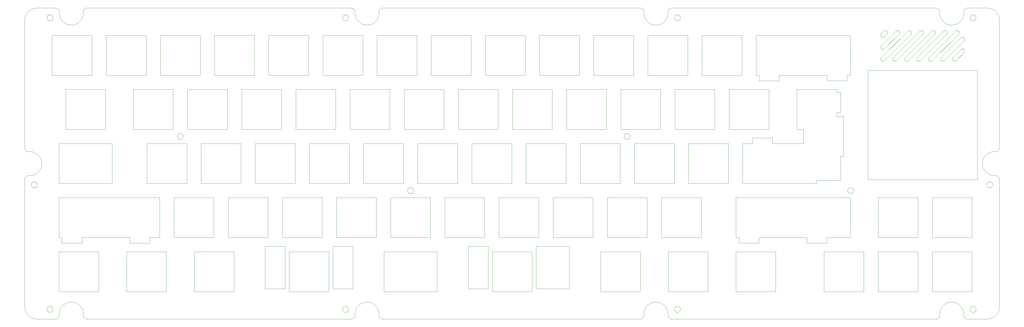
<source format=gbr>
%TF.GenerationSoftware,KiCad,Pcbnew,(6.0.5)*%
%TF.CreationDate,2023-05-27T13:58:30+09:00*%
%TF.ProjectId,plate,706c6174-652e-46b6-9963-61645f706362,rev?*%
%TF.SameCoordinates,Original*%
%TF.FileFunction,Profile,NP*%
%FSLAX46Y46*%
G04 Gerber Fmt 4.6, Leading zero omitted, Abs format (unit mm)*
G04 Created by KiCad (PCBNEW (6.0.5)) date 2023-05-27 13:58:30*
%MOMM*%
%LPD*%
G01*
G04 APERTURE LIST*
%TA.AperFunction,Profile*%
%ADD10C,0.100000*%
%TD*%
G04 APERTURE END LIST*
D10*
X434342542Y-171775496D02*
X434305738Y-171776584D01*
X434342542Y-171775496D02*
X434342542Y-171775496D01*
X434342542Y-171775496D02*
X434342542Y-171775496D01*
X434342542Y-171775496D02*
X434342542Y-171775496D01*
X434379529Y-171776488D02*
X434342542Y-171775496D01*
X434379529Y-171776488D02*
X434379529Y-171776488D01*
X434416517Y-171779496D02*
X434379529Y-171776488D01*
X434416517Y-171779496D02*
X434416517Y-171779496D01*
X434452558Y-171783496D02*
X434416517Y-171779496D01*
X434452558Y-171783496D02*
X434452558Y-171783496D01*
X434489545Y-171789512D02*
X434452558Y-171783496D01*
X434489545Y-171789512D02*
X434489545Y-171789512D01*
X434524549Y-171797512D02*
X434489545Y-171789512D01*
X434524549Y-171797512D02*
X434524549Y-171797512D01*
X434560529Y-171807528D02*
X434524549Y-171797512D01*
X434560529Y-171807528D02*
X434560529Y-171807528D01*
X434595533Y-171819528D02*
X434560529Y-171807528D01*
X434595533Y-171819528D02*
X434595533Y-171819528D01*
X434630536Y-171832520D02*
X434595533Y-171819528D01*
X434630536Y-171832520D02*
X434630536Y-171832520D01*
X434663556Y-171847528D02*
X434630536Y-171832520D01*
X434663556Y-171847528D02*
X434663556Y-171847528D01*
X434696576Y-171863528D02*
X434663556Y-171847528D01*
X434696576Y-171863528D02*
X434696576Y-171863528D01*
X434728589Y-171882536D02*
X434696576Y-171863528D01*
X434728589Y-171882536D02*
X434728589Y-171882536D01*
X434760572Y-171901544D02*
X434728589Y-171882536D01*
X434760572Y-171901544D02*
X434760572Y-171901544D01*
X434790601Y-171922536D02*
X434760572Y-171901544D01*
X434790601Y-171922536D02*
X434790601Y-171922536D01*
X434819593Y-171945544D02*
X434790601Y-171922536D01*
X434819593Y-171945544D02*
X434819593Y-171945544D01*
X434847547Y-171969544D02*
X434819593Y-171945544D01*
X434847547Y-171969544D02*
X434847547Y-171969544D01*
X434873548Y-171995528D02*
X434847547Y-171969544D01*
X434873548Y-171995528D02*
X434873548Y-171995528D01*
X434899518Y-172021544D02*
X434873548Y-171995528D01*
X434899518Y-172021544D02*
X434899518Y-172021544D01*
X434923536Y-172049544D02*
X434899518Y-172021544D01*
X434923536Y-172049544D02*
X434923536Y-172049544D01*
X434946515Y-172078536D02*
X434923536Y-172049544D01*
X434946515Y-172078536D02*
X434946515Y-172078536D01*
X434967511Y-172108552D02*
X434946515Y-172078536D01*
X434967511Y-172108552D02*
X434967511Y-172108552D01*
X434986493Y-172139560D02*
X434967511Y-172108552D01*
X434986493Y-172139560D02*
X434986493Y-172139560D01*
X435005506Y-172171560D02*
X434986493Y-172139560D01*
X435005506Y-172171560D02*
X435005506Y-172171560D01*
X435021497Y-172204552D02*
X435005506Y-172171560D01*
X435021497Y-172204552D02*
X435021497Y-172204552D01*
X435036481Y-172238536D02*
X435021497Y-172204552D01*
X435036481Y-172238536D02*
X435036481Y-172238536D01*
X435049482Y-172272520D02*
X435036481Y-172238536D01*
X435049482Y-172272520D02*
X435049482Y-172272520D01*
X435061445Y-172307528D02*
X435049482Y-172272520D01*
X435061445Y-172307528D02*
X435061445Y-172307528D01*
X435071424Y-172343528D02*
X435061445Y-172307528D01*
X435071424Y-172343528D02*
X435071424Y-172343528D01*
X435079419Y-172379528D02*
X435071424Y-172343528D01*
X435079419Y-172379528D02*
X435079419Y-172379528D01*
X435085462Y-172415528D02*
X435079419Y-172379528D01*
X435085462Y-172415528D02*
X435085462Y-172415528D01*
X435089429Y-172451528D02*
X435085462Y-172415528D01*
X435089429Y-172451528D02*
X435089429Y-172451528D01*
X435092420Y-172488520D02*
X435089429Y-172451528D01*
X435092420Y-172488520D02*
X435092420Y-172488520D01*
X435093458Y-172525512D02*
X435092420Y-172488520D01*
X435093458Y-172525512D02*
X435093458Y-172525512D01*
X435092420Y-172562504D02*
X435093458Y-172525512D01*
X435092420Y-172562504D02*
X435092420Y-172562504D01*
X435089429Y-172599496D02*
X435092420Y-172562504D01*
X435089429Y-172599496D02*
X435089429Y-172599496D01*
X435085370Y-172635496D02*
X435089429Y-172599496D01*
X435085370Y-172635496D02*
X435085370Y-172635496D01*
X435079358Y-172671496D02*
X435085370Y-172635496D01*
X435079358Y-172671496D02*
X435079358Y-172671496D01*
X435071363Y-172707496D02*
X435079358Y-172671496D01*
X435071363Y-172707496D02*
X435071363Y-172707496D01*
X435061384Y-172743496D02*
X435071363Y-172707496D01*
X435061384Y-172743496D02*
X435061384Y-172743496D01*
X435049421Y-172778504D02*
X435061384Y-172743496D01*
X435049421Y-172778504D02*
X435049421Y-172778504D01*
X435036420Y-172812488D02*
X435049421Y-172778504D01*
X435036420Y-172812488D02*
X435036420Y-172812488D01*
X435021436Y-172846472D02*
X435036420Y-172812488D01*
X435021436Y-172846472D02*
X435021436Y-172846472D01*
X435005445Y-172879464D02*
X435021436Y-172846472D01*
X435005445Y-172879464D02*
X435005445Y-172879464D01*
X434986432Y-172911464D02*
X435005445Y-172879464D01*
X434986432Y-172911464D02*
X434986432Y-172911464D01*
X434967420Y-172942472D02*
X434986432Y-172911464D01*
X434967420Y-172942472D02*
X434967420Y-172942472D01*
X434946454Y-172972456D02*
X434967420Y-172942472D01*
X434946454Y-172972456D02*
X434946454Y-172972456D01*
X434923475Y-173001448D02*
X434946454Y-172972456D01*
X434923475Y-173001448D02*
X434923475Y-173001448D01*
X434899457Y-173029448D02*
X434923475Y-173001448D01*
X434899457Y-173029448D02*
X434899457Y-173029448D01*
X434873487Y-173055464D02*
X434899457Y-173029448D01*
X434873487Y-173055464D02*
X434873487Y-173055464D01*
X429743482Y-178186472D02*
X434873487Y-173055464D01*
X429743482Y-178186472D02*
X429743482Y-178186472D01*
X429716474Y-178211464D02*
X429743482Y-178186472D01*
X429716474Y-178211464D02*
X429716474Y-178211464D01*
X429688520Y-178235464D02*
X429716474Y-178211464D01*
X429688520Y-178235464D02*
X429688520Y-178235464D01*
X429659528Y-178258473D02*
X429688520Y-178235464D01*
X429659528Y-178258473D02*
X429659528Y-178258473D01*
X429629499Y-178279465D02*
X429659528Y-178258473D01*
X429629499Y-178279465D02*
X429629499Y-178279465D01*
X429598523Y-178299463D02*
X429629499Y-178279465D01*
X429598523Y-178299463D02*
X429598523Y-178299463D01*
X429566541Y-178317448D02*
X429598523Y-178299463D01*
X429566541Y-178317448D02*
X429566541Y-178317448D01*
X429533521Y-178334440D02*
X429566541Y-178317448D01*
X429533521Y-178334440D02*
X429533521Y-178334440D01*
X429500501Y-178349447D02*
X429533521Y-178334440D01*
X429500501Y-178349447D02*
X429500501Y-178349447D01*
X429465467Y-178362440D02*
X429500501Y-178349447D01*
X429465467Y-178362440D02*
X429465467Y-178362440D01*
X429430463Y-178373448D02*
X429465467Y-178362440D01*
X429430463Y-178373448D02*
X429430463Y-178373448D01*
X429395459Y-178383432D02*
X429430463Y-178373448D01*
X429395459Y-178383432D02*
X429395459Y-178383432D01*
X429359510Y-178391432D02*
X429395459Y-178383432D01*
X429359510Y-178391432D02*
X429359510Y-178391432D01*
X429323530Y-178397448D02*
X429359510Y-178391432D01*
X429323530Y-178397448D02*
X429323530Y-178397448D01*
X429286542Y-178402439D02*
X429323530Y-178397448D01*
X429286542Y-178402439D02*
X429286542Y-178402439D01*
X429249555Y-178405447D02*
X429286542Y-178402439D01*
X429249555Y-178405447D02*
X429249555Y-178405447D01*
X429213575Y-178406441D02*
X429249555Y-178405447D01*
X429213575Y-178406441D02*
X429213575Y-178406441D01*
X429176587Y-178405447D02*
X429213575Y-178406441D01*
X429176587Y-178405447D02*
X429176587Y-178405447D01*
X429139600Y-178402439D02*
X429176587Y-178405447D01*
X429139600Y-178402439D02*
X429139600Y-178402439D01*
X429102613Y-178397448D02*
X429139600Y-178402439D01*
X429102613Y-178397448D02*
X429102613Y-178397448D01*
X429066633Y-178391432D02*
X429102613Y-178397448D01*
X429066633Y-178391432D02*
X429066633Y-178391432D01*
X429030652Y-178383432D02*
X429066633Y-178391432D01*
X429030652Y-178383432D02*
X429030652Y-178383432D01*
X428995649Y-178373448D02*
X429030652Y-178383432D01*
X428995649Y-178373448D02*
X428995649Y-178373448D01*
X428960645Y-178362440D02*
X428995649Y-178373448D01*
X428960645Y-178362440D02*
X428960645Y-178362440D01*
X428926679Y-178349447D02*
X428960645Y-178362440D01*
X428926679Y-178349447D02*
X428926679Y-178349447D01*
X428892682Y-178334440D02*
X428926679Y-178349447D01*
X428892682Y-178334440D02*
X428892682Y-178334440D01*
X428859662Y-178317448D02*
X428892682Y-178334440D01*
X428859662Y-178317448D02*
X428859662Y-178317448D01*
X428827649Y-178299463D02*
X428859662Y-178317448D01*
X428827649Y-178299463D02*
X428827649Y-178299463D01*
X428796674Y-178279465D02*
X428827649Y-178299463D01*
X428796674Y-178279465D02*
X428796674Y-178279465D01*
X428766675Y-178258473D02*
X428796674Y-178279465D01*
X428766675Y-178258473D02*
X428766675Y-178258473D01*
X428737684Y-178235464D02*
X428766675Y-178258473D01*
X428737684Y-178235464D02*
X428737684Y-178235464D01*
X428709699Y-178211464D02*
X428737684Y-178235464D01*
X428709699Y-178211464D02*
X428709699Y-178211464D01*
X428682691Y-178186472D02*
X428709699Y-178211464D01*
X428682691Y-178186472D02*
X428682691Y-178186472D01*
X428657667Y-178159464D02*
X428682691Y-178186472D01*
X428657667Y-178159464D02*
X428657667Y-178159464D01*
X428633680Y-178131464D02*
X428657667Y-178159464D01*
X428633680Y-178131464D02*
X428633680Y-178131464D01*
X428610700Y-178102472D02*
X428633680Y-178131464D01*
X428610700Y-178102472D02*
X428610700Y-178102472D01*
X428589704Y-178072456D02*
X428610700Y-178102472D01*
X428589704Y-178072456D02*
X428589704Y-178072456D01*
X428569745Y-178041449D02*
X428589704Y-178072456D01*
X428569745Y-178041449D02*
X428569745Y-178041449D01*
X428551740Y-178009447D02*
X428569745Y-178041449D01*
X428551740Y-178009447D02*
X428551740Y-178009447D01*
X428535749Y-177976456D02*
X428551740Y-178009447D01*
X428535749Y-177976456D02*
X428535749Y-177976456D01*
X428520765Y-177943464D02*
X428535749Y-177976456D01*
X428520765Y-177943464D02*
X428520765Y-177943464D01*
X428506757Y-177908457D02*
X428520765Y-177943464D01*
X428506757Y-177908457D02*
X428506757Y-177908457D01*
X428495740Y-177873448D02*
X428506757Y-177908457D01*
X428495740Y-177873448D02*
X428495740Y-177873448D01*
X428485761Y-177838440D02*
X428495740Y-177873448D01*
X428485761Y-177838440D02*
X428485761Y-177838440D01*
X428477765Y-177802441D02*
X428485761Y-177838440D01*
X428477765Y-177802441D02*
X428477765Y-177802441D01*
X428471753Y-177766440D02*
X428477765Y-177802441D01*
X428471753Y-177766440D02*
X428471753Y-177766440D01*
X428466749Y-177729448D02*
X428471753Y-177766440D01*
X428466749Y-177729448D02*
X428466749Y-177729448D01*
X428463758Y-177692455D02*
X428466749Y-177729448D01*
X428463758Y-177692455D02*
X428463758Y-177692455D01*
X428463758Y-177656456D02*
X428463758Y-177692455D01*
X428463758Y-177656456D02*
X428463758Y-177656456D01*
X428463758Y-177619463D02*
X428463758Y-177656456D01*
X428463758Y-177619463D02*
X428463758Y-177619463D01*
X428466749Y-177582472D02*
X428463758Y-177619463D01*
X428466749Y-177582472D02*
X428466749Y-177582472D01*
X428471753Y-177546473D02*
X428466749Y-177582472D01*
X428471753Y-177546473D02*
X428471753Y-177546473D01*
X428477765Y-177509480D02*
X428471753Y-177546473D01*
X428477765Y-177509480D02*
X428477765Y-177509480D01*
X428485761Y-177473480D02*
X428477765Y-177509480D01*
X428485761Y-177473480D02*
X428485761Y-177473480D01*
X428495740Y-177438473D02*
X428485761Y-177473480D01*
X428495740Y-177438473D02*
X428495740Y-177438473D01*
X428506757Y-177403463D02*
X428495740Y-177438473D01*
X428506757Y-177403463D02*
X428506757Y-177403463D01*
X428520765Y-177369480D02*
X428506757Y-177403463D01*
X428520765Y-177369480D02*
X428520765Y-177369480D01*
X428535749Y-177335495D02*
X428520765Y-177369480D01*
X428535749Y-177335495D02*
X428535749Y-177335495D01*
X428551740Y-177302504D02*
X428535749Y-177335495D01*
X428551740Y-177302504D02*
X428551740Y-177302504D01*
X428569745Y-177270504D02*
X428551740Y-177302504D01*
X428569745Y-177270504D02*
X428569745Y-177270504D01*
X428589765Y-177239496D02*
X428569745Y-177270504D01*
X428589765Y-177239496D02*
X428589765Y-177239496D01*
X428610761Y-177209513D02*
X428589765Y-177239496D01*
X428610761Y-177209513D02*
X428610761Y-177209513D01*
X428633741Y-177180519D02*
X428610761Y-177209513D01*
X428633741Y-177180519D02*
X428633741Y-177180519D01*
X428657728Y-177152519D02*
X428633741Y-177180519D01*
X428657728Y-177152519D02*
X428657728Y-177152519D01*
X428682752Y-177125511D02*
X428657728Y-177152519D01*
X428682752Y-177125511D02*
X428682752Y-177125511D01*
X433813764Y-171995528D02*
X428682752Y-177125511D01*
X433813764Y-171995528D02*
X433813764Y-171995528D01*
X433839765Y-171969544D02*
X433813764Y-171995528D01*
X433839765Y-171969544D02*
X433839765Y-171969544D01*
X433867780Y-171945544D02*
X433839765Y-171969544D01*
X433867780Y-171945544D02*
X433867780Y-171945544D01*
X433896772Y-171923560D02*
X433867780Y-171945544D01*
X433896772Y-171923560D02*
X433896772Y-171923560D01*
X433926801Y-171902568D02*
X433896772Y-171923560D01*
X433926801Y-171902568D02*
X433926801Y-171902568D01*
X433957776Y-171882567D02*
X433926801Y-171902568D01*
X433957776Y-171882567D02*
X433957776Y-171882567D01*
X433989759Y-171864584D02*
X433957776Y-171882567D01*
X433989759Y-171864584D02*
X433989759Y-171864584D01*
X434022779Y-171847592D02*
X433989759Y-171864584D01*
X434022779Y-171847592D02*
X434022779Y-171847592D01*
X434056775Y-171832584D02*
X434022779Y-171847592D01*
X434056775Y-171832584D02*
X434056775Y-171832584D01*
X434090772Y-171819592D02*
X434056775Y-171832584D01*
X434090772Y-171819592D02*
X434090772Y-171819592D01*
X434125776Y-171808584D02*
X434090772Y-171819592D01*
X434125776Y-171808584D02*
X434125776Y-171808584D01*
X434160779Y-171798600D02*
X434125776Y-171808584D01*
X434160779Y-171798600D02*
X434160779Y-171798600D01*
X434196729Y-171790600D02*
X434160779Y-171798600D01*
X434196729Y-171790600D02*
X434196729Y-171790600D01*
X434232709Y-171783592D02*
X434196729Y-171790600D01*
X434232709Y-171783592D02*
X434232709Y-171783592D01*
X434268750Y-171779592D02*
X434232709Y-171783592D01*
X434268750Y-171779592D02*
X434268750Y-171779592D01*
X434305738Y-171776584D02*
X434268750Y-171779592D01*
X457234571Y-174082664D02*
X457198743Y-174083592D01*
X457234571Y-174082664D02*
X457234571Y-174082664D01*
X457234571Y-174082664D02*
X457234571Y-174082664D01*
X457234571Y-174082664D02*
X457234571Y-174082664D01*
X457271558Y-174083656D02*
X457234571Y-174082664D01*
X457271558Y-174083656D02*
X457271558Y-174083656D01*
X457308545Y-174086664D02*
X457271558Y-174083656D01*
X457308545Y-174086664D02*
X457308545Y-174086664D01*
X457345533Y-174090664D02*
X457308545Y-174086664D01*
X457345533Y-174090664D02*
X457345533Y-174090664D01*
X457381513Y-174097672D02*
X457345533Y-174090664D01*
X457381513Y-174097672D02*
X457381513Y-174097672D01*
X457417493Y-174105672D02*
X457381513Y-174097672D01*
X457417493Y-174105672D02*
X457417493Y-174105672D01*
X457453504Y-174115656D02*
X457417493Y-174105672D01*
X457453504Y-174115656D02*
X457453504Y-174115656D01*
X457488508Y-174126664D02*
X457453504Y-174115656D01*
X457488508Y-174126664D02*
X457488508Y-174126664D01*
X457522504Y-174139656D02*
X457488508Y-174126664D01*
X457522504Y-174139656D02*
X457522504Y-174139656D01*
X457556501Y-174154664D02*
X457522504Y-174139656D01*
X457556501Y-174154664D02*
X457556501Y-174154664D01*
X457589521Y-174171656D02*
X457556501Y-174154664D01*
X457589521Y-174171656D02*
X457589521Y-174171656D01*
X457621503Y-174189640D02*
X457589521Y-174171656D01*
X457621503Y-174189640D02*
X457621503Y-174189640D01*
X457652479Y-174209640D02*
X457621503Y-174189640D01*
X457652479Y-174209640D02*
X457652479Y-174209640D01*
X457682508Y-174230632D02*
X457652479Y-174209640D01*
X457682508Y-174230632D02*
X457682508Y-174230632D01*
X457711500Y-174253640D02*
X457682508Y-174230632D01*
X457711500Y-174253640D02*
X457711500Y-174253640D01*
X457739454Y-174277640D02*
X457711500Y-174253640D01*
X457739454Y-174277640D02*
X457739454Y-174277640D01*
X457766462Y-174302632D02*
X457739454Y-174277640D01*
X457766462Y-174302632D02*
X457766462Y-174302632D01*
X457791486Y-174329640D02*
X457766462Y-174302632D01*
X457791486Y-174329640D02*
X457791486Y-174329640D01*
X457815503Y-174357640D02*
X457791486Y-174329640D01*
X457815503Y-174357640D02*
X457815503Y-174357640D01*
X457838483Y-174386632D02*
X457815503Y-174357640D01*
X457838483Y-174386632D02*
X457838483Y-174386632D01*
X457859479Y-174416616D02*
X457838483Y-174386632D01*
X457859479Y-174416616D02*
X457859479Y-174416616D01*
X457879438Y-174447624D02*
X457859479Y-174416616D01*
X457879438Y-174447624D02*
X457879438Y-174447624D01*
X457897413Y-174479624D02*
X457879438Y-174447624D01*
X457897413Y-174479624D02*
X457897413Y-174479624D01*
X457914441Y-174512616D02*
X457897413Y-174479624D01*
X457914441Y-174512616D02*
X457914441Y-174512616D01*
X457929426Y-174545608D02*
X457914441Y-174512616D01*
X457929426Y-174545608D02*
X457929426Y-174545608D01*
X457942396Y-174580616D02*
X457929426Y-174545608D01*
X457942396Y-174580616D02*
X457942396Y-174580616D01*
X457953412Y-174615624D02*
X457942396Y-174580616D01*
X457953412Y-174615624D02*
X457953412Y-174615624D01*
X457963392Y-174650632D02*
X457953412Y-174615624D01*
X457963392Y-174650632D02*
X457963392Y-174650632D01*
X457971387Y-174686632D02*
X457963392Y-174650632D01*
X457971387Y-174686632D02*
X457971387Y-174686632D01*
X457978376Y-174722632D02*
X457971387Y-174686632D01*
X457978376Y-174722632D02*
X457978376Y-174722632D01*
X457982343Y-174759624D02*
X457978376Y-174722632D01*
X457982343Y-174759624D02*
X457982343Y-174759624D01*
X457985364Y-174796616D02*
X457982343Y-174759624D01*
X457985364Y-174796616D02*
X457985364Y-174796616D01*
X457986371Y-174832616D02*
X457985364Y-174796616D01*
X457986371Y-174832616D02*
X457986371Y-174832616D01*
X457985364Y-174869608D02*
X457986371Y-174832616D01*
X457985364Y-174869608D02*
X457985364Y-174869608D01*
X457982343Y-174906600D02*
X457985364Y-174869608D01*
X457982343Y-174906600D02*
X457982343Y-174906600D01*
X457978376Y-174943592D02*
X457982343Y-174906600D01*
X457978376Y-174943592D02*
X457978376Y-174943592D01*
X457971387Y-174979592D02*
X457978376Y-174943592D01*
X457971387Y-174979592D02*
X457971387Y-174979592D01*
X457963392Y-175015592D02*
X457971387Y-174979592D01*
X457963392Y-175015592D02*
X457963392Y-175015592D01*
X457953412Y-175050600D02*
X457963392Y-175015592D01*
X457953412Y-175050600D02*
X457953412Y-175050600D01*
X457942396Y-175085608D02*
X457953412Y-175050600D01*
X457942396Y-175085608D02*
X457942396Y-175085608D01*
X457929426Y-175120616D02*
X457942396Y-175085608D01*
X457929426Y-175120616D02*
X457929426Y-175120616D01*
X457914441Y-175153608D02*
X457929426Y-175120616D01*
X457914441Y-175153608D02*
X457914441Y-175153608D01*
X457897413Y-175186600D02*
X457914441Y-175153608D01*
X457897413Y-175186600D02*
X457897413Y-175186600D01*
X457879438Y-175218600D02*
X457897413Y-175186600D01*
X457879438Y-175218600D02*
X457879438Y-175218600D01*
X457859388Y-175249608D02*
X457879438Y-175218600D01*
X457859388Y-175249608D02*
X457859388Y-175249608D01*
X457838422Y-175279592D02*
X457859388Y-175249608D01*
X457838422Y-175279592D02*
X457838422Y-175279592D01*
X457815442Y-175308584D02*
X457838422Y-175279592D01*
X457815442Y-175308584D02*
X457815442Y-175308584D01*
X457791425Y-175336584D02*
X457815442Y-175308584D01*
X457791425Y-175336584D02*
X457791425Y-175336584D01*
X457766401Y-175363592D02*
X457791425Y-175336584D01*
X457766401Y-175363592D02*
X457766401Y-175363592D01*
X450743421Y-182385609D02*
X457766401Y-175363592D01*
X450743421Y-182385609D02*
X450743421Y-182385609D01*
X450717450Y-182411623D02*
X450743421Y-182385609D01*
X450717450Y-182411623D02*
X450717450Y-182411623D01*
X450689466Y-182435623D02*
X450717450Y-182411623D01*
X450689466Y-182435623D02*
X450689466Y-182435623D01*
X450660474Y-182458632D02*
X450689466Y-182435623D01*
X450660474Y-182458632D02*
X450660474Y-182458632D01*
X450630475Y-182479624D02*
X450660474Y-182458632D01*
X450630475Y-182479624D02*
X450630475Y-182479624D01*
X450599500Y-182498633D02*
X450630475Y-182479624D01*
X450599500Y-182498633D02*
X450599500Y-182498633D01*
X450567487Y-182517639D02*
X450599500Y-182498633D01*
X450567487Y-182517639D02*
X450567487Y-182517639D01*
X450534467Y-182533640D02*
X450567487Y-182517639D01*
X450534467Y-182533640D02*
X450534467Y-182533640D01*
X450500501Y-182548647D02*
X450534467Y-182533640D01*
X450500501Y-182548647D02*
X450500501Y-182548647D01*
X450466504Y-182561640D02*
X450500501Y-182548647D01*
X450466504Y-182561640D02*
X450466504Y-182561640D01*
X450431501Y-182573639D02*
X450466504Y-182561640D01*
X450431501Y-182573639D02*
X450431501Y-182573639D01*
X450395521Y-182583624D02*
X450431501Y-182573639D01*
X450395521Y-182583624D02*
X450395521Y-182583624D01*
X450359571Y-182591623D02*
X450395521Y-182583624D01*
X450359571Y-182591623D02*
X450359571Y-182591623D01*
X450323591Y-182597639D02*
X450359571Y-182591623D01*
X450323591Y-182597639D02*
X450323591Y-182597639D01*
X450287610Y-182602633D02*
X450323591Y-182597639D01*
X450287610Y-182602633D02*
X450287610Y-182602633D01*
X450250623Y-182604616D02*
X450287610Y-182602633D01*
X450250623Y-182604616D02*
X450250623Y-182604616D01*
X450213636Y-182605608D02*
X450250623Y-182604616D01*
X450213636Y-182605608D02*
X450213636Y-182605608D01*
X450176648Y-182604616D02*
X450213636Y-182605608D01*
X450176648Y-182604616D02*
X450176648Y-182604616D01*
X450139661Y-182602633D02*
X450176648Y-182604616D01*
X450139661Y-182602633D02*
X450139661Y-182602633D01*
X450103681Y-182597639D02*
X450139661Y-182602633D01*
X450103681Y-182597639D02*
X450103681Y-182597639D01*
X450067731Y-182591623D02*
X450103681Y-182597639D01*
X450067731Y-182591623D02*
X450067731Y-182591623D01*
X450031751Y-182583624D02*
X450067731Y-182591623D01*
X450031751Y-182583624D02*
X450031751Y-182583624D01*
X449995710Y-182573608D02*
X450031751Y-182583624D01*
X449995710Y-182573608D02*
X449995710Y-182573608D01*
X449960706Y-182561607D02*
X449995710Y-182573608D01*
X449960706Y-182561607D02*
X449960706Y-182561607D01*
X449926740Y-182548617D02*
X449960706Y-182561607D01*
X449926740Y-182548617D02*
X449926740Y-182548617D01*
X449892743Y-182533608D02*
X449926740Y-182548617D01*
X449892743Y-182533608D02*
X449892743Y-182533608D01*
X449859723Y-182517609D02*
X449892743Y-182533608D01*
X449859723Y-182517609D02*
X449859723Y-182517609D01*
X449827710Y-182498600D02*
X449859723Y-182517609D01*
X449827710Y-182498600D02*
X449827710Y-182498600D01*
X449796735Y-182479591D02*
X449827710Y-182498600D01*
X449796735Y-182479591D02*
X449796735Y-182479591D01*
X449766736Y-182458599D02*
X449796735Y-182479591D01*
X449766736Y-182458599D02*
X449766736Y-182458599D01*
X449737745Y-182435593D02*
X449766736Y-182458599D01*
X449737745Y-182435593D02*
X449737745Y-182435593D01*
X449709699Y-182411593D02*
X449737745Y-182435593D01*
X449709699Y-182411593D02*
X449709699Y-182411593D01*
X449683729Y-182385609D02*
X449709699Y-182411593D01*
X449683729Y-182385609D02*
X449683729Y-182385609D01*
X449657728Y-182359593D02*
X449683729Y-182385609D01*
X449657728Y-182359593D02*
X449657728Y-182359593D01*
X449633741Y-182331593D02*
X449657728Y-182359593D01*
X449633741Y-182331593D02*
X449633741Y-182331593D01*
X449611707Y-182302599D02*
X449633741Y-182331593D01*
X449611707Y-182302599D02*
X449611707Y-182302599D01*
X449589704Y-182272583D02*
X449611707Y-182302599D01*
X449589704Y-182272583D02*
X449589704Y-182272583D01*
X449570691Y-182241575D02*
X449589704Y-182272583D01*
X449570691Y-182241575D02*
X449570691Y-182241575D01*
X449552717Y-182209576D02*
X449570691Y-182241575D01*
X449552717Y-182209576D02*
X449552717Y-182209576D01*
X449535688Y-182176584D02*
X449552717Y-182209576D01*
X449535688Y-182176584D02*
X449535688Y-182176584D01*
X449520704Y-182142599D02*
X449535688Y-182176584D01*
X449520704Y-182142599D02*
X449520704Y-182142599D01*
X449507734Y-182108584D02*
X449520704Y-182142599D01*
X449507734Y-182108584D02*
X449507734Y-182108584D01*
X449495740Y-182073576D02*
X449507734Y-182108584D01*
X449495740Y-182073576D02*
X449495740Y-182073576D01*
X449485761Y-182037577D02*
X449495740Y-182073576D01*
X449485761Y-182037577D02*
X449485761Y-182037577D01*
X449477765Y-182001576D02*
X449485761Y-182037577D01*
X449477765Y-182001576D02*
X449477765Y-182001576D01*
X449471753Y-181965576D02*
X449477765Y-182001576D01*
X449471753Y-181965576D02*
X449471753Y-181965576D01*
X449467786Y-181929575D02*
X449471753Y-181965576D01*
X449467786Y-181929575D02*
X449467786Y-181929575D01*
X449464765Y-181892584D02*
X449467786Y-181929575D01*
X449464765Y-181892584D02*
X449464765Y-181892584D01*
X449463758Y-181855593D02*
X449464765Y-181892584D01*
X449463758Y-181855593D02*
X449463758Y-181855593D01*
X449464765Y-181818600D02*
X449463758Y-181855593D01*
X449464765Y-181818600D02*
X449464765Y-181818600D01*
X449467786Y-181782600D02*
X449464765Y-181818600D01*
X449467786Y-181782600D02*
X449467786Y-181782600D01*
X449471814Y-181745607D02*
X449467786Y-181782600D01*
X449471814Y-181745607D02*
X449471814Y-181745607D01*
X449477826Y-181709608D02*
X449471814Y-181745607D01*
X449477826Y-181709608D02*
X449477826Y-181709608D01*
X449485822Y-181673609D02*
X449477826Y-181709608D01*
X449485822Y-181673609D02*
X449485822Y-181673609D01*
X449495801Y-181638599D02*
X449485822Y-181673609D01*
X449495801Y-181638599D02*
X449495801Y-181638599D01*
X449507795Y-181603592D02*
X449495801Y-181638599D01*
X449507795Y-181603592D02*
X449507795Y-181603592D01*
X449520765Y-181568585D02*
X449507795Y-181603592D01*
X449520765Y-181568585D02*
X449520765Y-181568585D01*
X449535749Y-181534599D02*
X449520765Y-181568585D01*
X449535749Y-181534599D02*
X449535749Y-181534599D01*
X449552778Y-181502600D02*
X449535749Y-181534599D01*
X449552778Y-181502600D02*
X449552778Y-181502600D01*
X449570752Y-181470600D02*
X449552778Y-181502600D01*
X449570752Y-181470600D02*
X449570752Y-181470600D01*
X449589765Y-181438601D02*
X449570752Y-181470600D01*
X449589765Y-181438601D02*
X449589765Y-181438601D01*
X449611799Y-181408585D02*
X449589765Y-181438601D01*
X449611799Y-181408585D02*
X449611799Y-181408585D01*
X449633802Y-181379591D02*
X449611799Y-181408585D01*
X449633802Y-181379591D02*
X449633802Y-181379591D01*
X449657789Y-181352583D02*
X449633802Y-181379591D01*
X449657789Y-181352583D02*
X449657789Y-181352583D01*
X449683790Y-181325577D02*
X449657789Y-181352583D01*
X449683790Y-181325577D02*
X449683790Y-181325577D01*
X456705793Y-174302568D02*
X449683790Y-181325577D01*
X456705793Y-174302568D02*
X456705793Y-174302568D01*
X456732801Y-174277576D02*
X456705793Y-174302568D01*
X456732801Y-174277576D02*
X456732801Y-174277576D01*
X456760785Y-174253576D02*
X456732801Y-174277576D01*
X456760785Y-174253576D02*
X456760785Y-174253576D01*
X456789777Y-174230568D02*
X456760785Y-174253576D01*
X456789777Y-174230568D02*
X456789777Y-174230568D01*
X456819776Y-174209576D02*
X456789777Y-174230568D01*
X456819776Y-174209576D02*
X456819776Y-174209576D01*
X456850751Y-174189576D02*
X456819776Y-174209576D01*
X456850751Y-174189576D02*
X456850751Y-174189576D01*
X456882764Y-174171592D02*
X456850751Y-174189576D01*
X456882764Y-174171592D02*
X456882764Y-174171592D01*
X456914747Y-174155592D02*
X456882764Y-174171592D01*
X456914747Y-174155592D02*
X456914747Y-174155592D01*
X456948743Y-174140584D02*
X456914747Y-174155592D01*
X456948743Y-174140584D02*
X456948743Y-174140584D01*
X456982740Y-174127592D02*
X456948743Y-174140584D01*
X456982740Y-174127592D02*
X456982740Y-174127592D01*
X457017743Y-174115592D02*
X456982740Y-174127592D01*
X457017743Y-174115592D02*
X457017743Y-174115592D01*
X457053754Y-174105608D02*
X457017743Y-174115592D01*
X457053754Y-174105608D02*
X457053754Y-174105608D01*
X457088788Y-174097608D02*
X457053754Y-174105608D01*
X457088788Y-174097608D02*
X457088788Y-174097608D01*
X457125776Y-174091592D02*
X457088788Y-174097608D01*
X457125776Y-174091592D02*
X457125776Y-174091592D01*
X457161725Y-174086600D02*
X457125776Y-174091592D01*
X457161725Y-174086600D02*
X457161725Y-174086600D01*
X457198743Y-174083592D02*
X457161725Y-174086600D01*
X457234449Y-178282663D02*
X457198743Y-178283592D01*
X457234449Y-178282663D02*
X457234449Y-178282663D01*
X457234449Y-178282663D02*
X457234449Y-178282663D01*
X457234449Y-178282663D02*
X457234449Y-178282663D01*
X457271436Y-178283655D02*
X457234449Y-178282663D01*
X457271436Y-178283655D02*
X457271436Y-178283655D01*
X457308423Y-178286663D02*
X457271436Y-178283655D01*
X457308423Y-178286663D02*
X457308423Y-178286663D01*
X457345411Y-178290665D02*
X457308423Y-178286663D01*
X457345411Y-178290665D02*
X457345411Y-178290665D01*
X457381391Y-178297672D02*
X457345411Y-178290665D01*
X457381391Y-178297672D02*
X457381391Y-178297672D01*
X457417341Y-178305672D02*
X457381391Y-178297672D01*
X457417341Y-178305672D02*
X457417341Y-178305672D01*
X457453382Y-178315657D02*
X457417341Y-178305672D01*
X457453382Y-178315657D02*
X457453382Y-178315657D01*
X457488385Y-178326664D02*
X457453382Y-178315657D01*
X457488385Y-178326664D02*
X457488385Y-178326664D01*
X457522382Y-178339655D02*
X457488385Y-178326664D01*
X457522382Y-178339655D02*
X457522382Y-178339655D01*
X457556348Y-178354664D02*
X457522382Y-178339655D01*
X457556348Y-178354664D02*
X457556348Y-178354664D01*
X457589399Y-178371657D02*
X457556348Y-178354664D01*
X457589399Y-178371657D02*
X457589399Y-178371657D01*
X457621381Y-178389641D02*
X457589399Y-178371657D01*
X457621381Y-178389641D02*
X457621381Y-178389641D01*
X457652356Y-178409639D02*
X457621381Y-178389641D01*
X457652356Y-178409639D02*
X457652356Y-178409639D01*
X457682386Y-178430632D02*
X457652356Y-178409639D01*
X457682386Y-178430632D02*
X457682386Y-178430632D01*
X457711377Y-178453640D02*
X457682386Y-178430632D01*
X457711377Y-178453640D02*
X457711377Y-178453640D01*
X457739332Y-178477640D02*
X457711377Y-178453640D01*
X457739332Y-178477640D02*
X457739332Y-178477640D01*
X457766340Y-178502632D02*
X457739332Y-178477640D01*
X457766340Y-178502632D02*
X457766340Y-178502632D01*
X457791364Y-178529640D02*
X457766340Y-178502632D01*
X457791364Y-178529640D02*
X457791364Y-178529640D01*
X457815381Y-178557640D02*
X457791364Y-178529640D01*
X457815381Y-178557640D02*
X457815381Y-178557640D01*
X457838331Y-178586632D02*
X457815381Y-178557640D01*
X457838331Y-178586632D02*
X457838331Y-178586632D01*
X457859327Y-178616615D02*
X457838331Y-178586632D01*
X457859327Y-178616615D02*
X457859327Y-178616615D01*
X457879316Y-178647623D02*
X457859327Y-178616615D01*
X457879316Y-178647623D02*
X457879316Y-178647623D01*
X457897291Y-178679625D02*
X457879316Y-178647623D01*
X457897291Y-178679625D02*
X457897291Y-178679625D01*
X457914319Y-178712616D02*
X457897291Y-178679625D01*
X457914319Y-178712616D02*
X457914319Y-178712616D01*
X457929273Y-178745607D02*
X457914319Y-178712616D01*
X457929273Y-178745607D02*
X457929273Y-178745607D01*
X457942273Y-178780617D02*
X457929273Y-178745607D01*
X457942273Y-178780617D02*
X457942273Y-178780617D01*
X457953290Y-178815624D02*
X457942273Y-178780617D01*
X457953290Y-178815624D02*
X457953290Y-178815624D01*
X457963270Y-178850632D02*
X457953290Y-178815624D01*
X457963270Y-178850632D02*
X457963270Y-178850632D01*
X457971265Y-178886631D02*
X457963270Y-178850632D01*
X457971265Y-178886631D02*
X457971265Y-178886631D01*
X457978254Y-178922632D02*
X457971265Y-178886631D01*
X457978254Y-178922632D02*
X457978254Y-178922632D01*
X457982221Y-178959623D02*
X457978254Y-178922632D01*
X457982221Y-178959623D02*
X457982221Y-178959623D01*
X457985212Y-178996616D02*
X457982221Y-178959623D01*
X457985212Y-178996616D02*
X457985212Y-178996616D01*
X457986249Y-179032616D02*
X457985212Y-178996616D01*
X457986249Y-179032616D02*
X457986249Y-179032616D01*
X457985212Y-179069609D02*
X457986249Y-179032616D01*
X457985212Y-179069609D02*
X457985212Y-179069609D01*
X457982221Y-179106600D02*
X457985212Y-179069609D01*
X457982221Y-179106600D02*
X457982221Y-179106600D01*
X457978254Y-179143591D02*
X457982221Y-179106600D01*
X457978254Y-179143591D02*
X457978254Y-179143591D01*
X457971265Y-179179592D02*
X457978254Y-179143591D01*
X457971265Y-179179592D02*
X457971265Y-179179592D01*
X457963270Y-179215592D02*
X457971265Y-179179592D01*
X457963270Y-179215592D02*
X457963270Y-179215592D01*
X457953290Y-179250599D02*
X457963270Y-179215592D01*
X457953290Y-179250599D02*
X457953290Y-179250599D01*
X457942273Y-179285608D02*
X457953290Y-179250599D01*
X457942273Y-179285608D02*
X457942273Y-179285608D01*
X457929273Y-179320616D02*
X457942273Y-179285608D01*
X457929273Y-179320616D02*
X457929273Y-179320616D01*
X457914319Y-179353607D02*
X457929273Y-179320616D01*
X457914319Y-179353607D02*
X457914319Y-179353607D01*
X457897291Y-179386601D02*
X457914319Y-179353607D01*
X457897291Y-179386601D02*
X457897291Y-179386601D01*
X457879316Y-179418600D02*
X457897291Y-179386601D01*
X457879316Y-179418600D02*
X457879316Y-179418600D01*
X457859327Y-179449608D02*
X457879316Y-179418600D01*
X457859327Y-179449608D02*
X457859327Y-179449608D01*
X457838331Y-179479591D02*
X457859327Y-179449608D01*
X457838331Y-179479591D02*
X457838331Y-179479591D01*
X457815381Y-179508583D02*
X457838331Y-179479591D01*
X457815381Y-179508583D02*
X457815381Y-179508583D01*
X457791364Y-179536583D02*
X457815381Y-179508583D01*
X457791364Y-179536583D02*
X457791364Y-179536583D01*
X457766340Y-179563591D02*
X457791364Y-179536583D01*
X457766340Y-179563591D02*
X457766340Y-179563591D01*
X454943372Y-182385609D02*
X457766340Y-179563591D01*
X454943372Y-182385609D02*
X454943372Y-182385609D01*
X454917371Y-182411623D02*
X454943372Y-182385609D01*
X454917371Y-182411623D02*
X454917371Y-182411623D01*
X454889417Y-182435623D02*
X454917371Y-182411623D01*
X454889417Y-182435623D02*
X454889417Y-182435623D01*
X454860425Y-182458632D02*
X454889417Y-182435623D01*
X454860425Y-182458632D02*
X454860425Y-182458632D01*
X454830396Y-182479624D02*
X454860425Y-182458632D01*
X454830396Y-182479624D02*
X454830396Y-182479624D01*
X454799421Y-182498633D02*
X454830396Y-182479624D01*
X454799421Y-182498633D02*
X454799421Y-182498633D01*
X454767438Y-182517639D02*
X454799421Y-182498633D01*
X454767438Y-182517639D02*
X454767438Y-182517639D01*
X454734418Y-182533640D02*
X454767438Y-182517639D01*
X454734418Y-182533640D02*
X454734418Y-182533640D01*
X454700422Y-182548647D02*
X454734418Y-182533640D01*
X454700422Y-182548647D02*
X454700422Y-182548647D01*
X454666425Y-182561640D02*
X454700422Y-182548647D01*
X454666425Y-182561640D02*
X454666425Y-182561640D01*
X454631421Y-182573639D02*
X454666425Y-182561640D01*
X454631421Y-182573639D02*
X454631421Y-182573639D01*
X454595472Y-182583624D02*
X454631421Y-182573639D01*
X454595472Y-182583624D02*
X454595472Y-182583624D01*
X454559491Y-182591623D02*
X454595472Y-182583624D01*
X454559491Y-182591623D02*
X454559491Y-182591623D01*
X454523542Y-182597639D02*
X454559491Y-182591623D01*
X454523542Y-182597639D02*
X454523542Y-182597639D01*
X454487562Y-182602633D02*
X454523542Y-182597639D01*
X454487562Y-182602633D02*
X454487562Y-182602633D01*
X454450574Y-182604616D02*
X454487562Y-182602633D01*
X454450574Y-182604616D02*
X454450574Y-182604616D01*
X454413587Y-182605608D02*
X454450574Y-182604616D01*
X454413587Y-182605608D02*
X454413587Y-182605608D01*
X454376569Y-182604616D02*
X454413587Y-182605608D01*
X454376569Y-182604616D02*
X454376569Y-182604616D01*
X454339582Y-182602633D02*
X454376569Y-182604616D01*
X454339582Y-182602633D02*
X454339582Y-182602633D01*
X454303632Y-182597639D02*
X454339582Y-182602633D01*
X454303632Y-182597639D02*
X454303632Y-182597639D01*
X454267652Y-182591623D02*
X454303632Y-182597639D01*
X454267652Y-182591623D02*
X454267652Y-182591623D01*
X454231702Y-182583624D02*
X454267652Y-182591623D01*
X454231702Y-182583624D02*
X454231702Y-182583624D01*
X454195661Y-182573608D02*
X454231702Y-182583624D01*
X454195661Y-182573608D02*
X454195661Y-182573608D01*
X454160657Y-182561607D02*
X454195661Y-182573608D01*
X454160657Y-182561607D02*
X454160657Y-182561607D01*
X454126661Y-182548617D02*
X454160657Y-182561607D01*
X454126661Y-182548617D02*
X454126661Y-182548617D01*
X454092695Y-182533608D02*
X454126661Y-182548617D01*
X454092695Y-182533608D02*
X454092695Y-182533608D01*
X454059644Y-182517609D02*
X454092695Y-182533608D01*
X454059644Y-182517609D02*
X454059644Y-182517609D01*
X454027662Y-182498600D02*
X454059644Y-182517609D01*
X454027662Y-182498600D02*
X454027662Y-182498600D01*
X453996686Y-182479591D02*
X454027662Y-182498600D01*
X453996686Y-182479591D02*
X453996686Y-182479591D01*
X453966657Y-182458599D02*
X453996686Y-182479591D01*
X453966657Y-182458599D02*
X453966657Y-182458599D01*
X453937665Y-182435593D02*
X453966657Y-182458599D01*
X453937665Y-182435593D02*
X453937665Y-182435593D01*
X453909650Y-182411593D02*
X453937665Y-182435593D01*
X453909650Y-182411593D02*
X453909650Y-182411593D01*
X453883649Y-182385609D02*
X453909650Y-182411593D01*
X453883649Y-182385609D02*
X453883649Y-182385609D01*
X453857679Y-182359593D02*
X453883649Y-182385609D01*
X453857679Y-182359593D02*
X453857679Y-182359593D01*
X453833661Y-182331593D02*
X453857679Y-182359593D01*
X453833661Y-182331593D02*
X453833661Y-182331593D01*
X453811658Y-182302599D02*
X453833661Y-182331593D01*
X453811658Y-182302599D02*
X453811658Y-182302599D01*
X453789655Y-182272583D02*
X453811658Y-182302599D01*
X453789655Y-182272583D02*
X453789655Y-182272583D01*
X453770643Y-182241575D02*
X453789655Y-182272583D01*
X453770643Y-182241575D02*
X453770643Y-182241575D01*
X453752637Y-182209576D02*
X453770643Y-182241575D01*
X453752637Y-182209576D02*
X453752637Y-182209576D01*
X453735639Y-182176584D02*
X453752637Y-182209576D01*
X453735639Y-182176584D02*
X453735639Y-182176584D01*
X453720655Y-182142599D02*
X453735639Y-182176584D01*
X453720655Y-182142599D02*
X453720655Y-182142599D01*
X453707654Y-182108584D02*
X453720655Y-182142599D01*
X453707654Y-182108584D02*
X453707654Y-182108584D01*
X453695691Y-182073576D02*
X453707654Y-182108584D01*
X453695691Y-182073576D02*
X453695691Y-182073576D01*
X453685712Y-182037577D02*
X453695691Y-182073576D01*
X453685712Y-182037577D02*
X453685712Y-182037577D01*
X453677717Y-182001576D02*
X453685712Y-182037577D01*
X453677717Y-182001576D02*
X453677717Y-182001576D01*
X453671674Y-181965576D02*
X453677717Y-182001576D01*
X453671674Y-181965576D02*
X453671674Y-181965576D01*
X453667707Y-181929575D02*
X453671674Y-181965576D01*
X453667707Y-181929575D02*
X453667707Y-181929575D01*
X453664716Y-181892584D02*
X453667707Y-181929575D01*
X453664716Y-181892584D02*
X453664716Y-181892584D01*
X453663678Y-181855593D02*
X453664716Y-181892584D01*
X453663678Y-181855593D02*
X453663678Y-181855593D01*
X453664716Y-181818600D02*
X453663678Y-181855593D01*
X453664716Y-181818600D02*
X453664716Y-181818600D01*
X453667707Y-181782600D02*
X453664716Y-181818600D01*
X453667707Y-181782600D02*
X453667707Y-181782600D01*
X453671766Y-181745607D02*
X453667707Y-181782600D01*
X453671766Y-181745607D02*
X453671766Y-181745607D01*
X453677778Y-181709608D02*
X453671766Y-181745607D01*
X453677778Y-181709608D02*
X453677778Y-181709608D01*
X453685773Y-181673609D02*
X453677778Y-181709608D01*
X453685773Y-181673609D02*
X453685773Y-181673609D01*
X453695752Y-181638599D02*
X453685773Y-181673609D01*
X453695752Y-181638599D02*
X453695752Y-181638599D01*
X453707776Y-181603592D02*
X453695752Y-181638599D01*
X453707776Y-181603592D02*
X453707776Y-181603592D01*
X453720777Y-181568585D02*
X453707776Y-181603592D01*
X453720777Y-181568585D02*
X453720777Y-181568585D01*
X453735761Y-181534599D02*
X453720777Y-181568585D01*
X453735761Y-181534599D02*
X453735761Y-181534599D01*
X453752790Y-181502600D02*
X453735761Y-181534599D01*
X453752790Y-181502600D02*
X453752790Y-181502600D01*
X453770765Y-181470600D02*
X453752790Y-181502600D01*
X453770765Y-181470600D02*
X453770765Y-181470600D01*
X453789777Y-181438601D02*
X453770765Y-181470600D01*
X453789777Y-181438601D02*
X453789777Y-181438601D01*
X453811780Y-181408585D02*
X453789777Y-181438601D01*
X453811780Y-181408585D02*
X453811780Y-181408585D01*
X453833814Y-181379591D02*
X453811780Y-181408585D01*
X453833814Y-181379591D02*
X453833814Y-181379591D01*
X453857801Y-181352583D02*
X453833814Y-181379591D01*
X453857801Y-181352583D02*
X453857801Y-181352583D01*
X453883771Y-181325577D02*
X453857801Y-181352583D01*
X453883771Y-181325577D02*
X453883771Y-181325577D01*
X456705793Y-178502567D02*
X453883771Y-181325577D01*
X456705793Y-178502567D02*
X456705793Y-178502567D01*
X456732801Y-178477575D02*
X456705793Y-178502567D01*
X456732801Y-178477575D02*
X456732801Y-178477575D01*
X456760785Y-178453575D02*
X456732801Y-178477575D01*
X456760785Y-178453575D02*
X456760785Y-178453575D01*
X456789777Y-178430569D02*
X456760785Y-178453575D01*
X456789777Y-178430569D02*
X456789777Y-178430569D01*
X456819776Y-178409577D02*
X456789777Y-178430569D01*
X456819776Y-178409577D02*
X456819776Y-178409577D01*
X456850751Y-178389576D02*
X456819776Y-178409577D01*
X456850751Y-178389576D02*
X456850751Y-178389576D01*
X456882764Y-178371592D02*
X456850751Y-178389576D01*
X456882764Y-178371592D02*
X456882764Y-178371592D01*
X456914747Y-178355593D02*
X456882764Y-178371592D01*
X456914747Y-178355593D02*
X456914747Y-178355593D01*
X456948743Y-178340584D02*
X456914747Y-178355593D01*
X456948743Y-178340584D02*
X456948743Y-178340584D01*
X456982740Y-178327591D02*
X456948743Y-178340584D01*
X456982740Y-178327591D02*
X456982740Y-178327591D01*
X457017743Y-178315592D02*
X456982740Y-178327591D01*
X457017743Y-178315592D02*
X457017743Y-178315592D01*
X457053754Y-178305609D02*
X457017743Y-178315592D01*
X457053754Y-178305609D02*
X457053754Y-178305609D01*
X457088788Y-178297608D02*
X457053754Y-178305609D01*
X457088788Y-178297608D02*
X457088788Y-178297608D01*
X457125776Y-178291592D02*
X457088788Y-178297608D01*
X457125776Y-178291592D02*
X457125776Y-178291592D01*
X457161725Y-178286600D02*
X457125776Y-178291592D01*
X457161725Y-178286600D02*
X457161725Y-178286600D01*
X457198743Y-178283592D02*
X457161725Y-178286600D01*
X430142743Y-171775496D02*
X430105726Y-171776584D01*
X430142743Y-171775496D02*
X430142743Y-171775496D01*
X430142743Y-171775496D02*
X430142743Y-171775496D01*
X430142743Y-171775496D02*
X430142743Y-171775496D01*
X430179731Y-171776488D02*
X430142743Y-171775496D01*
X430179731Y-171776488D02*
X430179731Y-171776488D01*
X430216718Y-171779496D02*
X430179731Y-171776488D01*
X430216718Y-171779496D02*
X430216718Y-171779496D01*
X430252759Y-171783496D02*
X430216718Y-171779496D01*
X430252759Y-171783496D02*
X430252759Y-171783496D01*
X430289747Y-171789512D02*
X430252759Y-171783496D01*
X430289747Y-171789512D02*
X430289747Y-171789512D01*
X430324750Y-171797512D02*
X430289747Y-171789512D01*
X430324750Y-171797512D02*
X430324750Y-171797512D01*
X430360700Y-171807528D02*
X430324750Y-171797512D01*
X430360700Y-171807528D02*
X430360700Y-171807528D01*
X430395734Y-171819528D02*
X430360700Y-171807528D01*
X430395734Y-171819528D02*
X430395734Y-171819528D01*
X430430738Y-171832520D02*
X430395734Y-171819528D01*
X430430738Y-171832520D02*
X430430738Y-171832520D01*
X430463758Y-171847528D02*
X430430738Y-171832520D01*
X430463758Y-171847528D02*
X430463758Y-171847528D01*
X430496778Y-171863528D02*
X430463758Y-171847528D01*
X430496778Y-171863528D02*
X430496778Y-171863528D01*
X430528791Y-171882536D02*
X430496778Y-171863528D01*
X430528791Y-171882536D02*
X430528791Y-171882536D01*
X430560773Y-171901544D02*
X430528791Y-171882536D01*
X430560773Y-171901544D02*
X430560773Y-171901544D01*
X430590802Y-171922536D02*
X430560773Y-171901544D01*
X430590802Y-171922536D02*
X430590802Y-171922536D01*
X430619794Y-171945544D02*
X430590802Y-171922536D01*
X430619794Y-171945544D02*
X430619794Y-171945544D01*
X430647748Y-171969544D02*
X430619794Y-171945544D01*
X430647748Y-171969544D02*
X430647748Y-171969544D01*
X430673749Y-171995528D02*
X430647748Y-171969544D01*
X430673749Y-171995528D02*
X430673749Y-171995528D01*
X430699720Y-172021544D02*
X430673749Y-171995528D01*
X430699720Y-172021544D02*
X430699720Y-172021544D01*
X430723707Y-172049544D02*
X430699720Y-172021544D01*
X430723707Y-172049544D02*
X430723707Y-172049544D01*
X430746686Y-172078536D02*
X430723707Y-172049544D01*
X430746686Y-172078536D02*
X430746686Y-172078536D01*
X430767682Y-172108552D02*
X430746686Y-172078536D01*
X430767682Y-172108552D02*
X430767682Y-172108552D01*
X430786695Y-172139560D02*
X430767682Y-172108552D01*
X430786695Y-172139560D02*
X430786695Y-172139560D01*
X430805707Y-172171560D02*
X430786695Y-172139560D01*
X430805707Y-172171560D02*
X430805707Y-172171560D01*
X430821698Y-172204552D02*
X430805707Y-172171560D01*
X430821698Y-172204552D02*
X430821698Y-172204552D01*
X430836683Y-172238536D02*
X430821698Y-172204552D01*
X430836683Y-172238536D02*
X430836683Y-172238536D01*
X430849683Y-172272520D02*
X430836683Y-172238536D01*
X430849683Y-172272520D02*
X430849683Y-172272520D01*
X430861646Y-172307528D02*
X430849683Y-172272520D01*
X430861646Y-172307528D02*
X430861646Y-172307528D01*
X430871625Y-172343528D02*
X430861646Y-172307528D01*
X430871625Y-172343528D02*
X430871625Y-172343528D01*
X430879621Y-172379528D02*
X430871625Y-172343528D01*
X430879621Y-172379528D02*
X430879621Y-172379528D01*
X430885633Y-172415528D02*
X430879621Y-172379528D01*
X430885633Y-172415528D02*
X430885633Y-172415528D01*
X430889600Y-172451528D02*
X430885633Y-172415528D01*
X430889600Y-172451528D02*
X430889600Y-172451528D01*
X430892621Y-172488520D02*
X430889600Y-172451528D01*
X430892621Y-172488520D02*
X430892621Y-172488520D01*
X430893628Y-172525512D02*
X430892621Y-172488520D01*
X430893628Y-172525512D02*
X430893628Y-172525512D01*
X430892621Y-172562504D02*
X430893628Y-172525512D01*
X430892621Y-172562504D02*
X430892621Y-172562504D01*
X430889600Y-172599496D02*
X430892621Y-172562504D01*
X430889600Y-172599496D02*
X430889600Y-172599496D01*
X430885572Y-172635496D02*
X430889600Y-172599496D01*
X430885572Y-172635496D02*
X430885572Y-172635496D01*
X430879560Y-172671496D02*
X430885572Y-172635496D01*
X430879560Y-172671496D02*
X430879560Y-172671496D01*
X430871564Y-172707496D02*
X430879560Y-172671496D01*
X430871564Y-172707496D02*
X430871564Y-172707496D01*
X430861585Y-172743496D02*
X430871564Y-172707496D01*
X430861585Y-172743496D02*
X430861585Y-172743496D01*
X430849531Y-172778504D02*
X430861585Y-172743496D01*
X430849531Y-172778504D02*
X430849531Y-172778504D01*
X430836561Y-172812488D02*
X430849531Y-172778504D01*
X430836561Y-172812488D02*
X430836561Y-172812488D01*
X430821576Y-172846472D02*
X430836561Y-172812488D01*
X430821576Y-172846472D02*
X430821576Y-172846472D01*
X430805585Y-172879464D02*
X430821576Y-172846472D01*
X430805585Y-172879464D02*
X430805585Y-172879464D01*
X430786573Y-172911464D02*
X430805585Y-172879464D01*
X430786573Y-172911464D02*
X430786573Y-172911464D01*
X430767560Y-172942472D02*
X430786573Y-172911464D01*
X430767560Y-172942472D02*
X430767560Y-172942472D01*
X430746564Y-172972456D02*
X430767560Y-172942472D01*
X430746564Y-172972456D02*
X430746564Y-172972456D01*
X430723584Y-173001448D02*
X430746564Y-172972456D01*
X430723584Y-173001448D02*
X430723584Y-173001448D01*
X430699598Y-173029448D02*
X430723584Y-173001448D01*
X430699598Y-173029448D02*
X430699598Y-173029448D01*
X430673597Y-173055464D02*
X430699598Y-173029448D01*
X430673597Y-173055464D02*
X430673597Y-173055464D01*
X429743635Y-173986472D02*
X430673597Y-173055464D01*
X429743635Y-173986472D02*
X429743635Y-173986472D01*
X429716626Y-174011464D02*
X429743635Y-173986472D01*
X429716626Y-174011464D02*
X429716626Y-174011464D01*
X429688642Y-174035464D02*
X429716626Y-174011464D01*
X429688642Y-174035464D02*
X429688642Y-174035464D01*
X429659650Y-174058472D02*
X429688642Y-174035464D01*
X429659650Y-174058472D02*
X429659650Y-174058472D01*
X429629651Y-174079464D02*
X429659650Y-174058472D01*
X429629651Y-174079464D02*
X429629651Y-174079464D01*
X429598676Y-174099464D02*
X429629651Y-174079464D01*
X429598676Y-174099464D02*
X429598676Y-174099464D01*
X429566663Y-174117448D02*
X429598676Y-174099464D01*
X429566663Y-174117448D02*
X429566663Y-174117448D01*
X429533643Y-174134440D02*
X429566663Y-174117448D01*
X429533643Y-174134440D02*
X429533643Y-174134440D01*
X429500623Y-174149448D02*
X429533643Y-174134440D01*
X429500623Y-174149448D02*
X429500623Y-174149448D01*
X429465619Y-174162440D02*
X429500623Y-174149448D01*
X429465619Y-174162440D02*
X429465619Y-174162440D01*
X429430585Y-174173448D02*
X429465619Y-174162440D01*
X429430585Y-174173448D02*
X429430585Y-174173448D01*
X429395582Y-174183432D02*
X429430585Y-174173448D01*
X429395582Y-174183432D02*
X429395582Y-174183432D01*
X429359632Y-174191432D02*
X429395582Y-174183432D01*
X429359632Y-174191432D02*
X429359632Y-174191432D01*
X429323652Y-174197448D02*
X429359632Y-174191432D01*
X429323652Y-174197448D02*
X429323652Y-174197448D01*
X429286664Y-174202440D02*
X429323652Y-174197448D01*
X429286664Y-174202440D02*
X429286664Y-174202440D01*
X429249677Y-174205448D02*
X429286664Y-174202440D01*
X429249677Y-174205448D02*
X429249677Y-174205448D01*
X429213697Y-174206440D02*
X429249677Y-174205448D01*
X429213697Y-174206440D02*
X429213697Y-174206440D01*
X429176709Y-174205448D02*
X429213697Y-174206440D01*
X429176709Y-174205448D02*
X429176709Y-174205448D01*
X429139722Y-174202440D02*
X429176709Y-174205448D01*
X429139722Y-174202440D02*
X429139722Y-174202440D01*
X429102735Y-174197448D02*
X429139722Y-174202440D01*
X429102735Y-174197448D02*
X429102735Y-174197448D01*
X429066755Y-174191432D02*
X429102735Y-174197448D01*
X429066755Y-174191432D02*
X429066755Y-174191432D01*
X429030805Y-174183432D02*
X429066755Y-174191432D01*
X429030805Y-174183432D02*
X429030805Y-174183432D01*
X428995771Y-174173448D02*
X429030805Y-174183432D01*
X428995771Y-174173448D02*
X428995771Y-174173448D01*
X428960767Y-174162440D02*
X428995771Y-174173448D01*
X428960767Y-174162440D02*
X428960767Y-174162440D01*
X428926801Y-174149448D02*
X428960767Y-174162440D01*
X428926801Y-174149448D02*
X428926801Y-174149448D01*
X428892804Y-174134440D02*
X428926801Y-174149448D01*
X428892804Y-174134440D02*
X428892804Y-174134440D01*
X428859784Y-174117448D02*
X428892804Y-174134440D01*
X428859784Y-174117448D02*
X428859784Y-174117448D01*
X428827771Y-174099464D02*
X428859784Y-174117448D01*
X428827771Y-174099464D02*
X428827771Y-174099464D01*
X428796796Y-174079464D02*
X428827771Y-174099464D01*
X428796796Y-174079464D02*
X428796796Y-174079464D01*
X428766797Y-174058472D02*
X428796796Y-174079464D01*
X428766797Y-174058472D02*
X428766797Y-174058472D01*
X428737806Y-174035464D02*
X428766797Y-174058472D01*
X428737806Y-174035464D02*
X428737806Y-174035464D01*
X428709821Y-174011464D02*
X428737806Y-174035464D01*
X428709821Y-174011464D02*
X428709821Y-174011464D01*
X428682813Y-173986472D02*
X428709821Y-174011464D01*
X428682813Y-173986472D02*
X428682813Y-173986472D01*
X428657789Y-173959464D02*
X428682813Y-173986472D01*
X428657789Y-173959464D02*
X428657789Y-173959464D01*
X428633802Y-173931464D02*
X428657789Y-173959464D01*
X428633802Y-173931464D02*
X428633802Y-173931464D01*
X428610822Y-173902472D02*
X428633802Y-173931464D01*
X428610822Y-173902472D02*
X428610822Y-173902472D01*
X428589826Y-173872456D02*
X428610822Y-173902472D01*
X428589826Y-173872456D02*
X428589826Y-173872456D01*
X428569867Y-173841448D02*
X428589826Y-173872456D01*
X428569867Y-173841448D02*
X428569867Y-173841448D01*
X428551893Y-173809448D02*
X428569867Y-173841448D01*
X428551893Y-173809448D02*
X428551893Y-173809448D01*
X428535871Y-173776456D02*
X428551893Y-173809448D01*
X428535871Y-173776456D02*
X428535871Y-173776456D01*
X428520917Y-173743464D02*
X428535871Y-173776456D01*
X428520917Y-173743464D02*
X428520917Y-173743464D01*
X428506879Y-173708456D02*
X428520917Y-173743464D01*
X428506879Y-173708456D02*
X428506879Y-173708456D01*
X428495893Y-173673448D02*
X428506879Y-173708456D01*
X428495893Y-173673448D02*
X428495893Y-173673448D01*
X428485883Y-173638440D02*
X428495893Y-173673448D01*
X428485883Y-173638440D02*
X428485883Y-173638440D01*
X428477887Y-173602440D02*
X428485883Y-173638440D01*
X428477887Y-173602440D02*
X428477887Y-173602440D01*
X428471875Y-173566440D02*
X428477887Y-173602440D01*
X428471875Y-173566440D02*
X428471875Y-173566440D01*
X428466901Y-173529448D02*
X428471875Y-173566440D01*
X428466901Y-173529448D02*
X428466901Y-173529448D01*
X428463880Y-173492456D02*
X428466901Y-173529448D01*
X428463880Y-173492456D02*
X428463880Y-173492456D01*
X428463880Y-173456456D02*
X428463880Y-173492456D01*
X428463880Y-173456456D02*
X428463880Y-173456456D01*
X428463880Y-173419464D02*
X428463880Y-173456456D01*
X428463880Y-173419464D02*
X428463880Y-173419464D01*
X428466901Y-173382472D02*
X428463880Y-173419464D01*
X428466901Y-173382472D02*
X428466901Y-173382472D01*
X428471875Y-173346472D02*
X428466901Y-173382472D01*
X428471875Y-173346472D02*
X428471875Y-173346472D01*
X428477887Y-173309480D02*
X428471875Y-173346472D01*
X428477887Y-173309480D02*
X428477887Y-173309480D01*
X428485883Y-173273480D02*
X428477887Y-173309480D01*
X428485883Y-173273480D02*
X428485883Y-173273480D01*
X428495893Y-173238472D02*
X428485883Y-173273480D01*
X428495893Y-173238472D02*
X428495893Y-173238472D01*
X428506879Y-173203464D02*
X428495893Y-173238472D01*
X428506879Y-173203464D02*
X428506879Y-173203464D01*
X428520917Y-173169480D02*
X428506879Y-173203464D01*
X428520917Y-173169480D02*
X428520917Y-173169480D01*
X428535871Y-173135496D02*
X428520917Y-173169480D01*
X428535871Y-173135496D02*
X428535871Y-173135496D01*
X428551893Y-173102504D02*
X428535871Y-173135496D01*
X428551893Y-173102504D02*
X428551893Y-173102504D01*
X428569867Y-173070504D02*
X428551893Y-173102504D01*
X428569867Y-173070504D02*
X428569867Y-173070504D01*
X428589826Y-173039496D02*
X428569867Y-173070504D01*
X428589826Y-173039496D02*
X428589826Y-173039496D01*
X428610822Y-173009512D02*
X428589826Y-173039496D01*
X428610822Y-173009512D02*
X428610822Y-173009512D01*
X428633802Y-172980520D02*
X428610822Y-173009512D01*
X428633802Y-172980520D02*
X428633802Y-172980520D01*
X428657789Y-172952520D02*
X428633802Y-172980520D01*
X428657789Y-172952520D02*
X428657789Y-172952520D01*
X428682813Y-172925512D02*
X428657789Y-172952520D01*
X428682813Y-172925512D02*
X428682813Y-172925512D01*
X429613843Y-171995528D02*
X428682813Y-172925512D01*
X429613843Y-171995528D02*
X429613843Y-171995528D01*
X429639814Y-171969544D02*
X429613843Y-171995528D01*
X429639814Y-171969544D02*
X429639814Y-171969544D01*
X429667859Y-171945544D02*
X429639814Y-171969544D01*
X429667859Y-171945544D02*
X429667859Y-171945544D01*
X429696851Y-171923560D02*
X429667859Y-171945544D01*
X429696851Y-171923560D02*
X429696851Y-171923560D01*
X429726850Y-171902568D02*
X429696851Y-171923560D01*
X429726850Y-171902568D02*
X429726850Y-171902568D01*
X429757825Y-171882567D02*
X429726850Y-171902568D01*
X429757825Y-171882567D02*
X429757825Y-171882567D01*
X429789838Y-171864584D02*
X429757825Y-171882567D01*
X429789838Y-171864584D02*
X429789838Y-171864584D01*
X429822858Y-171847592D02*
X429789838Y-171864584D01*
X429822858Y-171847592D02*
X429822858Y-171847592D01*
X429856855Y-171832584D02*
X429822858Y-171847592D01*
X429856855Y-171832584D02*
X429856855Y-171832584D01*
X429890821Y-171819592D02*
X429856855Y-171832584D01*
X429890821Y-171819592D02*
X429890821Y-171819592D01*
X429925824Y-171808584D02*
X429890821Y-171819592D01*
X429925824Y-171808584D02*
X429925824Y-171808584D01*
X429960828Y-171798600D02*
X429925824Y-171808584D01*
X429960828Y-171798600D02*
X429960828Y-171798600D01*
X429996808Y-171790600D02*
X429960828Y-171798600D01*
X429996808Y-171790600D02*
X429996808Y-171790600D01*
X430032789Y-171783592D02*
X429996808Y-171790600D01*
X430032789Y-171783592D02*
X430032789Y-171783592D01*
X430068738Y-171779592D02*
X430032789Y-171783592D01*
X430068738Y-171779592D02*
X430068738Y-171779592D01*
X430105726Y-171776584D02*
X430068738Y-171779592D01*
X455342603Y-171775624D02*
X455305738Y-171776584D01*
X455342603Y-171775624D02*
X455342603Y-171775624D01*
X455342603Y-171775624D02*
X455342603Y-171775624D01*
X455342603Y-171775624D02*
X455342603Y-171775624D01*
X455379590Y-171776616D02*
X455342603Y-171775624D01*
X455379590Y-171776616D02*
X455379590Y-171776616D01*
X455416578Y-171779624D02*
X455379590Y-171776616D01*
X455416578Y-171779624D02*
X455416578Y-171779624D01*
X455452619Y-171783624D02*
X455416578Y-171779624D01*
X455452619Y-171783624D02*
X455452619Y-171783624D01*
X455489606Y-171789640D02*
X455452619Y-171783624D01*
X455489606Y-171789640D02*
X455489606Y-171789640D01*
X455524610Y-171797640D02*
X455489606Y-171789640D01*
X455524610Y-171797640D02*
X455524610Y-171797640D01*
X455560590Y-171807656D02*
X455524610Y-171797640D01*
X455560590Y-171807656D02*
X455560590Y-171807656D01*
X455595594Y-171819656D02*
X455560590Y-171807656D01*
X455595594Y-171819656D02*
X455595594Y-171819656D01*
X455630597Y-171832648D02*
X455595594Y-171819656D01*
X455630597Y-171832648D02*
X455630597Y-171832648D01*
X455663617Y-171847656D02*
X455630597Y-171832648D01*
X455663617Y-171847656D02*
X455663617Y-171847656D01*
X455696637Y-171863656D02*
X455663617Y-171847656D01*
X455696637Y-171863656D02*
X455696637Y-171863656D01*
X455728650Y-171882664D02*
X455696637Y-171863656D01*
X455728650Y-171882664D02*
X455728650Y-171882664D01*
X455760663Y-171901672D02*
X455728650Y-171882664D01*
X455760663Y-171901672D02*
X455760663Y-171901672D01*
X455790662Y-171922664D02*
X455760663Y-171901672D01*
X455790662Y-171922664D02*
X455790662Y-171922664D01*
X455819654Y-171945672D02*
X455790662Y-171922664D01*
X455819654Y-171945672D02*
X455819654Y-171945672D01*
X455847638Y-171969672D02*
X455819654Y-171945672D01*
X455847638Y-171969672D02*
X455847638Y-171969672D01*
X455873609Y-171995656D02*
X455847638Y-171969672D01*
X455873609Y-171995656D02*
X455873609Y-171995656D01*
X455899579Y-172021672D02*
X455873609Y-171995656D01*
X455899579Y-172021672D02*
X455899579Y-172021672D01*
X455923597Y-172049672D02*
X455899579Y-172021672D01*
X455923597Y-172049672D02*
X455923597Y-172049672D01*
X455946576Y-172078664D02*
X455923597Y-172049672D01*
X455946576Y-172078664D02*
X455946576Y-172078664D01*
X455967573Y-172108680D02*
X455946576Y-172078664D01*
X455967573Y-172108680D02*
X455967573Y-172108680D01*
X455986554Y-172139688D02*
X455967573Y-172108680D01*
X455986554Y-172139688D02*
X455986554Y-172139688D01*
X456005567Y-172171688D02*
X455986554Y-172139688D01*
X456005567Y-172171688D02*
X456005567Y-172171688D01*
X456021589Y-172204680D02*
X456005567Y-172171688D01*
X456021589Y-172204680D02*
X456021589Y-172204680D01*
X456036542Y-172238664D02*
X456021589Y-172204680D01*
X456036542Y-172238664D02*
X456036542Y-172238664D01*
X456049543Y-172272648D02*
X456036542Y-172238664D01*
X456049543Y-172272648D02*
X456049543Y-172272648D01*
X456061506Y-172307656D02*
X456049543Y-172272648D01*
X456061506Y-172307656D02*
X456061506Y-172307656D01*
X456071485Y-172343656D02*
X456061506Y-172307656D01*
X456071485Y-172343656D02*
X456071485Y-172343656D01*
X456079511Y-172379656D02*
X456071485Y-172343656D01*
X456079511Y-172379656D02*
X456079511Y-172379656D01*
X456085523Y-172415656D02*
X456079511Y-172379656D01*
X456085523Y-172415656D02*
X456085523Y-172415656D01*
X456089490Y-172451656D02*
X456085523Y-172415656D01*
X456089490Y-172451656D02*
X456089490Y-172451656D01*
X456092481Y-172488648D02*
X456089490Y-172451656D01*
X456092481Y-172488648D02*
X456092481Y-172488648D01*
X456093519Y-172525640D02*
X456092481Y-172488648D01*
X456093519Y-172525640D02*
X456093519Y-172525640D01*
X456092481Y-172562632D02*
X456093519Y-172525640D01*
X456092481Y-172562632D02*
X456092481Y-172562632D01*
X456089490Y-172599624D02*
X456092481Y-172562632D01*
X456089490Y-172599624D02*
X456089490Y-172599624D01*
X456085462Y-172635624D02*
X456089490Y-172599624D01*
X456085462Y-172635624D02*
X456085462Y-172635624D01*
X456079419Y-172671624D02*
X456085462Y-172635624D01*
X456079419Y-172671624D02*
X456079419Y-172671624D01*
X456071424Y-172707624D02*
X456079419Y-172671624D01*
X456071424Y-172707624D02*
X456071424Y-172707624D01*
X456061445Y-172743624D02*
X456071424Y-172707624D01*
X456061445Y-172743624D02*
X456061445Y-172743624D01*
X456049421Y-172778632D02*
X456061445Y-172743624D01*
X456049421Y-172778632D02*
X456049421Y-172778632D01*
X456036420Y-172812616D02*
X456049421Y-172778632D01*
X456036420Y-172812616D02*
X456036420Y-172812616D01*
X456021436Y-172846600D02*
X456036420Y-172812616D01*
X456021436Y-172846600D02*
X456021436Y-172846600D01*
X456005445Y-172879592D02*
X456021436Y-172846600D01*
X456005445Y-172879592D02*
X456005445Y-172879592D01*
X455986432Y-172911592D02*
X456005445Y-172879592D01*
X455986432Y-172911592D02*
X455986432Y-172911592D01*
X455967420Y-172942600D02*
X455986432Y-172911592D01*
X455967420Y-172942600D02*
X455967420Y-172942600D01*
X455946454Y-172972584D02*
X455967420Y-172942600D01*
X455946454Y-172972584D02*
X455946454Y-172972584D01*
X455923475Y-173001576D02*
X455946454Y-172972584D01*
X455923475Y-173001576D02*
X455923475Y-173001576D01*
X455899457Y-173029576D02*
X455923475Y-173001576D01*
X455899457Y-173029576D02*
X455899457Y-173029576D01*
X455873487Y-173055560D02*
X455899457Y-173029576D01*
X455873487Y-173055560D02*
X455873487Y-173055560D01*
X446543500Y-182385544D02*
X455873487Y-173055560D01*
X446543500Y-182385544D02*
X446543500Y-182385544D01*
X446517499Y-182411560D02*
X446543500Y-182385544D01*
X446517499Y-182411560D02*
X446517499Y-182411560D01*
X446489545Y-182435560D02*
X446517499Y-182411560D01*
X446489545Y-182435560D02*
X446489545Y-182435560D01*
X446460553Y-182458569D02*
X446489545Y-182435560D01*
X446460553Y-182458569D02*
X446460553Y-182458569D01*
X446430524Y-182479559D02*
X446460553Y-182458569D01*
X446430524Y-182479559D02*
X446430524Y-182479559D01*
X446399549Y-182498568D02*
X446430524Y-182479559D01*
X446399549Y-182498568D02*
X446399549Y-182498568D01*
X446367566Y-182517576D02*
X446399549Y-182498568D01*
X446367566Y-182517576D02*
X446367566Y-182517576D01*
X446334546Y-182533575D02*
X446367566Y-182517576D01*
X446334546Y-182533575D02*
X446334546Y-182533575D01*
X446300550Y-182548584D02*
X446334546Y-182533575D01*
X446300550Y-182548584D02*
X446300550Y-182548584D01*
X446266553Y-182561575D02*
X446300550Y-182548584D01*
X446266553Y-182561575D02*
X446266553Y-182561575D01*
X446231550Y-182573576D02*
X446266553Y-182561575D01*
X446231550Y-182573576D02*
X446231550Y-182573576D01*
X446195600Y-182583559D02*
X446231550Y-182573576D01*
X446195600Y-182583559D02*
X446195600Y-182583559D01*
X446159620Y-182591560D02*
X446195600Y-182583559D01*
X446159620Y-182591560D02*
X446159620Y-182591560D01*
X446123670Y-182597576D02*
X446159620Y-182591560D01*
X446123670Y-182597576D02*
X446123670Y-182597576D01*
X446087690Y-182602568D02*
X446123670Y-182597576D01*
X446087690Y-182602568D02*
X446087690Y-182602568D01*
X446050702Y-182604551D02*
X446087690Y-182602568D01*
X446050702Y-182604551D02*
X446050702Y-182604551D01*
X446013715Y-182605543D02*
X446050702Y-182604551D01*
X446013715Y-182605543D02*
X446013715Y-182605543D01*
X445976697Y-182604551D02*
X446013715Y-182605543D01*
X445976697Y-182604551D02*
X445976697Y-182604551D01*
X445939710Y-182602568D02*
X445976697Y-182604551D01*
X445939710Y-182602568D02*
X445939710Y-182602568D01*
X445903760Y-182597576D02*
X445939710Y-182602568D01*
X445903760Y-182597576D02*
X445903760Y-182597576D01*
X445867780Y-182591560D02*
X445903760Y-182597576D01*
X445867780Y-182591560D02*
X445867780Y-182591560D01*
X445831830Y-182583559D02*
X445867780Y-182591560D01*
X445831830Y-182583559D02*
X445831830Y-182583559D01*
X445795789Y-182573544D02*
X445831830Y-182583559D01*
X445795789Y-182573544D02*
X445795789Y-182573544D01*
X445760785Y-182561545D02*
X445795789Y-182573544D01*
X445760785Y-182561545D02*
X445760785Y-182561545D01*
X445726789Y-182548552D02*
X445760785Y-182561545D01*
X445726789Y-182548552D02*
X445726789Y-182548552D01*
X445692823Y-182533545D02*
X445726789Y-182548552D01*
X445692823Y-182533545D02*
X445692823Y-182533545D01*
X445659772Y-182517544D02*
X445692823Y-182533545D01*
X445659772Y-182517544D02*
X445659772Y-182517544D01*
X445627790Y-182498535D02*
X445659772Y-182517544D01*
X445627790Y-182498535D02*
X445627790Y-182498535D01*
X445596814Y-182479529D02*
X445627790Y-182498535D01*
X445596814Y-182479529D02*
X445596814Y-182479529D01*
X445566785Y-182458536D02*
X445596814Y-182479529D01*
X445566785Y-182458536D02*
X445566785Y-182458536D01*
X445537793Y-182435528D02*
X445566785Y-182458536D01*
X445537793Y-182435528D02*
X445537793Y-182435528D01*
X445509778Y-182411528D02*
X445537793Y-182435528D01*
X445509778Y-182411528D02*
X445509778Y-182411528D01*
X445483777Y-182385544D02*
X445509778Y-182411528D01*
X445483777Y-182385544D02*
X445483777Y-182385544D01*
X445457807Y-182359528D02*
X445483777Y-182385544D01*
X445457807Y-182359528D02*
X445457807Y-182359528D01*
X445433790Y-182331528D02*
X445457807Y-182359528D01*
X445433790Y-182331528D02*
X445433790Y-182331528D01*
X445411786Y-182302536D02*
X445433790Y-182331528D01*
X445411786Y-182302536D02*
X445411786Y-182302536D01*
X445389783Y-182272520D02*
X445411786Y-182302536D01*
X445389783Y-182272520D02*
X445389783Y-182272520D01*
X445370771Y-182241512D02*
X445389783Y-182272520D01*
X445370771Y-182241512D02*
X445370771Y-182241512D01*
X445352765Y-182209513D02*
X445370771Y-182241512D01*
X445352765Y-182209513D02*
X445352765Y-182209513D01*
X445335767Y-182176519D02*
X445352765Y-182209513D01*
X445335767Y-182176519D02*
X445335767Y-182176519D01*
X445320783Y-182142536D02*
X445335767Y-182176519D01*
X445320783Y-182142536D02*
X445320783Y-182142536D01*
X445307782Y-182108521D02*
X445320783Y-182142536D01*
X445307782Y-182108521D02*
X445307782Y-182108521D01*
X445295820Y-182073511D02*
X445307782Y-182108521D01*
X445295820Y-182073511D02*
X445295820Y-182073511D01*
X445285840Y-182037512D02*
X445295820Y-182073511D01*
X445285840Y-182037512D02*
X445285840Y-182037512D01*
X445277845Y-182001513D02*
X445285840Y-182037512D01*
X445277845Y-182001513D02*
X445277845Y-182001513D01*
X445271802Y-181965511D02*
X445277845Y-182001513D01*
X445271802Y-181965511D02*
X445271802Y-181965511D01*
X445267835Y-181929512D02*
X445271802Y-181965511D01*
X445267835Y-181929512D02*
X445267835Y-181929512D01*
X445264844Y-181892519D02*
X445267835Y-181929512D01*
X445264844Y-181892519D02*
X445264844Y-181892519D01*
X445263807Y-181855528D02*
X445264844Y-181892519D01*
X445263807Y-181855528D02*
X445263807Y-181855528D01*
X445264844Y-181818537D02*
X445263807Y-181855528D01*
X445264844Y-181818537D02*
X445264844Y-181818537D01*
X445267835Y-181782536D02*
X445264844Y-181818537D01*
X445267835Y-181782536D02*
X445267835Y-181782536D01*
X445271894Y-181745545D02*
X445267835Y-181782536D01*
X445271894Y-181745545D02*
X445271894Y-181745545D01*
X445277906Y-181709543D02*
X445271894Y-181745545D01*
X445277906Y-181709543D02*
X445277906Y-181709543D01*
X445285901Y-181673544D02*
X445277906Y-181709543D01*
X445285901Y-181673544D02*
X445285901Y-181673544D01*
X445295881Y-181638537D02*
X445285901Y-181673544D01*
X445295881Y-181638537D02*
X445295881Y-181638537D01*
X445307844Y-181603527D02*
X445295881Y-181638537D01*
X445307844Y-181603527D02*
X445307844Y-181603527D01*
X445320844Y-181568520D02*
X445307844Y-181603527D01*
X445320844Y-181568520D02*
X445320844Y-181568520D01*
X445335828Y-181534536D02*
X445320844Y-181568520D01*
X445335828Y-181534536D02*
X445335828Y-181534536D01*
X445352826Y-181502537D02*
X445335828Y-181534536D01*
X445352826Y-181502537D02*
X445352826Y-181502537D01*
X445370832Y-181470535D02*
X445352826Y-181502537D01*
X445370832Y-181470535D02*
X445370832Y-181470535D01*
X445389844Y-181438536D02*
X445370832Y-181470535D01*
X445389844Y-181438536D02*
X445389844Y-181438536D01*
X445411847Y-181408520D02*
X445389844Y-181438536D01*
X445411847Y-181408520D02*
X445411847Y-181408520D01*
X445433851Y-181379528D02*
X445411847Y-181408520D01*
X445433851Y-181379528D02*
X445433851Y-181379528D01*
X445457868Y-181352520D02*
X445433851Y-181379528D01*
X445457868Y-181352520D02*
X445457868Y-181352520D01*
X445483838Y-181325512D02*
X445457868Y-181352520D01*
X445483838Y-181325512D02*
X445483838Y-181325512D01*
X454813825Y-171995528D02*
X445483838Y-181325512D01*
X454813825Y-171995528D02*
X454813825Y-171995528D01*
X454839826Y-171969544D02*
X454813825Y-171995528D01*
X454839826Y-171969544D02*
X454839826Y-171969544D01*
X454867841Y-171945544D02*
X454839826Y-171969544D01*
X454867841Y-171945544D02*
X454867841Y-171945544D01*
X454896833Y-171923560D02*
X454867841Y-171945544D01*
X454896833Y-171923560D02*
X454896833Y-171923560D01*
X454926862Y-171902568D02*
X454896833Y-171923560D01*
X454926862Y-171902568D02*
X454926862Y-171902568D01*
X454957837Y-171882567D02*
X454926862Y-171902568D01*
X454957837Y-171882567D02*
X454957837Y-171882567D01*
X454989820Y-171864584D02*
X454957837Y-171882567D01*
X454989820Y-171864584D02*
X454989820Y-171864584D01*
X455022870Y-171847592D02*
X454989820Y-171864584D01*
X455022870Y-171847592D02*
X455022870Y-171847592D01*
X455056836Y-171832584D02*
X455022870Y-171847592D01*
X455056836Y-171832584D02*
X455056836Y-171832584D01*
X455090833Y-171819592D02*
X455056836Y-171832584D01*
X455090833Y-171819592D02*
X455090833Y-171819592D01*
X455125837Y-171808584D02*
X455090833Y-171819592D01*
X455125837Y-171808584D02*
X455125837Y-171808584D01*
X455160840Y-171798600D02*
X455125837Y-171808584D01*
X455160840Y-171798600D02*
X455160840Y-171798600D01*
X455196821Y-171790600D02*
X455160840Y-171798600D01*
X455196821Y-171790600D02*
X455196821Y-171790600D01*
X455232770Y-171783592D02*
X455196821Y-171790600D01*
X455232770Y-171783592D02*
X455232770Y-171783592D01*
X455268750Y-171779592D02*
X455232770Y-171783592D01*
X455268750Y-171779592D02*
X455268750Y-171779592D01*
X455305738Y-171776584D02*
X455268750Y-171779592D01*
X451142530Y-171775624D02*
X451105726Y-171776584D01*
X451142530Y-171775624D02*
X451142530Y-171775624D01*
X451142530Y-171775624D02*
X451142530Y-171775624D01*
X451142530Y-171775624D02*
X451142530Y-171775624D01*
X451179517Y-171776616D02*
X451142530Y-171775624D01*
X451179517Y-171776616D02*
X451179517Y-171776616D01*
X451216535Y-171779624D02*
X451179517Y-171776616D01*
X451216535Y-171779624D02*
X451216535Y-171779624D01*
X451252546Y-171783624D02*
X451216535Y-171779624D01*
X451252546Y-171783624D02*
X451252546Y-171783624D01*
X451289533Y-171789640D02*
X451252546Y-171783624D01*
X451289533Y-171789640D02*
X451289533Y-171789640D01*
X451324567Y-171797640D02*
X451289533Y-171789640D01*
X451324567Y-171797640D02*
X451324567Y-171797640D01*
X451360517Y-171807656D02*
X451324567Y-171797640D01*
X451360517Y-171807656D02*
X451360517Y-171807656D01*
X451395521Y-171819656D02*
X451360517Y-171807656D01*
X451395521Y-171819656D02*
X451395521Y-171819656D01*
X451430524Y-171832648D02*
X451395521Y-171819656D01*
X451430524Y-171832648D02*
X451430524Y-171832648D01*
X451463575Y-171847656D02*
X451430524Y-171832648D01*
X451463575Y-171847656D02*
X451463575Y-171847656D01*
X451496595Y-171863656D02*
X451463575Y-171847656D01*
X451496595Y-171863656D02*
X451496595Y-171863656D01*
X451528577Y-171882664D02*
X451496595Y-171863656D01*
X451528577Y-171882664D02*
X451528577Y-171882664D01*
X451560590Y-171901672D02*
X451528577Y-171882664D01*
X451560590Y-171901672D02*
X451560590Y-171901672D01*
X451590589Y-171922664D02*
X451560590Y-171901672D01*
X451590589Y-171922664D02*
X451590589Y-171922664D01*
X451619581Y-171945672D02*
X451590589Y-171922664D01*
X451619581Y-171945672D02*
X451619581Y-171945672D01*
X451647565Y-171969672D02*
X451619581Y-171945672D01*
X451647565Y-171969672D02*
X451647565Y-171969672D01*
X451673536Y-171995656D02*
X451647565Y-171969672D01*
X451673536Y-171995656D02*
X451673536Y-171995656D01*
X451699537Y-172021672D02*
X451673536Y-171995656D01*
X451699537Y-172021672D02*
X451699537Y-172021672D01*
X451723523Y-172049672D02*
X451699537Y-172021672D01*
X451723523Y-172049672D02*
X451723523Y-172049672D01*
X451746503Y-172078664D02*
X451723523Y-172049672D01*
X451746503Y-172078664D02*
X451746503Y-172078664D01*
X451767499Y-172108680D02*
X451746503Y-172078664D01*
X451767499Y-172108680D02*
X451767499Y-172108680D01*
X451786512Y-172139688D02*
X451767499Y-172108680D01*
X451786512Y-172139688D02*
X451786512Y-172139688D01*
X451805524Y-172171688D02*
X451786512Y-172139688D01*
X451805524Y-172171688D02*
X451805524Y-172171688D01*
X451821515Y-172204680D02*
X451805524Y-172171688D01*
X451821515Y-172204680D02*
X451821515Y-172204680D01*
X451836500Y-172238664D02*
X451821515Y-172204680D01*
X451836500Y-172238664D02*
X451836500Y-172238664D01*
X451849469Y-172272648D02*
X451836500Y-172238664D01*
X451849469Y-172272648D02*
X451849469Y-172272648D01*
X451861463Y-172307656D02*
X451849469Y-172272648D01*
X451861463Y-172307656D02*
X451861463Y-172307656D01*
X451871442Y-172343656D02*
X451861463Y-172307656D01*
X451871442Y-172343656D02*
X451871442Y-172343656D01*
X451879438Y-172379656D02*
X451871442Y-172343656D01*
X451879438Y-172379656D02*
X451879438Y-172379656D01*
X451885450Y-172415656D02*
X451879438Y-172379656D01*
X451885450Y-172415656D02*
X451885450Y-172415656D01*
X451889417Y-172451656D02*
X451885450Y-172415656D01*
X451889417Y-172451656D02*
X451889417Y-172451656D01*
X451892438Y-172488648D02*
X451889417Y-172451656D01*
X451892438Y-172488648D02*
X451892438Y-172488648D01*
X451893445Y-172525640D02*
X451892438Y-172488648D01*
X451893445Y-172525640D02*
X451893445Y-172525640D01*
X451892438Y-172562632D02*
X451893445Y-172525640D01*
X451892438Y-172562632D02*
X451892438Y-172562632D01*
X451889417Y-172599624D02*
X451892438Y-172562632D01*
X451889417Y-172599624D02*
X451889417Y-172599624D01*
X451885389Y-172635624D02*
X451889417Y-172599624D01*
X451885389Y-172635624D02*
X451885389Y-172635624D01*
X451879377Y-172671624D02*
X451885389Y-172635624D01*
X451879377Y-172671624D02*
X451879377Y-172671624D01*
X451871381Y-172707624D02*
X451879377Y-172671624D01*
X451871381Y-172707624D02*
X451871381Y-172707624D01*
X451861371Y-172743624D02*
X451871381Y-172707624D01*
X451861371Y-172743624D02*
X451861371Y-172743624D01*
X451849347Y-172778632D02*
X451861371Y-172743624D01*
X451849347Y-172778632D02*
X451849347Y-172778632D01*
X451836347Y-172812616D02*
X451849347Y-172778632D01*
X451836347Y-172812616D02*
X451836347Y-172812616D01*
X451821393Y-172846600D02*
X451836347Y-172812616D01*
X451821393Y-172846600D02*
X451821393Y-172846600D01*
X451805372Y-172879592D02*
X451821393Y-172846600D01*
X451805372Y-172879592D02*
X451805372Y-172879592D01*
X451786390Y-172911592D02*
X451805372Y-172879592D01*
X451786390Y-172911592D02*
X451786390Y-172911592D01*
X451767377Y-172942600D02*
X451786390Y-172911592D01*
X451767377Y-172942600D02*
X451767377Y-172942600D01*
X451746381Y-172972584D02*
X451767377Y-172942600D01*
X451746381Y-172972584D02*
X451746381Y-172972584D01*
X451723401Y-173001576D02*
X451746381Y-172972584D01*
X451723401Y-173001576D02*
X451723401Y-173001576D01*
X451699415Y-173029576D02*
X451723401Y-173001576D01*
X451699415Y-173029576D02*
X451699415Y-173029576D01*
X451673414Y-173055560D02*
X451699415Y-173029576D01*
X451673414Y-173055560D02*
X451673414Y-173055560D01*
X442343427Y-182385544D02*
X451673414Y-173055560D01*
X442343427Y-182385544D02*
X442343427Y-182385544D01*
X442317457Y-182411560D02*
X442343427Y-182385544D01*
X442317457Y-182411560D02*
X442317457Y-182411560D01*
X442289472Y-182435560D02*
X442317457Y-182411560D01*
X442289472Y-182435560D02*
X442289472Y-182435560D01*
X442260480Y-182458569D02*
X442289472Y-182435560D01*
X442260480Y-182458569D02*
X442260480Y-182458569D01*
X442230481Y-182479559D02*
X442260480Y-182458569D01*
X442230481Y-182479559D02*
X442230481Y-182479559D01*
X442199506Y-182498568D02*
X442230481Y-182479559D01*
X442199506Y-182498568D02*
X442199506Y-182498568D01*
X442167493Y-182517576D02*
X442199506Y-182498568D01*
X442167493Y-182517576D02*
X442167493Y-182517576D01*
X442134473Y-182533575D02*
X442167493Y-182517576D01*
X442134473Y-182533575D02*
X442134473Y-182533575D01*
X442100477Y-182548584D02*
X442134473Y-182533575D01*
X442100477Y-182548584D02*
X442100477Y-182548584D01*
X442066510Y-182561575D02*
X442100477Y-182548584D01*
X442066510Y-182561575D02*
X442066510Y-182561575D01*
X442031507Y-182573576D02*
X442066510Y-182561575D01*
X442031507Y-182573576D02*
X442031507Y-182573576D01*
X441995527Y-182583559D02*
X442031507Y-182573576D01*
X441995527Y-182583559D02*
X441995527Y-182583559D01*
X441959546Y-182591560D02*
X441995527Y-182583559D01*
X441959546Y-182591560D02*
X441959546Y-182591560D01*
X441923597Y-182597576D02*
X441959546Y-182591560D01*
X441923597Y-182597576D02*
X441923597Y-182597576D01*
X441887616Y-182602568D02*
X441923597Y-182597576D01*
X441887616Y-182602568D02*
X441887616Y-182602568D01*
X441850629Y-182604551D02*
X441887616Y-182602568D01*
X441850629Y-182604551D02*
X441850629Y-182604551D01*
X441813642Y-182605543D02*
X441850629Y-182604551D01*
X441813642Y-182605543D02*
X441813642Y-182605543D01*
X441776655Y-182604551D02*
X441813642Y-182605543D01*
X441776655Y-182604551D02*
X441776655Y-182604551D01*
X441739667Y-182602568D02*
X441776655Y-182604551D01*
X441739667Y-182602568D02*
X441739667Y-182602568D01*
X441703687Y-182597576D02*
X441739667Y-182602568D01*
X441703687Y-182597576D02*
X441703687Y-182597576D01*
X441667707Y-182591560D02*
X441703687Y-182597576D01*
X441667707Y-182591560D02*
X441667707Y-182591560D01*
X441631757Y-182583559D02*
X441667707Y-182591560D01*
X441631757Y-182583559D02*
X441631757Y-182583559D01*
X441595716Y-182573544D02*
X441631757Y-182583559D01*
X441595716Y-182573544D02*
X441595716Y-182573544D01*
X441560712Y-182561545D02*
X441595716Y-182573544D01*
X441560712Y-182561545D02*
X441560712Y-182561545D01*
X441526716Y-182548552D02*
X441560712Y-182561545D01*
X441526716Y-182548552D02*
X441526716Y-182548552D01*
X441492750Y-182533545D02*
X441526716Y-182548552D01*
X441492750Y-182533545D02*
X441492750Y-182533545D01*
X441459729Y-182517544D02*
X441492750Y-182533545D01*
X441459729Y-182517544D02*
X441459729Y-182517544D01*
X441427717Y-182498535D02*
X441459729Y-182517544D01*
X441427717Y-182498535D02*
X441427717Y-182498535D01*
X441396741Y-182479529D02*
X441427717Y-182498535D01*
X441396741Y-182479529D02*
X441396741Y-182479529D01*
X441366742Y-182458536D02*
X441396741Y-182479529D01*
X441366742Y-182458536D02*
X441366742Y-182458536D01*
X441337751Y-182435528D02*
X441366742Y-182458536D01*
X441337751Y-182435528D02*
X441337751Y-182435528D01*
X441309705Y-182411528D02*
X441337751Y-182435528D01*
X441309705Y-182411528D02*
X441309705Y-182411528D01*
X441283735Y-182385544D02*
X441309705Y-182411528D01*
X441283735Y-182385544D02*
X441283735Y-182385544D01*
X441257734Y-182359528D02*
X441283735Y-182385544D01*
X441257734Y-182359528D02*
X441257734Y-182359528D01*
X441233747Y-182331528D02*
X441257734Y-182359528D01*
X441233747Y-182331528D02*
X441233747Y-182331528D01*
X441211713Y-182302536D02*
X441233747Y-182331528D01*
X441211713Y-182302536D02*
X441211713Y-182302536D01*
X441189710Y-182272520D02*
X441211713Y-182302536D01*
X441189710Y-182272520D02*
X441189710Y-182272520D01*
X441170698Y-182241512D02*
X441189710Y-182272520D01*
X441170698Y-182241512D02*
X441170698Y-182241512D01*
X441152723Y-182209513D02*
X441170698Y-182241512D01*
X441152723Y-182209513D02*
X441152723Y-182209513D01*
X441135694Y-182176519D02*
X441152723Y-182209513D01*
X441135694Y-182176519D02*
X441135694Y-182176519D01*
X441120710Y-182142536D02*
X441135694Y-182176519D01*
X441120710Y-182142536D02*
X441120710Y-182142536D01*
X441107709Y-182108521D02*
X441120710Y-182142536D01*
X441107709Y-182108521D02*
X441107709Y-182108521D01*
X441095746Y-182073511D02*
X441107709Y-182108521D01*
X441095746Y-182073511D02*
X441095746Y-182073511D01*
X441085767Y-182037512D02*
X441095746Y-182073511D01*
X441085767Y-182037512D02*
X441085767Y-182037512D01*
X441077771Y-182001513D02*
X441085767Y-182037512D01*
X441077771Y-182001513D02*
X441077771Y-182001513D01*
X441071760Y-181965511D02*
X441077771Y-182001513D01*
X441071760Y-181965511D02*
X441071760Y-181965511D01*
X441067792Y-181929512D02*
X441071760Y-181965511D01*
X441067792Y-181929512D02*
X441067792Y-181929512D01*
X441064771Y-181892519D02*
X441067792Y-181929512D01*
X441064771Y-181892519D02*
X441064771Y-181892519D01*
X441063764Y-181855528D02*
X441064771Y-181892519D01*
X441063764Y-181855528D02*
X441063764Y-181855528D01*
X441064771Y-181818537D02*
X441063764Y-181855528D01*
X441064771Y-181818537D02*
X441064771Y-181818537D01*
X441067792Y-181782536D02*
X441064771Y-181818537D01*
X441067792Y-181782536D02*
X441067792Y-181782536D01*
X441071821Y-181745545D02*
X441067792Y-181782536D01*
X441071821Y-181745545D02*
X441071821Y-181745545D01*
X441077833Y-181709543D02*
X441071821Y-181745545D01*
X441077833Y-181709543D02*
X441077833Y-181709543D01*
X441085828Y-181673544D02*
X441077833Y-181709543D01*
X441085828Y-181673544D02*
X441085828Y-181673544D01*
X441095807Y-181638537D02*
X441085828Y-181673544D01*
X441095807Y-181638537D02*
X441095807Y-181638537D01*
X441107770Y-181603527D02*
X441095807Y-181638537D01*
X441107770Y-181603527D02*
X441107770Y-181603527D01*
X441120771Y-181568520D02*
X441107770Y-181603527D01*
X441120771Y-181568520D02*
X441120771Y-181568520D01*
X441135755Y-181534536D02*
X441120771Y-181568520D01*
X441135755Y-181534536D02*
X441135755Y-181534536D01*
X441152784Y-181502537D02*
X441135755Y-181534536D01*
X441152784Y-181502537D02*
X441152784Y-181502537D01*
X441170759Y-181470535D02*
X441152784Y-181502537D01*
X441170759Y-181470535D02*
X441170759Y-181470535D01*
X441189771Y-181438536D02*
X441170759Y-181470535D01*
X441189771Y-181438536D02*
X441189771Y-181438536D01*
X441211774Y-181408520D02*
X441189771Y-181438536D01*
X441211774Y-181408520D02*
X441211774Y-181408520D01*
X441233808Y-181379528D02*
X441211774Y-181408520D01*
X441233808Y-181379528D02*
X441233808Y-181379528D01*
X441257795Y-181352520D02*
X441233808Y-181379528D01*
X441257795Y-181352520D02*
X441257795Y-181352520D01*
X441283796Y-181325512D02*
X441257795Y-181352520D01*
X441283796Y-181325512D02*
X441283796Y-181325512D01*
X450613782Y-171995528D02*
X441283796Y-181325512D01*
X450613782Y-171995528D02*
X450613782Y-171995528D01*
X450639753Y-171969544D02*
X450613782Y-171995528D01*
X450639753Y-171969544D02*
X450639753Y-171969544D01*
X450667798Y-171945544D02*
X450639753Y-171969544D01*
X450667798Y-171945544D02*
X450667798Y-171945544D01*
X450696790Y-171923560D02*
X450667798Y-171945544D01*
X450696790Y-171923560D02*
X450696790Y-171923560D01*
X450726789Y-171902568D02*
X450696790Y-171923560D01*
X450726789Y-171902568D02*
X450726789Y-171902568D01*
X450757764Y-171882567D02*
X450726789Y-171902568D01*
X450757764Y-171882567D02*
X450757764Y-171882567D01*
X450789777Y-171864584D02*
X450757764Y-171882567D01*
X450789777Y-171864584D02*
X450789777Y-171864584D01*
X450822797Y-171847592D02*
X450789777Y-171864584D01*
X450822797Y-171847592D02*
X450822797Y-171847592D01*
X450856763Y-171832584D02*
X450822797Y-171847592D01*
X450856763Y-171832584D02*
X450856763Y-171832584D01*
X450890760Y-171819592D02*
X450856763Y-171832584D01*
X450890760Y-171819592D02*
X450890760Y-171819592D01*
X450925763Y-171808584D02*
X450890760Y-171819592D01*
X450925763Y-171808584D02*
X450925763Y-171808584D01*
X450960767Y-171798600D02*
X450925763Y-171808584D01*
X450960767Y-171798600D02*
X450960767Y-171798600D01*
X450996747Y-171790600D02*
X450960767Y-171798600D01*
X450996747Y-171790600D02*
X450996747Y-171790600D01*
X451032697Y-171783592D02*
X450996747Y-171790600D01*
X451032697Y-171783592D02*
X451032697Y-171783592D01*
X451068738Y-171779592D02*
X451032697Y-171783592D01*
X451068738Y-171779592D02*
X451068738Y-171779592D01*
X451105726Y-171776584D02*
X451068738Y-171779592D01*
X446942609Y-171775624D02*
X446905744Y-171776584D01*
X446942609Y-171775624D02*
X446942609Y-171775624D01*
X446942609Y-171775624D02*
X446942609Y-171775624D01*
X446942609Y-171775624D02*
X446942609Y-171775624D01*
X446979596Y-171776616D02*
X446942609Y-171775624D01*
X446979596Y-171776616D02*
X446979596Y-171776616D01*
X447016584Y-171779624D02*
X446979596Y-171776616D01*
X447016584Y-171779624D02*
X447016584Y-171779624D01*
X447052625Y-171783624D02*
X447016584Y-171779624D01*
X447052625Y-171783624D02*
X447052625Y-171783624D01*
X447089612Y-171789640D02*
X447052625Y-171783624D01*
X447089612Y-171789640D02*
X447089612Y-171789640D01*
X447124616Y-171797640D02*
X447089612Y-171789640D01*
X447124616Y-171797640D02*
X447124616Y-171797640D01*
X447160596Y-171807656D02*
X447124616Y-171797640D01*
X447160596Y-171807656D02*
X447160596Y-171807656D01*
X447195600Y-171819656D02*
X447160596Y-171807656D01*
X447195600Y-171819656D02*
X447195600Y-171819656D01*
X447230604Y-171832648D02*
X447195600Y-171819656D01*
X447230604Y-171832648D02*
X447230604Y-171832648D01*
X447263624Y-171847656D02*
X447230604Y-171832648D01*
X447263624Y-171847656D02*
X447263624Y-171847656D01*
X447296644Y-171863656D02*
X447263624Y-171847656D01*
X447296644Y-171863656D02*
X447296644Y-171863656D01*
X447328656Y-171882664D02*
X447296644Y-171863656D01*
X447328656Y-171882664D02*
X447328656Y-171882664D01*
X447360639Y-171901672D02*
X447328656Y-171882664D01*
X447360639Y-171901672D02*
X447360639Y-171901672D01*
X447390668Y-171922664D02*
X447360639Y-171901672D01*
X447390668Y-171922664D02*
X447390668Y-171922664D01*
X447419660Y-171945672D02*
X447390668Y-171922664D01*
X447419660Y-171945672D02*
X447419660Y-171945672D01*
X447447614Y-171969672D02*
X447419660Y-171945672D01*
X447447614Y-171969672D02*
X447447614Y-171969672D01*
X447473615Y-171995656D02*
X447447614Y-171969672D01*
X447473615Y-171995656D02*
X447473615Y-171995656D01*
X447499585Y-172021672D02*
X447473615Y-171995656D01*
X447499585Y-172021672D02*
X447499585Y-172021672D01*
X447523603Y-172049672D02*
X447499585Y-172021672D01*
X447523603Y-172049672D02*
X447523603Y-172049672D01*
X447546583Y-172078664D02*
X447523603Y-172049672D01*
X447546583Y-172078664D02*
X447546583Y-172078664D01*
X447567548Y-172108680D02*
X447546583Y-172078664D01*
X447567548Y-172108680D02*
X447567548Y-172108680D01*
X447586561Y-172139688D02*
X447567548Y-172108680D01*
X447586561Y-172139688D02*
X447586561Y-172139688D01*
X447605573Y-172171688D02*
X447586561Y-172139688D01*
X447605573Y-172171688D02*
X447605573Y-172171688D01*
X447621564Y-172204680D02*
X447605573Y-172171688D01*
X447621564Y-172204680D02*
X447621564Y-172204680D01*
X447636548Y-172238664D02*
X447621564Y-172204680D01*
X447636548Y-172238664D02*
X447636548Y-172238664D01*
X447649549Y-172272648D02*
X447636548Y-172238664D01*
X447649549Y-172272648D02*
X447649549Y-172272648D01*
X447661512Y-172307656D02*
X447649549Y-172272648D01*
X447661512Y-172307656D02*
X447661512Y-172307656D01*
X447671491Y-172343656D02*
X447661512Y-172307656D01*
X447671491Y-172343656D02*
X447671491Y-172343656D01*
X447679487Y-172379656D02*
X447671491Y-172343656D01*
X447679487Y-172379656D02*
X447679487Y-172379656D01*
X447685499Y-172415656D02*
X447679487Y-172379656D01*
X447685499Y-172415656D02*
X447685499Y-172415656D01*
X447689466Y-172451656D02*
X447685499Y-172415656D01*
X447689466Y-172451656D02*
X447689466Y-172451656D01*
X447692487Y-172488648D02*
X447689466Y-172451656D01*
X447692487Y-172488648D02*
X447692487Y-172488648D01*
X447693525Y-172525640D02*
X447692487Y-172488648D01*
X447693525Y-172525640D02*
X447693525Y-172525640D01*
X447692487Y-172562632D02*
X447693525Y-172525640D01*
X447692487Y-172562632D02*
X447692487Y-172562632D01*
X447689466Y-172599624D02*
X447692487Y-172562632D01*
X447689466Y-172599624D02*
X447689466Y-172599624D01*
X447685437Y-172635624D02*
X447689466Y-172599624D01*
X447685437Y-172635624D02*
X447685437Y-172635624D01*
X447679426Y-172671624D02*
X447685437Y-172635624D01*
X447679426Y-172671624D02*
X447679426Y-172671624D01*
X447671430Y-172707624D02*
X447679426Y-172671624D01*
X447671430Y-172707624D02*
X447671430Y-172707624D01*
X447661451Y-172743624D02*
X447671430Y-172707624D01*
X447661451Y-172743624D02*
X447661451Y-172743624D01*
X447649427Y-172778632D02*
X447661451Y-172743624D01*
X447649427Y-172778632D02*
X447649427Y-172778632D01*
X447636426Y-172812616D02*
X447649427Y-172778632D01*
X447636426Y-172812616D02*
X447636426Y-172812616D01*
X447621442Y-172846600D02*
X447636426Y-172812616D01*
X447621442Y-172846600D02*
X447621442Y-172846600D01*
X447605451Y-172879592D02*
X447621442Y-172846600D01*
X447605451Y-172879592D02*
X447605451Y-172879592D01*
X447586438Y-172911592D02*
X447605451Y-172879592D01*
X447586438Y-172911592D02*
X447586438Y-172911592D01*
X447567426Y-172942600D02*
X447586438Y-172911592D01*
X447567426Y-172942600D02*
X447567426Y-172942600D01*
X447546430Y-172972584D02*
X447567426Y-172942600D01*
X447546430Y-172972584D02*
X447546430Y-172972584D01*
X447523450Y-173001576D02*
X447546430Y-172972584D01*
X447523450Y-173001576D02*
X447523450Y-173001576D01*
X447499463Y-173029576D02*
X447523450Y-173001576D01*
X447499463Y-173029576D02*
X447499463Y-173029576D01*
X447473493Y-173055560D02*
X447499463Y-173029576D01*
X447473493Y-173055560D02*
X447473493Y-173055560D01*
X438143506Y-182385544D02*
X447473493Y-173055560D01*
X438143506Y-182385544D02*
X438143506Y-182385544D01*
X438117505Y-182411560D02*
X438143506Y-182385544D01*
X438117505Y-182411560D02*
X438117505Y-182411560D01*
X438089551Y-182435560D02*
X438117505Y-182411560D01*
X438089551Y-182435560D02*
X438089551Y-182435560D01*
X438060560Y-182458569D02*
X438089551Y-182435560D01*
X438060560Y-182458569D02*
X438060560Y-182458569D01*
X438030530Y-182479559D02*
X438060560Y-182458569D01*
X438030530Y-182479559D02*
X438030530Y-182479559D01*
X437999555Y-182498568D02*
X438030530Y-182479559D01*
X437999555Y-182498568D02*
X437999555Y-182498568D01*
X437967573Y-182517576D02*
X437999555Y-182498568D01*
X437967573Y-182517576D02*
X437967573Y-182517576D01*
X437934522Y-182533575D02*
X437967573Y-182517576D01*
X437934522Y-182533575D02*
X437934522Y-182533575D01*
X437900556Y-182548584D02*
X437934522Y-182533575D01*
X437900556Y-182548584D02*
X437900556Y-182548584D01*
X437866559Y-182561575D02*
X437900556Y-182548584D01*
X437866559Y-182561575D02*
X437866559Y-182561575D01*
X437831556Y-182573576D02*
X437866559Y-182561575D01*
X437831556Y-182573576D02*
X437831556Y-182573576D01*
X437795606Y-182583559D02*
X437831556Y-182573576D01*
X437795606Y-182583559D02*
X437795606Y-182583559D01*
X437759626Y-182591560D02*
X437795606Y-182583559D01*
X437759626Y-182591560D02*
X437759626Y-182591560D01*
X437723646Y-182597576D02*
X437759626Y-182591560D01*
X437723646Y-182597576D02*
X437723646Y-182597576D01*
X437687696Y-182602568D02*
X437723646Y-182597576D01*
X437687696Y-182602568D02*
X437687696Y-182602568D01*
X437650708Y-182604551D02*
X437687696Y-182602568D01*
X437650708Y-182604551D02*
X437650708Y-182604551D01*
X437613691Y-182605543D02*
X437650708Y-182604551D01*
X437613691Y-182605543D02*
X437613691Y-182605543D01*
X437576703Y-182604551D02*
X437613691Y-182605543D01*
X437576703Y-182604551D02*
X437576703Y-182604551D01*
X437539716Y-182602568D02*
X437576703Y-182604551D01*
X437539716Y-182602568D02*
X437539716Y-182602568D01*
X437503766Y-182597576D02*
X437539716Y-182602568D01*
X437503766Y-182597576D02*
X437503766Y-182597576D01*
X437467786Y-182591560D02*
X437503766Y-182597576D01*
X437467786Y-182591560D02*
X437467786Y-182591560D01*
X437431806Y-182583559D02*
X437467786Y-182591560D01*
X437431806Y-182583559D02*
X437431806Y-182583559D01*
X437395795Y-182573544D02*
X437431806Y-182583559D01*
X437395795Y-182573544D02*
X437395795Y-182573544D01*
X437360761Y-182561545D02*
X437395795Y-182573544D01*
X437360761Y-182561545D02*
X437360761Y-182561545D01*
X437326795Y-182548552D02*
X437360761Y-182561545D01*
X437326795Y-182548552D02*
X437326795Y-182548552D01*
X437292798Y-182533545D02*
X437326795Y-182548552D01*
X437292798Y-182533545D02*
X437292798Y-182533545D01*
X437259778Y-182517544D02*
X437292798Y-182533545D01*
X437259778Y-182517544D02*
X437259778Y-182517544D01*
X437227796Y-182498535D02*
X437259778Y-182517544D01*
X437227796Y-182498535D02*
X437227796Y-182498535D01*
X437196821Y-182479529D02*
X437227796Y-182498535D01*
X437196821Y-182479529D02*
X437196821Y-182479529D01*
X437166791Y-182458536D02*
X437196821Y-182479529D01*
X437166791Y-182458536D02*
X437166791Y-182458536D01*
X437137800Y-182435528D02*
X437166791Y-182458536D01*
X437137800Y-182435528D02*
X437137800Y-182435528D01*
X437109754Y-182411528D02*
X437137800Y-182435528D01*
X437109754Y-182411528D02*
X437109754Y-182411528D01*
X437083783Y-182385544D02*
X437109754Y-182411528D01*
X437083783Y-182385544D02*
X437083783Y-182385544D01*
X437057813Y-182359528D02*
X437083783Y-182385544D01*
X437057813Y-182359528D02*
X437057813Y-182359528D01*
X437033796Y-182331528D02*
X437057813Y-182359528D01*
X437033796Y-182331528D02*
X437033796Y-182331528D01*
X437011792Y-182302536D02*
X437033796Y-182331528D01*
X437011792Y-182302536D02*
X437011792Y-182302536D01*
X436989759Y-182272520D02*
X437011792Y-182302536D01*
X436989759Y-182272520D02*
X436989759Y-182272520D01*
X436970746Y-182241512D02*
X436989759Y-182272520D01*
X436970746Y-182241512D02*
X436970746Y-182241512D01*
X436952771Y-182209513D02*
X436970746Y-182241512D01*
X436952771Y-182209513D02*
X436952771Y-182209513D01*
X436935743Y-182176519D02*
X436952771Y-182209513D01*
X436935743Y-182176519D02*
X436935743Y-182176519D01*
X436920789Y-182142536D02*
X436935743Y-182176519D01*
X436920789Y-182142536D02*
X436920789Y-182142536D01*
X436907789Y-182108521D02*
X436920789Y-182142536D01*
X436907789Y-182108521D02*
X436907789Y-182108521D01*
X436895826Y-182073511D02*
X436907789Y-182108521D01*
X436895826Y-182073511D02*
X436895826Y-182073511D01*
X436885846Y-182037512D02*
X436895826Y-182073511D01*
X436885846Y-182037512D02*
X436885846Y-182037512D01*
X436877820Y-182001513D02*
X436885846Y-182037512D01*
X436877820Y-182001513D02*
X436877820Y-182001513D01*
X436871808Y-181965511D02*
X436877820Y-182001513D01*
X436871808Y-181965511D02*
X436871808Y-181965511D01*
X436867841Y-181929512D02*
X436871808Y-181965511D01*
X436867841Y-181929512D02*
X436867841Y-181929512D01*
X436864850Y-181892519D02*
X436867841Y-181929512D01*
X436864850Y-181892519D02*
X436864850Y-181892519D01*
X436863813Y-181855528D02*
X436864850Y-181892519D01*
X436863813Y-181855528D02*
X436863813Y-181855528D01*
X436864850Y-181818537D02*
X436863813Y-181855528D01*
X436864850Y-181818537D02*
X436864850Y-181818537D01*
X436867841Y-181782536D02*
X436864850Y-181818537D01*
X436867841Y-181782536D02*
X436867841Y-181782536D01*
X436871869Y-181745545D02*
X436867841Y-181782536D01*
X436871869Y-181745545D02*
X436871869Y-181745545D01*
X436877881Y-181709543D02*
X436871869Y-181745545D01*
X436877881Y-181709543D02*
X436877881Y-181709543D01*
X436885907Y-181673544D02*
X436877881Y-181709543D01*
X436885907Y-181673544D02*
X436885907Y-181673544D01*
X436895887Y-181638537D02*
X436885907Y-181673544D01*
X436895887Y-181638537D02*
X436895887Y-181638537D01*
X436907850Y-181603527D02*
X436895887Y-181638537D01*
X436907850Y-181603527D02*
X436907850Y-181603527D01*
X436920850Y-181568520D02*
X436907850Y-181603527D01*
X436920850Y-181568520D02*
X436920850Y-181568520D01*
X436935804Y-181534536D02*
X436920850Y-181568520D01*
X436935804Y-181534536D02*
X436935804Y-181534536D01*
X436952833Y-181502537D02*
X436935804Y-181534536D01*
X436952833Y-181502537D02*
X436952833Y-181502537D01*
X436970838Y-181470535D02*
X436952833Y-181502537D01*
X436970838Y-181470535D02*
X436970838Y-181470535D01*
X436989820Y-181438536D02*
X436970838Y-181470535D01*
X436989820Y-181438536D02*
X436989820Y-181438536D01*
X437011854Y-181408520D02*
X436989820Y-181438536D01*
X437011854Y-181408520D02*
X437011854Y-181408520D01*
X437033857Y-181379528D02*
X437011854Y-181408520D01*
X437033857Y-181379528D02*
X437033857Y-181379528D01*
X437057874Y-181352520D02*
X437033857Y-181379528D01*
X437057874Y-181352520D02*
X437057874Y-181352520D01*
X437083844Y-181325512D02*
X437057874Y-181352520D01*
X437083844Y-181325512D02*
X437083844Y-181325512D01*
X446413831Y-171995528D02*
X437083844Y-181325512D01*
X446413831Y-171995528D02*
X446413831Y-171995528D01*
X446439802Y-171969544D02*
X446413831Y-171995528D01*
X446439802Y-171969544D02*
X446439802Y-171969544D01*
X446467847Y-171945544D02*
X446439802Y-171969544D01*
X446467847Y-171945544D02*
X446467847Y-171945544D01*
X446496839Y-171923560D02*
X446467847Y-171945544D01*
X446496839Y-171923560D02*
X446496839Y-171923560D01*
X446526868Y-171902568D02*
X446496839Y-171923560D01*
X446526868Y-171902568D02*
X446526868Y-171902568D01*
X446557844Y-171882567D02*
X446526868Y-171902568D01*
X446557844Y-171882567D02*
X446557844Y-171882567D01*
X446589826Y-171864584D02*
X446557844Y-171882567D01*
X446589826Y-171864584D02*
X446589826Y-171864584D01*
X446622846Y-171847592D02*
X446589826Y-171864584D01*
X446622846Y-171847592D02*
X446622846Y-171847592D01*
X446656843Y-171832584D02*
X446622846Y-171847592D01*
X446656843Y-171832584D02*
X446656843Y-171832584D01*
X446690839Y-171819592D02*
X446656843Y-171832584D01*
X446690839Y-171819592D02*
X446690839Y-171819592D01*
X446725843Y-171808584D02*
X446690839Y-171819592D01*
X446725843Y-171808584D02*
X446725843Y-171808584D01*
X446760846Y-171798600D02*
X446725843Y-171808584D01*
X446760846Y-171798600D02*
X446760846Y-171798600D01*
X446796796Y-171790600D02*
X446760846Y-171798600D01*
X446796796Y-171790600D02*
X446796796Y-171790600D01*
X446832776Y-171783592D02*
X446796796Y-171790600D01*
X446832776Y-171783592D02*
X446832776Y-171783592D01*
X446868757Y-171779592D02*
X446832776Y-171783592D01*
X446868757Y-171779592D02*
X446868757Y-171779592D01*
X446905744Y-171776584D02*
X446868757Y-171779592D01*
X442742536Y-171775624D02*
X442705732Y-171776584D01*
X442742536Y-171775624D02*
X442742536Y-171775624D01*
X442742536Y-171775624D02*
X442742536Y-171775624D01*
X442742536Y-171775624D02*
X442742536Y-171775624D01*
X442779523Y-171776616D02*
X442742536Y-171775624D01*
X442779523Y-171776616D02*
X442779523Y-171776616D01*
X442816510Y-171779624D02*
X442779523Y-171776616D01*
X442816510Y-171779624D02*
X442816510Y-171779624D01*
X442852552Y-171783624D02*
X442816510Y-171779624D01*
X442852552Y-171783624D02*
X442852552Y-171783624D01*
X442889539Y-171789640D02*
X442852552Y-171783624D01*
X442889539Y-171789640D02*
X442889539Y-171789640D01*
X442924543Y-171797640D02*
X442889539Y-171789640D01*
X442924543Y-171797640D02*
X442924543Y-171797640D01*
X442960523Y-171807656D02*
X442924543Y-171797640D01*
X442960523Y-171807656D02*
X442960523Y-171807656D01*
X442995527Y-171819656D02*
X442960523Y-171807656D01*
X442995527Y-171819656D02*
X442995527Y-171819656D01*
X443030530Y-171832648D02*
X442995527Y-171819656D01*
X443030530Y-171832648D02*
X443030530Y-171832648D01*
X443063550Y-171847656D02*
X443030530Y-171832648D01*
X443063550Y-171847656D02*
X443063550Y-171847656D01*
X443096570Y-171863656D02*
X443063550Y-171847656D01*
X443096570Y-171863656D02*
X443096570Y-171863656D01*
X443128583Y-171882664D02*
X443096570Y-171863656D01*
X443128583Y-171882664D02*
X443128583Y-171882664D01*
X443160596Y-171901672D02*
X443128583Y-171882664D01*
X443160596Y-171901672D02*
X443160596Y-171901672D01*
X443190595Y-171922664D02*
X443160596Y-171901672D01*
X443190595Y-171922664D02*
X443190595Y-171922664D01*
X443219587Y-171945672D02*
X443190595Y-171922664D01*
X443219587Y-171945672D02*
X443219587Y-171945672D01*
X443247571Y-171969672D02*
X443219587Y-171945672D01*
X443247571Y-171969672D02*
X443247571Y-171969672D01*
X443273542Y-171995656D02*
X443247571Y-171969672D01*
X443273542Y-171995656D02*
X443273542Y-171995656D01*
X443299543Y-172021672D02*
X443273542Y-171995656D01*
X443299543Y-172021672D02*
X443299543Y-172021672D01*
X443323530Y-172049672D02*
X443299543Y-172021672D01*
X443323530Y-172049672D02*
X443323530Y-172049672D01*
X443346509Y-172078664D02*
X443323530Y-172049672D01*
X443346509Y-172078664D02*
X443346509Y-172078664D01*
X443367505Y-172108680D02*
X443346509Y-172078664D01*
X443367505Y-172108680D02*
X443367505Y-172108680D01*
X443386518Y-172139688D02*
X443367505Y-172108680D01*
X443386518Y-172139688D02*
X443386518Y-172139688D01*
X443405500Y-172171688D02*
X443386518Y-172139688D01*
X443405500Y-172171688D02*
X443405500Y-172171688D01*
X443421521Y-172204680D02*
X443405500Y-172171688D01*
X443421521Y-172204680D02*
X443421521Y-172204680D01*
X443436475Y-172238664D02*
X443421521Y-172204680D01*
X443436475Y-172238664D02*
X443436475Y-172238664D01*
X443449476Y-172272648D02*
X443436475Y-172238664D01*
X443449476Y-172272648D02*
X443449476Y-172272648D01*
X443461438Y-172307656D02*
X443449476Y-172272648D01*
X443461438Y-172307656D02*
X443461438Y-172307656D01*
X443471418Y-172343656D02*
X443461438Y-172307656D01*
X443471418Y-172343656D02*
X443471418Y-172343656D01*
X443479444Y-172379656D02*
X443471418Y-172343656D01*
X443479444Y-172379656D02*
X443479444Y-172379656D01*
X443485456Y-172415656D02*
X443479444Y-172379656D01*
X443485456Y-172415656D02*
X443485456Y-172415656D01*
X443489423Y-172451656D02*
X443485456Y-172415656D01*
X443489423Y-172451656D02*
X443489423Y-172451656D01*
X443492414Y-172488648D02*
X443489423Y-172451656D01*
X443492414Y-172488648D02*
X443492414Y-172488648D01*
X443493451Y-172525640D02*
X443492414Y-172488648D01*
X443493451Y-172525640D02*
X443493451Y-172525640D01*
X443492414Y-172562632D02*
X443493451Y-172525640D01*
X443492414Y-172562632D02*
X443492414Y-172562632D01*
X443489423Y-172599624D02*
X443492414Y-172562632D01*
X443489423Y-172599624D02*
X443489423Y-172599624D01*
X443485395Y-172635624D02*
X443489423Y-172599624D01*
X443485395Y-172635624D02*
X443485395Y-172635624D01*
X443479383Y-172671624D02*
X443485395Y-172635624D01*
X443479383Y-172671624D02*
X443479383Y-172671624D01*
X443471357Y-172707624D02*
X443479383Y-172671624D01*
X443471357Y-172707624D02*
X443471357Y-172707624D01*
X443461377Y-172743624D02*
X443471357Y-172707624D01*
X443461377Y-172743624D02*
X443461377Y-172743624D01*
X443449354Y-172778632D02*
X443461377Y-172743624D01*
X443449354Y-172778632D02*
X443449354Y-172778632D01*
X443436353Y-172812616D02*
X443449354Y-172778632D01*
X443436353Y-172812616D02*
X443436353Y-172812616D01*
X443421399Y-172846600D02*
X443436353Y-172812616D01*
X443421399Y-172846600D02*
X443421399Y-172846600D01*
X443405378Y-172879592D02*
X443421399Y-172846600D01*
X443405378Y-172879592D02*
X443405378Y-172879592D01*
X443386365Y-172911592D02*
X443405378Y-172879592D01*
X443386365Y-172911592D02*
X443386365Y-172911592D01*
X443367383Y-172942600D02*
X443386365Y-172911592D01*
X443367383Y-172942600D02*
X443367383Y-172942600D01*
X443346387Y-172972584D02*
X443367383Y-172942600D01*
X443346387Y-172972584D02*
X443346387Y-172972584D01*
X443323407Y-173001576D02*
X443346387Y-172972584D01*
X443323407Y-173001576D02*
X443323407Y-173001576D01*
X443299390Y-173029576D02*
X443323407Y-173001576D01*
X443299390Y-173029576D02*
X443299390Y-173029576D01*
X443273420Y-173055560D02*
X443299390Y-173029576D01*
X443273420Y-173055560D02*
X443273420Y-173055560D01*
X433943433Y-182385544D02*
X443273420Y-173055560D01*
X433943433Y-182385544D02*
X433943433Y-182385544D01*
X433917463Y-182411560D02*
X433943433Y-182385544D01*
X433917463Y-182411560D02*
X433917463Y-182411560D01*
X433889478Y-182435560D02*
X433917463Y-182411560D01*
X433889478Y-182435560D02*
X433889478Y-182435560D01*
X433860486Y-182458569D02*
X433889478Y-182435560D01*
X433860486Y-182458569D02*
X433860486Y-182458569D01*
X433830457Y-182479559D02*
X433860486Y-182458569D01*
X433830457Y-182479559D02*
X433830457Y-182479559D01*
X433799482Y-182498568D02*
X433830457Y-182479559D01*
X433799482Y-182498568D02*
X433799482Y-182498568D01*
X433767499Y-182517576D02*
X433799482Y-182498568D01*
X433767499Y-182517576D02*
X433767499Y-182517576D01*
X433734479Y-182533575D02*
X433767499Y-182517576D01*
X433734479Y-182533575D02*
X433734479Y-182533575D01*
X433700483Y-182548584D02*
X433734479Y-182533575D01*
X433700483Y-182548584D02*
X433700483Y-182548584D01*
X433666517Y-182561575D02*
X433700483Y-182548584D01*
X433666517Y-182561575D02*
X433666517Y-182561575D01*
X433631482Y-182573576D02*
X433666517Y-182561575D01*
X433631482Y-182573576D02*
X433631482Y-182573576D01*
X433595533Y-182583559D02*
X433631482Y-182573576D01*
X433595533Y-182583559D02*
X433595533Y-182583559D01*
X433559552Y-182591560D02*
X433595533Y-182583559D01*
X433559552Y-182591560D02*
X433559552Y-182591560D01*
X433523603Y-182597576D02*
X433559552Y-182591560D01*
X433523603Y-182597576D02*
X433523603Y-182597576D01*
X433487623Y-182602568D02*
X433523603Y-182597576D01*
X433487623Y-182602568D02*
X433487623Y-182602568D01*
X433450635Y-182604551D02*
X433487623Y-182602568D01*
X433450635Y-182604551D02*
X433450635Y-182604551D01*
X433413648Y-182605543D02*
X433450635Y-182604551D01*
X433413648Y-182605543D02*
X433413648Y-182605543D01*
X433376661Y-182604551D02*
X433413648Y-182605543D01*
X433376661Y-182604551D02*
X433376661Y-182604551D01*
X433339643Y-182602568D02*
X433376661Y-182604551D01*
X433339643Y-182602568D02*
X433339643Y-182602568D01*
X433303693Y-182597576D02*
X433339643Y-182602568D01*
X433303693Y-182597576D02*
X433303693Y-182597576D01*
X433267713Y-182591560D02*
X433303693Y-182597576D01*
X433267713Y-182591560D02*
X433267713Y-182591560D01*
X433231763Y-182583559D02*
X433267713Y-182591560D01*
X433231763Y-182583559D02*
X433231763Y-182583559D01*
X433195722Y-182573544D02*
X433231763Y-182583559D01*
X433195722Y-182573544D02*
X433195722Y-182573544D01*
X433160718Y-182561545D02*
X433195722Y-182573544D01*
X433160718Y-182561545D02*
X433160718Y-182561545D01*
X433126722Y-182548552D02*
X433160718Y-182561545D01*
X433126722Y-182548552D02*
X433126722Y-182548552D01*
X433092756Y-182533545D02*
X433126722Y-182548552D01*
X433092756Y-182533545D02*
X433092756Y-182533545D01*
X433059705Y-182517544D02*
X433092756Y-182533545D01*
X433059705Y-182517544D02*
X433059705Y-182517544D01*
X433027723Y-182498535D02*
X433059705Y-182517544D01*
X433027723Y-182498535D02*
X433027723Y-182498535D01*
X432996747Y-182479529D02*
X433027723Y-182498535D01*
X432996747Y-182479529D02*
X432996747Y-182479529D01*
X432966718Y-182458536D02*
X432996747Y-182479529D01*
X432966718Y-182458536D02*
X432966718Y-182458536D01*
X432937726Y-182435528D02*
X432966718Y-182458536D01*
X432937726Y-182435528D02*
X432937726Y-182435528D01*
X432909711Y-182411528D02*
X432937726Y-182435528D01*
X432909711Y-182411528D02*
X432909711Y-182411528D01*
X432883710Y-182385544D02*
X432909711Y-182411528D01*
X432883710Y-182385544D02*
X432883710Y-182385544D01*
X432857740Y-182359528D02*
X432883710Y-182385544D01*
X432857740Y-182359528D02*
X432857740Y-182359528D01*
X432833722Y-182331528D02*
X432857740Y-182359528D01*
X432833722Y-182331528D02*
X432833722Y-182331528D01*
X432811719Y-182302536D02*
X432833722Y-182331528D01*
X432811719Y-182302536D02*
X432811719Y-182302536D01*
X432789716Y-182272520D02*
X432811719Y-182302536D01*
X432789716Y-182272520D02*
X432789716Y-182272520D01*
X432770704Y-182241512D02*
X432789716Y-182272520D01*
X432770704Y-182241512D02*
X432770704Y-182241512D01*
X432752698Y-182209513D02*
X432770704Y-182241512D01*
X432752698Y-182209513D02*
X432752698Y-182209513D01*
X432735700Y-182176519D02*
X432752698Y-182209513D01*
X432735700Y-182176519D02*
X432735700Y-182176519D01*
X432720716Y-182142536D02*
X432735700Y-182176519D01*
X432720716Y-182142536D02*
X432720716Y-182142536D01*
X432707715Y-182108521D02*
X432720716Y-182142536D01*
X432707715Y-182108521D02*
X432707715Y-182108521D01*
X432695752Y-182073511D02*
X432707715Y-182108521D01*
X432695752Y-182073511D02*
X432695752Y-182073511D01*
X432685773Y-182037512D02*
X432695752Y-182073511D01*
X432685773Y-182037512D02*
X432685773Y-182037512D01*
X432677778Y-182001513D02*
X432685773Y-182037512D01*
X432677778Y-182001513D02*
X432677778Y-182001513D01*
X432671766Y-181965511D02*
X432677778Y-182001513D01*
X432671766Y-181965511D02*
X432671766Y-181965511D01*
X432667798Y-181929512D02*
X432671766Y-181965511D01*
X432667798Y-181929512D02*
X432667798Y-181929512D01*
X432664777Y-181892519D02*
X432667798Y-181929512D01*
X432664777Y-181892519D02*
X432664777Y-181892519D01*
X432663739Y-181855528D02*
X432664777Y-181892519D01*
X432663739Y-181855528D02*
X432663739Y-181855528D01*
X432664777Y-181818537D02*
X432663739Y-181855528D01*
X432664777Y-181818537D02*
X432664777Y-181818537D01*
X432667798Y-181782536D02*
X432664777Y-181818537D01*
X432667798Y-181782536D02*
X432667798Y-181782536D01*
X432671827Y-181745545D02*
X432667798Y-181782536D01*
X432671827Y-181745545D02*
X432671827Y-181745545D01*
X432677839Y-181709543D02*
X432671827Y-181745545D01*
X432677839Y-181709543D02*
X432677839Y-181709543D01*
X432685834Y-181673544D02*
X432677839Y-181709543D01*
X432685834Y-181673544D02*
X432685834Y-181673544D01*
X432695813Y-181638537D02*
X432685834Y-181673544D01*
X432695813Y-181638537D02*
X432695813Y-181638537D01*
X432707776Y-181603527D02*
X432695813Y-181638537D01*
X432707776Y-181603527D02*
X432707776Y-181603527D01*
X432720777Y-181568520D02*
X432707776Y-181603527D01*
X432720777Y-181568520D02*
X432720777Y-181568520D01*
X432735761Y-181534536D02*
X432720777Y-181568520D01*
X432735761Y-181534536D02*
X432735761Y-181534536D01*
X432752790Y-181502537D02*
X432735761Y-181534536D01*
X432752790Y-181502537D02*
X432752790Y-181502537D01*
X432770765Y-181470535D02*
X432752790Y-181502537D01*
X432770765Y-181470535D02*
X432770765Y-181470535D01*
X432789777Y-181438536D02*
X432770765Y-181470535D01*
X432789777Y-181438536D02*
X432789777Y-181438536D01*
X432811780Y-181408520D02*
X432789777Y-181438536D01*
X432811780Y-181408520D02*
X432811780Y-181408520D01*
X432833814Y-181379528D02*
X432811780Y-181408520D01*
X432833814Y-181379528D02*
X432833814Y-181379528D01*
X432857801Y-181352520D02*
X432833814Y-181379528D01*
X432857801Y-181352520D02*
X432857801Y-181352520D01*
X432883771Y-181325512D02*
X432857801Y-181352520D01*
X432883771Y-181325512D02*
X432883771Y-181325512D01*
X442213758Y-171995528D02*
X432883771Y-181325512D01*
X442213758Y-171995528D02*
X442213758Y-171995528D01*
X442239759Y-171969544D02*
X442213758Y-171995528D01*
X442239759Y-171969544D02*
X442239759Y-171969544D01*
X442267774Y-171945544D02*
X442239759Y-171969544D01*
X442267774Y-171945544D02*
X442267774Y-171945544D01*
X442296766Y-171923560D02*
X442267774Y-171945544D01*
X442296766Y-171923560D02*
X442296766Y-171923560D01*
X442326795Y-171902568D02*
X442296766Y-171923560D01*
X442326795Y-171902568D02*
X442326795Y-171902568D01*
X442357770Y-171882567D02*
X442326795Y-171902568D01*
X442357770Y-171882567D02*
X442357770Y-171882567D01*
X442389783Y-171864584D02*
X442357770Y-171882567D01*
X442389783Y-171864584D02*
X442389783Y-171864584D01*
X442422803Y-171847592D02*
X442389783Y-171864584D01*
X442422803Y-171847592D02*
X442422803Y-171847592D01*
X442456769Y-171832584D02*
X442422803Y-171847592D01*
X442456769Y-171832584D02*
X442456769Y-171832584D01*
X442490766Y-171819592D02*
X442456769Y-171832584D01*
X442490766Y-171819592D02*
X442490766Y-171819592D01*
X442525770Y-171808584D02*
X442490766Y-171819592D01*
X442525770Y-171808584D02*
X442525770Y-171808584D01*
X442560773Y-171798600D02*
X442525770Y-171808584D01*
X442560773Y-171798600D02*
X442560773Y-171798600D01*
X442596753Y-171790600D02*
X442560773Y-171798600D01*
X442596753Y-171790600D02*
X442596753Y-171790600D01*
X442632703Y-171783592D02*
X442596753Y-171790600D01*
X442632703Y-171783592D02*
X442632703Y-171783592D01*
X442668744Y-171779592D02*
X442632703Y-171783592D01*
X442668744Y-171779592D02*
X442668744Y-171779592D01*
X442705732Y-171776584D02*
X442668744Y-171779592D01*
X438541700Y-171775624D02*
X438505750Y-171776584D01*
X438541700Y-171775624D02*
X438541700Y-171775624D01*
X438541700Y-171775624D02*
X438541700Y-171775624D01*
X438541700Y-171775624D02*
X438541700Y-171775624D01*
X438578687Y-171776616D02*
X438541700Y-171775624D01*
X438578687Y-171776616D02*
X438578687Y-171776616D01*
X438615674Y-171779624D02*
X438578687Y-171776616D01*
X438615674Y-171779624D02*
X438615674Y-171779624D01*
X438652692Y-171783624D02*
X438615674Y-171779624D01*
X438652692Y-171783624D02*
X438652692Y-171783624D01*
X438688642Y-171789640D02*
X438652692Y-171783624D01*
X438688642Y-171789640D02*
X438688642Y-171789640D01*
X438724622Y-171797640D02*
X438688642Y-171789640D01*
X438724622Y-171797640D02*
X438724622Y-171797640D01*
X438760663Y-171807656D02*
X438724622Y-171797640D01*
X438760663Y-171807656D02*
X438760663Y-171807656D01*
X438795667Y-171819656D02*
X438760663Y-171807656D01*
X438795667Y-171819656D02*
X438795667Y-171819656D01*
X438829633Y-171832648D02*
X438795667Y-171819656D01*
X438829633Y-171832648D02*
X438829633Y-171832648D01*
X438863630Y-171847656D02*
X438829633Y-171832648D01*
X438863630Y-171847656D02*
X438863630Y-171847656D01*
X438896650Y-171863656D02*
X438863630Y-171847656D01*
X438896650Y-171863656D02*
X438896650Y-171863656D01*
X438928663Y-171882664D02*
X438896650Y-171863656D01*
X438928663Y-171882664D02*
X438928663Y-171882664D01*
X438959638Y-171901672D02*
X438928663Y-171882664D01*
X438959638Y-171901672D02*
X438959638Y-171901672D01*
X438989637Y-171922664D02*
X438959638Y-171901672D01*
X438989637Y-171922664D02*
X438989637Y-171922664D01*
X439018628Y-171945672D02*
X438989637Y-171922664D01*
X439018628Y-171945672D02*
X439018628Y-171945672D01*
X439046613Y-171969672D02*
X439018628Y-171945672D01*
X439046613Y-171969672D02*
X439046613Y-171969672D01*
X439073621Y-171995656D02*
X439046613Y-171969672D01*
X439073621Y-171995656D02*
X439073621Y-171995656D01*
X439098646Y-172021672D02*
X439073621Y-171995656D01*
X439098646Y-172021672D02*
X439098646Y-172021672D01*
X439122632Y-172049672D02*
X439098646Y-172021672D01*
X439122632Y-172049672D02*
X439122632Y-172049672D01*
X439145612Y-172078664D02*
X439122632Y-172049672D01*
X439145612Y-172078664D02*
X439145612Y-172078664D01*
X439166608Y-172108680D02*
X439145612Y-172078664D01*
X439166608Y-172108680D02*
X439166608Y-172108680D01*
X439186567Y-172139688D02*
X439166608Y-172108680D01*
X439186567Y-172139688D02*
X439186567Y-172139688D01*
X439204542Y-172171688D02*
X439186567Y-172139688D01*
X439204542Y-172171688D02*
X439204542Y-172171688D01*
X439221570Y-172204680D02*
X439204542Y-172171688D01*
X439221570Y-172204680D02*
X439221570Y-172204680D01*
X439236554Y-172238664D02*
X439221570Y-172204680D01*
X439236554Y-172238664D02*
X439236554Y-172238664D01*
X439249555Y-172272648D02*
X439236554Y-172238664D01*
X439249555Y-172272648D02*
X439249555Y-172272648D01*
X439260541Y-172307656D02*
X439249555Y-172272648D01*
X439260541Y-172307656D02*
X439260541Y-172307656D01*
X439270551Y-172343656D02*
X439260541Y-172307656D01*
X439270551Y-172343656D02*
X439270551Y-172343656D01*
X439278547Y-172379656D02*
X439270551Y-172343656D01*
X439278547Y-172379656D02*
X439278547Y-172379656D01*
X439285505Y-172415656D02*
X439278547Y-172379656D01*
X439285505Y-172415656D02*
X439285505Y-172415656D01*
X439289472Y-172451656D02*
X439285505Y-172415656D01*
X439289472Y-172451656D02*
X439289472Y-172451656D01*
X439292493Y-172488648D02*
X439289472Y-172451656D01*
X439292493Y-172488648D02*
X439292493Y-172488648D01*
X439293500Y-172525640D02*
X439292493Y-172488648D01*
X439293500Y-172525640D02*
X439293500Y-172525640D01*
X439292493Y-172562632D02*
X439293500Y-172525640D01*
X439292493Y-172562632D02*
X439292493Y-172562632D01*
X439289472Y-172599624D02*
X439292493Y-172562632D01*
X439289472Y-172599624D02*
X439289472Y-172599624D01*
X439285505Y-172635624D02*
X439289472Y-172599624D01*
X439285505Y-172635624D02*
X439285505Y-172635624D01*
X439278547Y-172671624D02*
X439285505Y-172635624D01*
X439278547Y-172671624D02*
X439278547Y-172671624D01*
X439270551Y-172707624D02*
X439278547Y-172671624D01*
X439270551Y-172707624D02*
X439270551Y-172707624D01*
X439260541Y-172743624D02*
X439270551Y-172707624D01*
X439260541Y-172743624D02*
X439260541Y-172743624D01*
X439249555Y-172778632D02*
X439260541Y-172743624D01*
X439249555Y-172778632D02*
X439249555Y-172778632D01*
X439236554Y-172812616D02*
X439249555Y-172778632D01*
X439236554Y-172812616D02*
X439236554Y-172812616D01*
X439221570Y-172846600D02*
X439236554Y-172812616D01*
X439221570Y-172846600D02*
X439221570Y-172846600D01*
X439204542Y-172879592D02*
X439221570Y-172846600D01*
X439204542Y-172879592D02*
X439204542Y-172879592D01*
X439186567Y-172911592D02*
X439204542Y-172879592D01*
X439186567Y-172911592D02*
X439186567Y-172911592D01*
X439166608Y-172942600D02*
X439186567Y-172911592D01*
X439166608Y-172942600D02*
X439166608Y-172942600D01*
X439145612Y-172972584D02*
X439166608Y-172942600D01*
X439145612Y-172972584D02*
X439145612Y-172972584D01*
X439122632Y-173001576D02*
X439145612Y-172972584D01*
X439122632Y-173001576D02*
X439122632Y-173001576D01*
X439098646Y-173029576D02*
X439122632Y-173001576D01*
X439098646Y-173029576D02*
X439098646Y-173029576D01*
X439073621Y-173055560D02*
X439098646Y-173029576D01*
X439073621Y-173055560D02*
X439073621Y-173055560D01*
X429743635Y-182385544D02*
X439073621Y-173055560D01*
X429743635Y-182385544D02*
X429743635Y-182385544D01*
X429716626Y-182411560D02*
X429743635Y-182385544D01*
X429716626Y-182411560D02*
X429716626Y-182411560D01*
X429688642Y-182435560D02*
X429716626Y-182411560D01*
X429688642Y-182435560D02*
X429688642Y-182435560D01*
X429659650Y-182458569D02*
X429688642Y-182435560D01*
X429659650Y-182458569D02*
X429659650Y-182458569D01*
X429629651Y-182479559D02*
X429659650Y-182458569D01*
X429629651Y-182479559D02*
X429629651Y-182479559D01*
X429598676Y-182498568D02*
X429629651Y-182479559D01*
X429598676Y-182498568D02*
X429598676Y-182498568D01*
X429566663Y-182517576D02*
X429598676Y-182498568D01*
X429566663Y-182517576D02*
X429566663Y-182517576D01*
X429533643Y-182533575D02*
X429566663Y-182517576D01*
X429533643Y-182533575D02*
X429533643Y-182533575D01*
X429500623Y-182548584D02*
X429533643Y-182533575D01*
X429500623Y-182548584D02*
X429500623Y-182548584D01*
X429465619Y-182561575D02*
X429500623Y-182548584D01*
X429465619Y-182561575D02*
X429465619Y-182561575D01*
X429430585Y-182573576D02*
X429465619Y-182561575D01*
X429430585Y-182573576D02*
X429430585Y-182573576D01*
X429395582Y-182583559D02*
X429430585Y-182573576D01*
X429395582Y-182583559D02*
X429395582Y-182583559D01*
X429359632Y-182591560D02*
X429395582Y-182583559D01*
X429359632Y-182591560D02*
X429359632Y-182591560D01*
X429323652Y-182597576D02*
X429359632Y-182591560D01*
X429323652Y-182597576D02*
X429323652Y-182597576D01*
X429286664Y-182602568D02*
X429323652Y-182597576D01*
X429286664Y-182602568D02*
X429286664Y-182602568D01*
X429249677Y-182604551D02*
X429286664Y-182602568D01*
X429249677Y-182604551D02*
X429249677Y-182604551D01*
X429213697Y-182605543D02*
X429249677Y-182604551D01*
X429213697Y-182605543D02*
X429213697Y-182605543D01*
X429176709Y-182604551D02*
X429213697Y-182605543D01*
X429176709Y-182604551D02*
X429176709Y-182604551D01*
X429139722Y-182602568D02*
X429176709Y-182604551D01*
X429139722Y-182602568D02*
X429139722Y-182602568D01*
X429102735Y-182597576D02*
X429139722Y-182602568D01*
X429102735Y-182597576D02*
X429102735Y-182597576D01*
X429066755Y-182591560D02*
X429102735Y-182597576D01*
X429066755Y-182591560D02*
X429066755Y-182591560D01*
X429030805Y-182583559D02*
X429066755Y-182591560D01*
X429030805Y-182583559D02*
X429030805Y-182583559D01*
X428995771Y-182573544D02*
X429030805Y-182583559D01*
X428995771Y-182573544D02*
X428995771Y-182573544D01*
X428960767Y-182561545D02*
X428995771Y-182573544D01*
X428960767Y-182561545D02*
X428960767Y-182561545D01*
X428926801Y-182548552D02*
X428960767Y-182561545D01*
X428926801Y-182548552D02*
X428926801Y-182548552D01*
X428892804Y-182533545D02*
X428926801Y-182548552D01*
X428892804Y-182533545D02*
X428892804Y-182533545D01*
X428859784Y-182517544D02*
X428892804Y-182533545D01*
X428859784Y-182517544D02*
X428859784Y-182517544D01*
X428827771Y-182498535D02*
X428859784Y-182517544D01*
X428827771Y-182498535D02*
X428827771Y-182498535D01*
X428796796Y-182479529D02*
X428827771Y-182498535D01*
X428796796Y-182479529D02*
X428796796Y-182479529D01*
X428766797Y-182458536D02*
X428796796Y-182479529D01*
X428766797Y-182458536D02*
X428766797Y-182458536D01*
X428737806Y-182435528D02*
X428766797Y-182458536D01*
X428737806Y-182435528D02*
X428737806Y-182435528D01*
X428709821Y-182411528D02*
X428737806Y-182435528D01*
X428709821Y-182411528D02*
X428709821Y-182411528D01*
X428682813Y-182385544D02*
X428709821Y-182411528D01*
X428682813Y-182385544D02*
X428682813Y-182385544D01*
X428657789Y-182359528D02*
X428682813Y-182385544D01*
X428657789Y-182359528D02*
X428657789Y-182359528D01*
X428633802Y-182331528D02*
X428657789Y-182359528D01*
X428633802Y-182331528D02*
X428633802Y-182331528D01*
X428610822Y-182302536D02*
X428633802Y-182331528D01*
X428610822Y-182302536D02*
X428610822Y-182302536D01*
X428589826Y-182272520D02*
X428610822Y-182302536D01*
X428589826Y-182272520D02*
X428589826Y-182272520D01*
X428569867Y-182241512D02*
X428589826Y-182272520D01*
X428569867Y-182241512D02*
X428569867Y-182241512D01*
X428551893Y-182209513D02*
X428569867Y-182241512D01*
X428551893Y-182209513D02*
X428551893Y-182209513D01*
X428535871Y-182176519D02*
X428551893Y-182209513D01*
X428535871Y-182176519D02*
X428535871Y-182176519D01*
X428520917Y-182142536D02*
X428535871Y-182176519D01*
X428520917Y-182142536D02*
X428520917Y-182142536D01*
X428506879Y-182108521D02*
X428520917Y-182142536D01*
X428506879Y-182108521D02*
X428506879Y-182108521D01*
X428495893Y-182073511D02*
X428506879Y-182108521D01*
X428495893Y-182073511D02*
X428495893Y-182073511D01*
X428485883Y-182037512D02*
X428495893Y-182073511D01*
X428485883Y-182037512D02*
X428485883Y-182037512D01*
X428477887Y-182001513D02*
X428485883Y-182037512D01*
X428477887Y-182001513D02*
X428477887Y-182001513D01*
X428471875Y-181965511D02*
X428477887Y-182001513D01*
X428471875Y-181965511D02*
X428471875Y-181965511D01*
X428466901Y-181929512D02*
X428471875Y-181965511D01*
X428466901Y-181929512D02*
X428466901Y-181929512D01*
X428463880Y-181892519D02*
X428466901Y-181929512D01*
X428463880Y-181892519D02*
X428463880Y-181892519D01*
X428463880Y-181855528D02*
X428463880Y-181892519D01*
X428463880Y-181855528D02*
X428463880Y-181855528D01*
X428463880Y-181818537D02*
X428463880Y-181855528D01*
X428463880Y-181818537D02*
X428463880Y-181818537D01*
X428466901Y-181782536D02*
X428463880Y-181818537D01*
X428466901Y-181782536D02*
X428466901Y-181782536D01*
X428471875Y-181745545D02*
X428466901Y-181782536D01*
X428471875Y-181745545D02*
X428471875Y-181745545D01*
X428477887Y-181709543D02*
X428471875Y-181745545D01*
X428477887Y-181709543D02*
X428477887Y-181709543D01*
X428485883Y-181673544D02*
X428477887Y-181709543D01*
X428485883Y-181673544D02*
X428485883Y-181673544D01*
X428495893Y-181638537D02*
X428485883Y-181673544D01*
X428495893Y-181638537D02*
X428495893Y-181638537D01*
X428506879Y-181603527D02*
X428495893Y-181638537D01*
X428506879Y-181603527D02*
X428506879Y-181603527D01*
X428520917Y-181568520D02*
X428506879Y-181603527D01*
X428520917Y-181568520D02*
X428520917Y-181568520D01*
X428535871Y-181534536D02*
X428520917Y-181568520D01*
X428535871Y-181534536D02*
X428535871Y-181534536D01*
X428551893Y-181502537D02*
X428535871Y-181534536D01*
X428551893Y-181502537D02*
X428551893Y-181502537D01*
X428569867Y-181470535D02*
X428551893Y-181502537D01*
X428569867Y-181470535D02*
X428569867Y-181470535D01*
X428589826Y-181438536D02*
X428569867Y-181470535D01*
X428589826Y-181438536D02*
X428589826Y-181438536D01*
X428610822Y-181408520D02*
X428589826Y-181438536D01*
X428610822Y-181408520D02*
X428610822Y-181408520D01*
X428633802Y-181379528D02*
X428610822Y-181408520D01*
X428633802Y-181379528D02*
X428633802Y-181379528D01*
X428657789Y-181352520D02*
X428633802Y-181379528D01*
X428657789Y-181352520D02*
X428657789Y-181352520D01*
X428682813Y-181325512D02*
X428657789Y-181352520D01*
X428682813Y-181325512D02*
X428682813Y-181325512D01*
X438012800Y-171995528D02*
X428682813Y-181325512D01*
X438012800Y-171995528D02*
X438012800Y-171995528D01*
X438039808Y-171969544D02*
X438012800Y-171995528D01*
X438039808Y-171969544D02*
X438039808Y-171969544D01*
X438067792Y-171945544D02*
X438039808Y-171969544D01*
X438067792Y-171945544D02*
X438067792Y-171945544D01*
X438096784Y-171923560D02*
X438067792Y-171945544D01*
X438096784Y-171923560D02*
X438096784Y-171923560D01*
X438126783Y-171902568D02*
X438096784Y-171923560D01*
X438126783Y-171902568D02*
X438126783Y-171902568D01*
X438157758Y-171882567D02*
X438126783Y-171902568D01*
X438157758Y-171882567D02*
X438157758Y-171882567D01*
X438189771Y-171864584D02*
X438157758Y-171882567D01*
X438189771Y-171864584D02*
X438189771Y-171864584D01*
X438221753Y-171847592D02*
X438189771Y-171864584D01*
X438221753Y-171847592D02*
X438221753Y-171847592D01*
X438255750Y-171832584D02*
X438221753Y-171847592D01*
X438255750Y-171832584D02*
X438255750Y-171832584D01*
X438289747Y-171819592D02*
X438255750Y-171832584D01*
X438289747Y-171819592D02*
X438289747Y-171819592D01*
X438324750Y-171808584D02*
X438289747Y-171819592D01*
X438324750Y-171808584D02*
X438324750Y-171808584D01*
X438360761Y-171798600D02*
X438324750Y-171808584D01*
X438360761Y-171798600D02*
X438360761Y-171798600D01*
X438395795Y-171790600D02*
X438360761Y-171798600D01*
X438395795Y-171790600D02*
X438395795Y-171790600D01*
X438432782Y-171783592D02*
X438395795Y-171790600D01*
X438432782Y-171783592D02*
X438432782Y-171783592D01*
X438468732Y-171779592D02*
X438432782Y-171783592D01*
X438468732Y-171779592D02*
X438468732Y-171779592D01*
X438505750Y-171776584D02*
X438468732Y-171779592D01*
X470195081Y-224023495D02*
X470179731Y-223953575D01*
X470195081Y-224023495D02*
X470195081Y-224023495D01*
X470195081Y-224023495D02*
X470195081Y-224023495D01*
X470195081Y-224023495D02*
X470195081Y-224023495D01*
X470207044Y-224093514D02*
X470195081Y-224023495D01*
X470207044Y-224093514D02*
X470207044Y-224093514D01*
X470215040Y-224163529D02*
X470207044Y-224093514D01*
X470215040Y-224163529D02*
X470215040Y-224163529D01*
X470221052Y-224234535D02*
X470215040Y-224163529D01*
X470221052Y-224234535D02*
X470221052Y-224234535D01*
X470222089Y-224305542D02*
X470221052Y-224234535D01*
X470222089Y-224305542D02*
X470222089Y-224305542D01*
X470225110Y-268959557D02*
X470222089Y-224305542D01*
X470225110Y-268959557D02*
X470225110Y-268959557D01*
X470223127Y-269068550D02*
X470225110Y-268959557D01*
X470223127Y-269068550D02*
X470223127Y-269068550D01*
X470219129Y-269178536D02*
X470223127Y-269068550D01*
X470219129Y-269178536D02*
X470219129Y-269178536D01*
X470212171Y-269287529D02*
X470219129Y-269178536D01*
X470212171Y-269287529D02*
X470212171Y-269287529D01*
X470203138Y-269396523D02*
X470212171Y-269287529D01*
X470203138Y-269396523D02*
X470203138Y-269396523D01*
X470191114Y-269505509D02*
X470203138Y-269396523D01*
X470191114Y-269505509D02*
X470191114Y-269505509D01*
X470176130Y-269613510D02*
X470191114Y-269505509D01*
X470176130Y-269613510D02*
X470176130Y-269613510D01*
X470159101Y-269721512D02*
X470176130Y-269613510D01*
X470159101Y-269721512D02*
X470159101Y-269721512D01*
X470139142Y-269829514D02*
X470159101Y-269721512D01*
X470139142Y-269829514D02*
X470139142Y-269829514D01*
X470116163Y-269936524D02*
X470139142Y-269829514D01*
X470116163Y-269936524D02*
X470116163Y-269936524D01*
X470091138Y-270043526D02*
X470116163Y-269936524D01*
X470091138Y-270043526D02*
X470091138Y-270043526D01*
X470063184Y-270149544D02*
X470091138Y-270043526D01*
X470063184Y-270149544D02*
X470063184Y-270149544D01*
X470032209Y-270254532D02*
X470063184Y-270149544D01*
X470032209Y-270254532D02*
X470032209Y-270254532D01*
X469999189Y-270358536D02*
X470032209Y-270254532D01*
X469999189Y-270358536D02*
X469999189Y-270358536D01*
X469964155Y-270462532D02*
X469999189Y-270358536D01*
X469964155Y-270462532D02*
X469964155Y-270462532D01*
X469926160Y-270564552D02*
X469964155Y-270462532D01*
X469926160Y-270564552D02*
X469926160Y-270564552D01*
X469885114Y-270666535D02*
X469926160Y-270564552D01*
X469885114Y-270666535D02*
X469885114Y-270666535D01*
X469842115Y-270767525D02*
X469885114Y-270666535D01*
X469842115Y-270767525D02*
X469842115Y-270767525D01*
X469796094Y-270866539D02*
X469842115Y-270767525D01*
X469796094Y-270866539D02*
X469796094Y-270866539D01*
X469748090Y-270965546D02*
X469796094Y-270866539D01*
X469748090Y-270965546D02*
X469748090Y-270965546D01*
X469698133Y-271062538D02*
X469748090Y-270965546D01*
X469698133Y-271062538D02*
X469698133Y-271062538D01*
X469645124Y-271158539D02*
X469698133Y-271062538D01*
X469645124Y-271158539D02*
X469645124Y-271158539D01*
X469590162Y-271252548D02*
X469645124Y-271158539D01*
X469590162Y-271252548D02*
X469590162Y-271252548D01*
X469532178Y-271346535D02*
X469590162Y-271252548D01*
X469532178Y-271346535D02*
X469532178Y-271346535D01*
X469473157Y-271437546D02*
X469532178Y-271346535D01*
X469473157Y-271437546D02*
X469473157Y-271437546D01*
X469411146Y-271528549D02*
X469473157Y-271437546D01*
X469411146Y-271528549D02*
X469411146Y-271528549D01*
X469346113Y-271616554D02*
X469411146Y-271528549D01*
X469346113Y-271616554D02*
X469346113Y-271616554D01*
X469280134Y-271704552D02*
X469346113Y-271616554D01*
X469280134Y-271704552D02*
X469280134Y-271704552D01*
X469212171Y-271789543D02*
X469280134Y-271704552D01*
X469212171Y-271789543D02*
X469212171Y-271789543D01*
X469141187Y-271873543D02*
X469212171Y-271789543D01*
X469141187Y-271873543D02*
X469141187Y-271873543D01*
X469069196Y-271955528D02*
X469141187Y-271873543D01*
X469069196Y-271955528D02*
X469069196Y-271955528D01*
X468994184Y-272035530D02*
X469069196Y-271955528D01*
X468994184Y-272035530D02*
X468994184Y-272035530D01*
X468918226Y-272113541D02*
X468994184Y-272035530D01*
X468918226Y-272113541D02*
X468918226Y-272113541D01*
X468839246Y-272190537D02*
X468918226Y-272113541D01*
X468839246Y-272190537D02*
X468839246Y-272190537D01*
X468759229Y-272265541D02*
X468839246Y-272190537D01*
X468759229Y-272265541D02*
X468759229Y-272265541D01*
X468677259Y-272337547D02*
X468759229Y-272265541D01*
X468677259Y-272337547D02*
X468677259Y-272337547D01*
X468593274Y-272408554D02*
X468677259Y-272337547D01*
X468593274Y-272408554D02*
X468593274Y-272408554D01*
X468508283Y-272476555D02*
X468593274Y-272408554D01*
X468508283Y-272476555D02*
X468508283Y-272476555D01*
X468421308Y-272542534D02*
X468508283Y-272476555D01*
X468421308Y-272542534D02*
X468421308Y-272542534D01*
X468332288Y-272606537D02*
X468421308Y-272542534D01*
X468332288Y-272606537D02*
X468332288Y-272606537D01*
X468242322Y-272668518D02*
X468332288Y-272606537D01*
X468242322Y-272668518D02*
X468242322Y-272668518D01*
X468150281Y-272728523D02*
X468242322Y-272668518D01*
X468150281Y-272728523D02*
X468150281Y-272728523D01*
X468057294Y-272786537D02*
X468150281Y-272728523D01*
X468057294Y-272786537D02*
X468057294Y-272786537D01*
X467962323Y-272841545D02*
X468057294Y-272786537D01*
X467962323Y-272841545D02*
X467962323Y-272841545D01*
X467866315Y-272893547D02*
X467962323Y-272841545D01*
X467866315Y-272893547D02*
X467866315Y-272893547D01*
X467769300Y-272944550D02*
X467866315Y-272893547D01*
X467769300Y-272944550D02*
X467769300Y-272944550D01*
X467671308Y-272992554D02*
X467769300Y-272944550D01*
X467671308Y-272992554D02*
X467671308Y-272992554D01*
X467571332Y-273037544D02*
X467671308Y-272992554D01*
X467571332Y-273037544D02*
X467571332Y-273037544D01*
X467470350Y-273081543D02*
X467571332Y-273037544D01*
X467470350Y-273081543D02*
X467470350Y-273081543D01*
X467369367Y-273121544D02*
X467470350Y-273081543D01*
X467369367Y-273121544D02*
X467369367Y-273121544D01*
X467266370Y-273159531D02*
X467369367Y-273121544D01*
X467266370Y-273159531D02*
X467266370Y-273159531D01*
X467162366Y-273195526D02*
X467266370Y-273159531D01*
X467162366Y-273195526D02*
X467162366Y-273195526D01*
X467058362Y-273228523D02*
X467162366Y-273195526D01*
X467058362Y-273228523D02*
X467058362Y-273228523D01*
X466953351Y-273259529D02*
X467058362Y-273228523D01*
X466953351Y-273259529D02*
X466953351Y-273259529D01*
X466847364Y-273287529D02*
X466953351Y-273259529D01*
X466847364Y-273287529D02*
X466847364Y-273287529D01*
X466741376Y-273312523D02*
X466847364Y-273287529D01*
X466741376Y-273312523D02*
X466741376Y-273312523D01*
X466633344Y-273334534D02*
X466741376Y-273312523D01*
X466633344Y-273334534D02*
X466633344Y-273334534D01*
X466526349Y-273355530D02*
X466633344Y-273334534D01*
X466526349Y-273355530D02*
X466526349Y-273355530D01*
X466418378Y-273372521D02*
X466526349Y-273355530D01*
X466418378Y-273372521D02*
X466418378Y-273372521D01*
X466309369Y-273387528D02*
X466418378Y-273372521D01*
X466309369Y-273387528D02*
X466309369Y-273387528D01*
X466200391Y-273399529D02*
X466309369Y-273387528D01*
X466200391Y-273399529D02*
X466200391Y-273399529D01*
X466091413Y-273408516D02*
X466200391Y-273399529D01*
X466091413Y-273408516D02*
X466091413Y-273408516D01*
X465982404Y-273415527D02*
X466091413Y-273408516D01*
X465982404Y-273415527D02*
X465982404Y-273415527D01*
X465873426Y-273419525D02*
X465982404Y-273415527D01*
X465873426Y-273419525D02*
X465873426Y-273419525D01*
X465763410Y-273420517D02*
X465873426Y-273419525D01*
X465763410Y-273420517D02*
X465763410Y-273420517D01*
X459051404Y-273417511D02*
X465763410Y-273420517D01*
X459051404Y-273417511D02*
X459051404Y-273417511D01*
X458979413Y-273416519D02*
X459051404Y-273417511D01*
X458979413Y-273416519D02*
X458979413Y-273416519D01*
X458908429Y-273410538D02*
X458979413Y-273416519D01*
X458908429Y-273410538D02*
X458908429Y-273410538D01*
X458838422Y-273402535D02*
X458908429Y-273410538D01*
X458838422Y-273402535D02*
X458838422Y-273402535D01*
X458768384Y-273390534D02*
X458838422Y-273402535D01*
X458768384Y-273390534D02*
X458768384Y-273390534D01*
X458698377Y-273374535D02*
X458768384Y-273390534D01*
X458698377Y-273374535D02*
X458698377Y-273374535D01*
X458630414Y-273355530D02*
X458698377Y-273374535D01*
X458630414Y-273355530D02*
X458630414Y-273355530D01*
X458562391Y-273333511D02*
X458630414Y-273355530D01*
X458562391Y-273333511D02*
X458562391Y-273333511D01*
X458496381Y-273307526D02*
X458562391Y-273333511D01*
X458496381Y-273307526D02*
X458496381Y-273307526D01*
X458430402Y-273278534D02*
X458496381Y-273307526D01*
X458430402Y-273278534D02*
X458430402Y-273278534D01*
X458367444Y-273246536D02*
X458430402Y-273278534D01*
X458367444Y-273246536D02*
X458367444Y-273246536D01*
X458305402Y-273211525D02*
X458367444Y-273246536D01*
X458305402Y-273211525D02*
X458305402Y-273211525D01*
X458245435Y-273173515D02*
X458305402Y-273211525D01*
X458245435Y-273173515D02*
X458245435Y-273173515D01*
X458187452Y-273132523D02*
X458245435Y-273173515D01*
X458187452Y-273132523D02*
X458187452Y-273132523D01*
X458131452Y-273088516D02*
X458187452Y-273132523D01*
X458131452Y-273088516D02*
X458131452Y-273088516D01*
X458077436Y-273042503D02*
X458131452Y-273088516D01*
X458077436Y-273042503D02*
X458077436Y-273042503D01*
X458025403Y-272993515D02*
X458077436Y-273042503D01*
X458025403Y-272993515D02*
X458025403Y-272993515D01*
X457976392Y-272941513D02*
X458025403Y-272993515D01*
X457976392Y-272941513D02*
X457976392Y-272941513D01*
X457930372Y-272887497D02*
X457976392Y-272941513D01*
X457930372Y-272887497D02*
X457930372Y-272887497D01*
X457886335Y-272831497D02*
X457930372Y-272887497D01*
X457886335Y-272831497D02*
X457886335Y-272831497D01*
X457845319Y-272773483D02*
X457886335Y-272831497D01*
X457845319Y-272773483D02*
X457845319Y-272773483D01*
X457807294Y-272713478D02*
X457845319Y-272773483D01*
X457807294Y-272713478D02*
X457807294Y-272713478D01*
X457772291Y-272651497D02*
X457807294Y-272713478D01*
X457772291Y-272651497D02*
X457772291Y-272651497D01*
X457740308Y-272587494D02*
X457772291Y-272651497D01*
X457740308Y-272587494D02*
X457740308Y-272587494D01*
X457711316Y-272522507D02*
X457740308Y-272587494D01*
X457711316Y-272522507D02*
X457711316Y-272522507D01*
X457685315Y-272456520D02*
X457711316Y-272522507D01*
X457685315Y-272456520D02*
X457685315Y-272456520D01*
X457663312Y-272388519D02*
X457685315Y-272456520D01*
X457663312Y-272388519D02*
X457663312Y-272388519D01*
X457644300Y-272320519D02*
X457663312Y-272388519D01*
X457644300Y-272320519D02*
X457644300Y-272320519D01*
X457628309Y-272250504D02*
X457644300Y-272320519D01*
X457628309Y-272250504D02*
X457628309Y-272250504D01*
X457616315Y-272180489D02*
X457628309Y-272250504D01*
X457616315Y-272180489D02*
X457616315Y-272180489D01*
X457607312Y-272110504D02*
X457616315Y-272180489D01*
X457607312Y-272110504D02*
X457607312Y-272110504D01*
X457602308Y-272039497D02*
X457607312Y-272110504D01*
X457602308Y-272039497D02*
X457602308Y-272039497D01*
X457600324Y-271967499D02*
X457602308Y-272039497D01*
X457600324Y-271967499D02*
X457600324Y-271967499D01*
X457600324Y-271618507D02*
X457600324Y-271967499D01*
X457600324Y-271618507D02*
X457600324Y-271618507D01*
X457595350Y-271528488D02*
X457600324Y-271618507D01*
X457595350Y-271528488D02*
X457595350Y-271528488D01*
X457580365Y-271308487D02*
X457595350Y-271528488D01*
X457580365Y-271308487D02*
X457580365Y-271308487D01*
X457569349Y-271174507D02*
X457580365Y-271308487D01*
X457569349Y-271174507D02*
X457569349Y-271174507D01*
X457555341Y-271037514D02*
X457569349Y-271174507D01*
X457555341Y-271037514D02*
X457555341Y-271037514D01*
X457538312Y-270907524D02*
X457555341Y-271037514D01*
X457538312Y-270907524D02*
X457538312Y-270907524D01*
X457529279Y-270848518D02*
X457538312Y-270907524D01*
X457529279Y-270848518D02*
X457529279Y-270848518D01*
X457519300Y-270794502D02*
X457529279Y-270848518D01*
X457519300Y-270794502D02*
X457519300Y-270794502D01*
X457498304Y-270692520D02*
X457519300Y-270794502D01*
X457498304Y-270692520D02*
X457498304Y-270692520D01*
X457474317Y-270591530D02*
X457498304Y-270692520D01*
X457474317Y-270591530D02*
X457474317Y-270591530D01*
X457447309Y-270491531D02*
X457474317Y-270591530D01*
X457447309Y-270491531D02*
X457447309Y-270491531D01*
X457419324Y-270392517D02*
X457447309Y-270491531D01*
X457419324Y-270392517D02*
X457419324Y-270392517D01*
X457387342Y-270293511D02*
X457419324Y-270392517D01*
X457387342Y-270293511D02*
X457387342Y-270293511D01*
X457353345Y-270195496D02*
X457387342Y-270293511D01*
X457353345Y-270195496D02*
X457353345Y-270195496D01*
X457317396Y-270098503D02*
X457353345Y-270195496D01*
X457317396Y-270098503D02*
X457317396Y-270098503D01*
X457279371Y-270001511D02*
X457317396Y-270098503D01*
X457279371Y-270001511D02*
X457279371Y-270001511D01*
X457238355Y-269906502D02*
X457279371Y-270001511D01*
X457238355Y-269906502D02*
X457238355Y-269906502D01*
X457195325Y-269812485D02*
X457238355Y-269906502D01*
X457195325Y-269812485D02*
X457195325Y-269812485D01*
X457149335Y-269718506D02*
X457195325Y-269812485D01*
X457149335Y-269718506D02*
X457149335Y-269718506D01*
X457102338Y-269626503D02*
X457149335Y-269718506D01*
X457102338Y-269626503D02*
X457102338Y-269626503D01*
X457052350Y-269535492D02*
X457102338Y-269626503D01*
X457052350Y-269535492D02*
X457052350Y-269535492D01*
X456999372Y-269446503D02*
X457052350Y-269535492D01*
X456999372Y-269446503D02*
X456999372Y-269446503D01*
X456945356Y-269358505D02*
X456999372Y-269446503D01*
X456945356Y-269358505D02*
X456945356Y-269358505D01*
X456888318Y-269271492D02*
X456945356Y-269358505D01*
X456888318Y-269271492D02*
X456888318Y-269271492D01*
X456830335Y-269185478D02*
X456888318Y-269271492D01*
X456830335Y-269185478D02*
X456830335Y-269185478D01*
X456769361Y-269101479D02*
X456830335Y-269185478D01*
X456769361Y-269101479D02*
X456769361Y-269101479D01*
X456706373Y-269018471D02*
X456769361Y-269101479D01*
X456706373Y-269018471D02*
X456706373Y-269018471D01*
X456641340Y-268938469D02*
X456706373Y-269018471D01*
X456641340Y-268938469D02*
X456641340Y-268938469D01*
X456575361Y-268858475D02*
X456641340Y-268938469D01*
X456575361Y-268858475D02*
X456575361Y-268858475D01*
X456506391Y-268781479D02*
X456575361Y-268858475D01*
X456506391Y-268781479D02*
X456506391Y-268781479D01*
X456435407Y-268705483D02*
X456506391Y-268781479D01*
X456435407Y-268705483D02*
X456435407Y-268705483D01*
X456363385Y-268630470D02*
X456435407Y-268705483D01*
X456363385Y-268630470D02*
X456363385Y-268630470D01*
X456289411Y-268558472D02*
X456363385Y-268630470D01*
X456289411Y-268558472D02*
X456289411Y-268558472D01*
X456213392Y-268487465D02*
X456289411Y-268558472D01*
X456213392Y-268487465D02*
X456213392Y-268487465D01*
X456135358Y-268419464D02*
X456213392Y-268487465D01*
X456135358Y-268419464D02*
X456135358Y-268419464D01*
X456056379Y-268352455D02*
X456135358Y-268419464D01*
X456056379Y-268352455D02*
X456056379Y-268352455D01*
X455975354Y-268287460D02*
X456056379Y-268352455D01*
X455975354Y-268287460D02*
X455975354Y-268287460D01*
X455892347Y-268224457D02*
X455975354Y-268287460D01*
X455892347Y-268224457D02*
X455892347Y-268224457D01*
X455808332Y-268163468D02*
X455892347Y-268224457D01*
X455808332Y-268163468D02*
X455808332Y-268163468D01*
X455722303Y-268105446D02*
X455808332Y-268163468D01*
X455722303Y-268105446D02*
X455722303Y-268105446D01*
X455635328Y-268048454D02*
X455722303Y-268105446D01*
X455635328Y-268048454D02*
X455635328Y-268048454D01*
X455547345Y-267994469D02*
X455635328Y-268048454D01*
X455547345Y-267994469D02*
X455547345Y-267994469D01*
X455458326Y-267942474D02*
X455547345Y-267994469D01*
X455458326Y-267942474D02*
X455458326Y-267942474D01*
X455367292Y-267892487D02*
X455458326Y-267942474D01*
X455367292Y-267892487D02*
X455367292Y-267892487D01*
X455275342Y-267844490D02*
X455367292Y-267892487D01*
X455275342Y-267844490D02*
X455275342Y-267844490D01*
X455182355Y-267798500D02*
X455275342Y-267844490D01*
X455182355Y-267798500D02*
X455182355Y-267798500D01*
X455087354Y-267755493D02*
X455182355Y-267798500D01*
X455087354Y-267755493D02*
X455087354Y-267755493D01*
X454992383Y-267714501D02*
X455087354Y-267755493D01*
X454992383Y-267714501D02*
X454992383Y-267714501D01*
X454896406Y-267676521D02*
X454992383Y-267714501D01*
X454896406Y-267676521D02*
X454896406Y-267676521D01*
X454798414Y-267640518D02*
X454896406Y-267676521D01*
X454798414Y-267640518D02*
X454798414Y-267640518D01*
X454700422Y-267606537D02*
X454798414Y-267640518D01*
X454700422Y-267606537D02*
X454700422Y-267606537D01*
X454601423Y-267575531D02*
X454700422Y-267606537D01*
X454601423Y-267575531D02*
X454601423Y-267575531D01*
X454502393Y-267546539D02*
X454601423Y-267575531D01*
X454502393Y-267546539D02*
X454502393Y-267546539D01*
X454402448Y-267519531D02*
X454502393Y-267546539D01*
X454402448Y-267519531D02*
X454402448Y-267519531D01*
X454301435Y-267495529D02*
X454402448Y-267519531D01*
X454301435Y-267495529D02*
X454301435Y-267495529D01*
X454199445Y-267474533D02*
X454301435Y-267495529D01*
X454199445Y-267474533D02*
X454199445Y-267474533D01*
X454097425Y-267455528D02*
X454199445Y-267474533D01*
X454097425Y-267455528D02*
X454097425Y-267455528D01*
X453995405Y-267438538D02*
X454097425Y-267455528D01*
X453995405Y-267438538D02*
X453995405Y-267438538D01*
X453892438Y-267424553D02*
X453995405Y-267438538D01*
X453892438Y-267424553D02*
X453892438Y-267424553D01*
X453789441Y-267413544D02*
X453892438Y-267424553D01*
X453789441Y-267413544D02*
X453789441Y-267413544D01*
X453687421Y-267404549D02*
X453789441Y-267413544D01*
X453687421Y-267404549D02*
X453687421Y-267404549D01*
X453584455Y-267398567D02*
X453687421Y-267404549D01*
X453584455Y-267398567D02*
X453584455Y-267398567D01*
X453481489Y-267394569D02*
X453584455Y-267398567D01*
X453481489Y-267394569D02*
X453481489Y-267394569D01*
X453379468Y-267392586D02*
X453481489Y-267394569D01*
X453379468Y-267392586D02*
X453379468Y-267392586D01*
X453276502Y-267394569D02*
X453379468Y-267392586D01*
X453276502Y-267394569D02*
X453276502Y-267394569D01*
X453173505Y-267397575D02*
X453276502Y-267394569D01*
X453173505Y-267397575D02*
X453173505Y-267397575D01*
X453071485Y-267404587D02*
X453173505Y-267397575D01*
X453071485Y-267404587D02*
X453071485Y-267404587D01*
X452968519Y-267413574D02*
X453071485Y-267404587D01*
X452968519Y-267413574D02*
X452968519Y-267413574D01*
X452865552Y-267424584D02*
X452968519Y-267413574D01*
X452865552Y-267424584D02*
X452865552Y-267424584D01*
X452762555Y-267438568D02*
X452865552Y-267424584D01*
X452762555Y-267438568D02*
X452762555Y-267438568D01*
X452660566Y-267455559D02*
X452762555Y-267438568D01*
X452660566Y-267455559D02*
X452660566Y-267455559D01*
X452558545Y-267474571D02*
X452660566Y-267455559D01*
X452558545Y-267474571D02*
X452558545Y-267474571D01*
X452457532Y-267495560D02*
X452558545Y-267474571D01*
X452457532Y-267495560D02*
X452457532Y-267495560D01*
X452356550Y-267519562D02*
X452457532Y-267495560D01*
X452356550Y-267519562D02*
X452356550Y-267519562D01*
X452255567Y-267545540D02*
X452356550Y-267519562D01*
X452255567Y-267545540D02*
X452255567Y-267545540D01*
X452156537Y-267574539D02*
X452255567Y-267545540D01*
X452156537Y-267574539D02*
X452156537Y-267574539D01*
X452057538Y-267606537D02*
X452156537Y-267574539D01*
X452057538Y-267606537D02*
X452057538Y-267606537D01*
X451959546Y-267639526D02*
X452057538Y-267606537D01*
X451959546Y-267639526D02*
X451959546Y-267639526D01*
X451862531Y-267675530D02*
X451959546Y-267639526D01*
X451862531Y-267675530D02*
X451862531Y-267675530D01*
X451765516Y-267714539D02*
X451862531Y-267675530D01*
X451765516Y-267714539D02*
X451765516Y-267714539D01*
X451670545Y-267755531D02*
X451765516Y-267714539D01*
X451670545Y-267755531D02*
X451670545Y-267755531D01*
X451576520Y-267798538D02*
X451670545Y-267755531D01*
X451576520Y-267798538D02*
X451576520Y-267798538D01*
X451482496Y-267844521D02*
X451576520Y-267798538D01*
X451482496Y-267844521D02*
X451482496Y-267844521D01*
X451390485Y-267891525D02*
X451482496Y-267844521D01*
X451390485Y-267891525D02*
X451390485Y-267891525D01*
X451300489Y-267941513D02*
X451390485Y-267891525D01*
X451300489Y-267941513D02*
X451300489Y-267941513D01*
X451210492Y-267993515D02*
X451300489Y-267941513D01*
X451210492Y-267993515D02*
X451210492Y-267993515D01*
X451122510Y-268048523D02*
X451210492Y-267993515D01*
X451122510Y-268048523D02*
X451122510Y-268048523D01*
X451035535Y-268104523D02*
X451122510Y-268048523D01*
X451035535Y-268104523D02*
X451035535Y-268104523D01*
X450949506Y-268163529D02*
X451035535Y-268104523D01*
X450949506Y-268163529D02*
X450949506Y-268163529D01*
X450865552Y-268224518D02*
X450949506Y-268163529D01*
X450865552Y-268224518D02*
X450865552Y-268224518D01*
X450783552Y-268287529D02*
X450865552Y-268224518D01*
X450783552Y-268287529D02*
X450783552Y-268287529D01*
X450702527Y-268352516D02*
X450783552Y-268287529D01*
X450702527Y-268352516D02*
X450702527Y-268352516D01*
X450622541Y-268418533D02*
X450702527Y-268352516D01*
X450622541Y-268418533D02*
X450622541Y-268418533D01*
X450545545Y-268487526D02*
X450622541Y-268418533D01*
X450545545Y-268487526D02*
X450545545Y-268487526D01*
X450469526Y-268558533D02*
X450545545Y-268487526D01*
X450469526Y-268558533D02*
X450469526Y-268558533D01*
X450394513Y-268630539D02*
X450469526Y-268558533D01*
X450394513Y-268630539D02*
X450394513Y-268630539D01*
X450322492Y-268704552D02*
X450394513Y-268630539D01*
X450322492Y-268704552D02*
X450322492Y-268704552D01*
X450251539Y-268780548D02*
X450322492Y-268704552D01*
X450251539Y-268780548D02*
X450251539Y-268780548D01*
X450183484Y-268858536D02*
X450251539Y-268780548D01*
X450183484Y-268858536D02*
X450183484Y-268858536D01*
X450116498Y-268937546D02*
X450183484Y-268858536D01*
X450116498Y-268937546D02*
X450116498Y-268937546D01*
X450051465Y-269018540D02*
X450116498Y-268937546D01*
X450051465Y-269018540D02*
X450051465Y-269018540D01*
X449988477Y-269101547D02*
X450051465Y-269018540D01*
X449988477Y-269101547D02*
X449988477Y-269101547D01*
X449928510Y-269185547D02*
X449988477Y-269101547D01*
X449928510Y-269185547D02*
X449928510Y-269185547D01*
X449869520Y-269270538D02*
X449928510Y-269185547D01*
X449869520Y-269270538D02*
X449869520Y-269270538D01*
X449812482Y-269357544D02*
X449869520Y-269270538D01*
X449812482Y-269357544D02*
X449812482Y-269357544D01*
X449758466Y-269446533D02*
X449812482Y-269357544D01*
X449758466Y-269446533D02*
X449758466Y-269446533D01*
X449706434Y-269535530D02*
X449758466Y-269446533D01*
X449706434Y-269535530D02*
X449706434Y-269535530D01*
X449656446Y-269626534D02*
X449706434Y-269535530D01*
X449656446Y-269626534D02*
X449656446Y-269626534D01*
X449608442Y-269718536D02*
X449656446Y-269626534D01*
X449608442Y-269718536D02*
X449608442Y-269718536D01*
X449562452Y-269811531D02*
X449608442Y-269718536D01*
X449562452Y-269811531D02*
X449562452Y-269811531D01*
X449519422Y-269906532D02*
X449562452Y-269811531D01*
X449519422Y-269906532D02*
X449519422Y-269906532D01*
X449478406Y-270001541D02*
X449519422Y-269906532D01*
X449478406Y-270001541D02*
X449478406Y-270001541D01*
X449440381Y-270097542D02*
X449478406Y-270001541D01*
X449440381Y-270097542D02*
X449440381Y-270097542D01*
X449404371Y-270195526D02*
X449440381Y-270097542D01*
X449404371Y-270195526D02*
X449404371Y-270195526D01*
X449370374Y-270293511D02*
X449404371Y-270195526D01*
X449370374Y-270293511D02*
X449370374Y-270293511D01*
X449339399Y-270391495D02*
X449370374Y-270293511D01*
X449339399Y-270391495D02*
X449339399Y-270391495D01*
X449310407Y-270491493D02*
X449339399Y-270391495D01*
X449310407Y-270491493D02*
X449310407Y-270491493D01*
X449283399Y-270591499D02*
X449310407Y-270491493D01*
X449283399Y-270591499D02*
X449283399Y-270591499D01*
X449259412Y-270692490D02*
X449283399Y-270591499D01*
X449259412Y-270692490D02*
X449259412Y-270692490D01*
X449238416Y-270794502D02*
X449259412Y-270692490D01*
X449238416Y-270794502D02*
X449238416Y-270794502D01*
X449228437Y-270848518D02*
X449238416Y-270794502D01*
X449228437Y-270848518D02*
X449228437Y-270848518D01*
X449219404Y-270907524D02*
X449228437Y-270848518D01*
X449219404Y-270907524D02*
X449219404Y-270907524D01*
X449202375Y-271037544D02*
X449219404Y-270907524D01*
X449202375Y-271037544D02*
X449202375Y-271037544D01*
X449188367Y-271174538D02*
X449202375Y-271037544D01*
X449188367Y-271174538D02*
X449188367Y-271174538D01*
X449177350Y-271308518D02*
X449188367Y-271174538D01*
X449177350Y-271308518D02*
X449177350Y-271308518D01*
X449162366Y-271527527D02*
X449177350Y-271308518D01*
X449162366Y-271527527D02*
X449162366Y-271527527D01*
X449157392Y-271618538D02*
X449162366Y-271527527D01*
X449157392Y-271618538D02*
X449157392Y-271618538D01*
X449157392Y-271967529D02*
X449157392Y-271618538D01*
X449157392Y-271967529D02*
X449157392Y-271967529D01*
X449155408Y-272038536D02*
X449157392Y-271967529D01*
X449155408Y-272038536D02*
X449155408Y-272038536D01*
X449150403Y-272109543D02*
X449155408Y-272038536D01*
X449150403Y-272109543D02*
X449150403Y-272109543D01*
X449141370Y-272180550D02*
X449150403Y-272109543D01*
X449141370Y-272180550D02*
X449141370Y-272180550D01*
X449129346Y-272250565D02*
X449141370Y-272180550D01*
X449129346Y-272250565D02*
X449129346Y-272250565D01*
X449113355Y-272320587D02*
X449129346Y-272250565D01*
X449113355Y-272320587D02*
X449113355Y-272320587D01*
X449094343Y-272388580D02*
X449113355Y-272320587D01*
X449094343Y-272388580D02*
X449094343Y-272388580D01*
X449072339Y-272456581D02*
X449094343Y-272388580D01*
X449072339Y-272456581D02*
X449072339Y-272456581D01*
X449046338Y-272522598D02*
X449072339Y-272456581D01*
X449046338Y-272522598D02*
X449046338Y-272522598D01*
X449017347Y-272587593D02*
X449046338Y-272522598D01*
X449017347Y-272587593D02*
X449017347Y-272587593D01*
X448985364Y-272651589D02*
X449017347Y-272587593D01*
X448985364Y-272651589D02*
X448985364Y-272651589D01*
X448950330Y-272713577D02*
X448985364Y-272651589D01*
X448950330Y-272713577D02*
X448950330Y-272713577D01*
X448912336Y-272773575D02*
X448950330Y-272713577D01*
X448912336Y-272773575D02*
X448912336Y-272773575D01*
X448871290Y-272831558D02*
X448912336Y-272773575D01*
X448871290Y-272831558D02*
X448871290Y-272831558D01*
X448828290Y-272887558D02*
X448871290Y-272831558D01*
X448828290Y-272887558D02*
X448828290Y-272887558D01*
X448781324Y-272941574D02*
X448828290Y-272887558D01*
X448781324Y-272941574D02*
X448781324Y-272941574D01*
X448732282Y-272992584D02*
X448781324Y-272941574D01*
X448732282Y-272992584D02*
X448732282Y-272992584D01*
X448680250Y-273042564D02*
X448732282Y-272992584D01*
X448680250Y-273042564D02*
X448680250Y-273042564D01*
X448626233Y-273088585D02*
X448680250Y-273042564D01*
X448626233Y-273088585D02*
X448626233Y-273088585D01*
X448570234Y-273132584D02*
X448626233Y-273088585D01*
X448570234Y-273132584D02*
X448570234Y-273132584D01*
X448512250Y-273173576D02*
X448570234Y-273132584D01*
X448512250Y-273173576D02*
X448512250Y-273173576D01*
X448452222Y-273211563D02*
X448512250Y-273173576D01*
X448452222Y-273211563D02*
X448452222Y-273211563D01*
X448390210Y-273246567D02*
X448452222Y-273211563D01*
X448390210Y-273246567D02*
X448390210Y-273246567D01*
X448327253Y-273278565D02*
X448390210Y-273246567D01*
X448327253Y-273278565D02*
X448327253Y-273278565D01*
X448262220Y-273307556D02*
X448327253Y-273278565D01*
X448262220Y-273307556D02*
X448262220Y-273307556D01*
X448195203Y-273332550D02*
X448262220Y-273307556D01*
X448195203Y-273332550D02*
X448195203Y-273332550D01*
X448128187Y-273355560D02*
X448195203Y-273332550D01*
X448128187Y-273355560D02*
X448128187Y-273355560D01*
X448059217Y-273374565D02*
X448128187Y-273355560D01*
X448059217Y-273374565D02*
X448059217Y-273374565D01*
X447990217Y-273389572D02*
X448059217Y-273374565D01*
X447990217Y-273389572D02*
X447990217Y-273389572D01*
X447919233Y-273402565D02*
X447990217Y-273389572D01*
X447919233Y-273402565D02*
X447919233Y-273402565D01*
X447849225Y-273410568D02*
X447919233Y-273402565D01*
X447849225Y-273410568D02*
X447849225Y-273410568D01*
X447778241Y-273415558D02*
X447849225Y-273410568D01*
X447778241Y-273415558D02*
X447778241Y-273415558D01*
X447707258Y-273417572D02*
X447778241Y-273415558D01*
X447707258Y-273417572D02*
X447707258Y-273417572D01*
X355051236Y-273417572D02*
X447707258Y-273417572D01*
X355051236Y-273417572D02*
X355051236Y-273417572D01*
X354979245Y-273416580D02*
X355051236Y-273417572D01*
X354979245Y-273416580D02*
X354979245Y-273416580D01*
X354908231Y-273410599D02*
X354979245Y-273416580D01*
X354908231Y-273410599D02*
X354908231Y-273410599D01*
X354838224Y-273402603D02*
X354908231Y-273410599D01*
X354838224Y-273402603D02*
X354838224Y-273402603D01*
X354768201Y-273390602D02*
X354838224Y-273402603D01*
X354768201Y-273390602D02*
X354768201Y-273390602D01*
X354698179Y-273374603D02*
X354768201Y-273390602D01*
X354698179Y-273374603D02*
X354698179Y-273374603D01*
X354630185Y-273355591D02*
X354698179Y-273374603D01*
X354630185Y-273355591D02*
X354630185Y-273355591D01*
X354562177Y-273333572D02*
X354630185Y-273355591D01*
X354562177Y-273333572D02*
X354562177Y-273333572D01*
X354496198Y-273307594D02*
X354562177Y-273333572D01*
X354496198Y-273307594D02*
X354496198Y-273307594D01*
X354430188Y-273278603D02*
X354496198Y-273307594D01*
X354430188Y-273278603D02*
X354430188Y-273278603D01*
X354367170Y-273246597D02*
X354430188Y-273278603D01*
X354367170Y-273246597D02*
X354367170Y-273246597D01*
X354305188Y-273211594D02*
X354367170Y-273246597D01*
X354305188Y-273211594D02*
X354305188Y-273211594D01*
X354245191Y-273173576D02*
X354305188Y-273211594D01*
X354245191Y-273173576D02*
X354245191Y-273173576D01*
X354187208Y-273132584D02*
X354245191Y-273173576D01*
X354187208Y-273132584D02*
X354187208Y-273132584D01*
X354131208Y-273088585D02*
X354187208Y-273132584D01*
X354131208Y-273088585D02*
X354131208Y-273088585D01*
X354077192Y-273042564D02*
X354131208Y-273088585D01*
X354077192Y-273042564D02*
X354077192Y-273042564D01*
X354025190Y-272993576D02*
X354077192Y-273042564D01*
X354025190Y-272993576D02*
X354025190Y-272993576D01*
X353976194Y-272941574D02*
X354025190Y-272993576D01*
X353976194Y-272941574D02*
X353976194Y-272941574D01*
X353930188Y-272887558D02*
X353976194Y-272941574D01*
X353930188Y-272887558D02*
X353930188Y-272887558D01*
X353886182Y-272831558D02*
X353930188Y-272887558D01*
X353886182Y-272831558D02*
X353886182Y-272831558D01*
X353845197Y-272773544D02*
X353886182Y-272831558D01*
X353845197Y-272773544D02*
X353845197Y-272773544D01*
X353807172Y-272713547D02*
X353845197Y-272773544D01*
X353807172Y-272713547D02*
X353807172Y-272713547D01*
X353772168Y-272651558D02*
X353807172Y-272713547D01*
X353772168Y-272651558D02*
X353772168Y-272651558D01*
X353740171Y-272587563D02*
X353772168Y-272651558D01*
X353740171Y-272587563D02*
X353740171Y-272587563D01*
X353711179Y-272522568D02*
X353740171Y-272587563D01*
X353711179Y-272522568D02*
X353711179Y-272522568D01*
X353685193Y-272456581D02*
X353711179Y-272522568D01*
X353685193Y-272456581D02*
X353685193Y-272456581D01*
X353663205Y-272388580D02*
X353685193Y-272456581D01*
X353663205Y-272388580D02*
X353663205Y-272388580D01*
X353644193Y-272320587D02*
X353663205Y-272388580D01*
X353644193Y-272320587D02*
X353644193Y-272320587D01*
X353628202Y-272250565D02*
X353644193Y-272320587D01*
X353628202Y-272250565D02*
X353628202Y-272250565D01*
X353616193Y-272180550D02*
X353628202Y-272250565D01*
X353616193Y-272180550D02*
X353616193Y-272180550D01*
X353607206Y-272110565D02*
X353616193Y-272180550D01*
X353607206Y-272110565D02*
X353607206Y-272110565D01*
X353602216Y-272039559D02*
X353607206Y-272110565D01*
X353602216Y-272039559D02*
X353602216Y-272039559D01*
X353601224Y-271967560D02*
X353602216Y-272039559D01*
X353601224Y-271967560D02*
X353601224Y-271967560D01*
X353600232Y-271618569D02*
X353601224Y-271967560D01*
X353600232Y-271618569D02*
X353600232Y-271618569D01*
X353595243Y-271528549D02*
X353600232Y-271618569D01*
X353595243Y-271528549D02*
X353595243Y-271528549D01*
X353580228Y-271308548D02*
X353595243Y-271528549D01*
X353580228Y-271308548D02*
X353580228Y-271308548D01*
X353569227Y-271174568D02*
X353580228Y-271308548D01*
X353569227Y-271174568D02*
X353569227Y-271174568D01*
X353555204Y-271037575D02*
X353569227Y-271174568D01*
X353555204Y-271037575D02*
X353555204Y-271037575D01*
X353538221Y-270907593D02*
X353555204Y-271037575D01*
X353538221Y-270907593D02*
X353538221Y-270907593D01*
X353529218Y-270848587D02*
X353538221Y-270907593D01*
X353529218Y-270848587D02*
X353529218Y-270848587D01*
X353519208Y-270794571D02*
X353529218Y-270848587D01*
X353519208Y-270794571D02*
X353519208Y-270794571D01*
X353498212Y-270692581D02*
X353519208Y-270794571D01*
X353498212Y-270692581D02*
X353498212Y-270692581D01*
X353474210Y-270591591D02*
X353498212Y-270692581D01*
X353474210Y-270591591D02*
X353474210Y-270591591D01*
X353447202Y-270491593D02*
X353474210Y-270591591D01*
X353447202Y-270491593D02*
X353447202Y-270491593D01*
X353419202Y-270392586D02*
X353447202Y-270491593D01*
X353419202Y-270392586D02*
X353419202Y-270392586D01*
X353387204Y-270293579D02*
X353419202Y-270392586D01*
X353387204Y-270293579D02*
X353387204Y-270293579D01*
X353353193Y-270195557D02*
X353387204Y-270293579D01*
X353353193Y-270195557D02*
X353353193Y-270195557D01*
X353317197Y-270098564D02*
X353353193Y-270195557D01*
X353317197Y-270098564D02*
X353317197Y-270098564D01*
X353279203Y-270001579D02*
X353317197Y-270098564D01*
X353279203Y-270001579D02*
X353279203Y-270001579D01*
X353238218Y-269906571D02*
X353279203Y-270001579D01*
X353238218Y-269906571D02*
X353238218Y-269906571D01*
X353195203Y-269812554D02*
X353238218Y-269906571D01*
X353195203Y-269812554D02*
X353195203Y-269812554D01*
X353149228Y-269718567D02*
X353195203Y-269812554D01*
X353149228Y-269718567D02*
X353149228Y-269718567D01*
X353102216Y-269626564D02*
X353149228Y-269718567D01*
X353102216Y-269626564D02*
X353102216Y-269626564D01*
X353052228Y-269535561D02*
X353102216Y-269626564D01*
X353052228Y-269535561D02*
X353052228Y-269535561D01*
X352999234Y-269446571D02*
X353052228Y-269535561D01*
X352999234Y-269446571D02*
X352999234Y-269446571D01*
X352945249Y-269358566D02*
X352999234Y-269446571D01*
X352945249Y-269358566D02*
X352945249Y-269358566D01*
X352888257Y-269271561D02*
X352945249Y-269358566D01*
X352888257Y-269271561D02*
X352888257Y-269271561D01*
X352830274Y-269185577D02*
X352888257Y-269271561D01*
X352830274Y-269185577D02*
X352830274Y-269185577D01*
X352769285Y-269101578D02*
X352830274Y-269185577D01*
X352769285Y-269101578D02*
X352769285Y-269101578D01*
X352706281Y-269018570D02*
X352769285Y-269101578D01*
X352706281Y-269018570D02*
X352706281Y-269018570D01*
X352641294Y-268938568D02*
X352706281Y-269018570D01*
X352641294Y-268938568D02*
X352641294Y-268938568D01*
X352575269Y-268858566D02*
X352641294Y-268938568D01*
X352575269Y-268858566D02*
X352575269Y-268858566D01*
X352506284Y-268781578D02*
X352575269Y-268858566D01*
X352506284Y-268781578D02*
X352506284Y-268781578D01*
X352435270Y-268705574D02*
X352506284Y-268781578D01*
X352435270Y-268705574D02*
X352435270Y-268705574D01*
X352363279Y-268630570D02*
X352435270Y-268705574D01*
X352363279Y-268630570D02*
X352363279Y-268630570D01*
X352289258Y-268558571D02*
X352363279Y-268630570D01*
X352289258Y-268558571D02*
X352289258Y-268558571D01*
X352213254Y-268487557D02*
X352289258Y-268558571D01*
X352213254Y-268487557D02*
X352213254Y-268487557D01*
X352135267Y-268418564D02*
X352213254Y-268487557D01*
X352135267Y-268418564D02*
X352135267Y-268418564D01*
X352056272Y-268352585D02*
X352135267Y-268418564D01*
X352056272Y-268352585D02*
X352056272Y-268352585D01*
X351975278Y-268287590D02*
X352056272Y-268352585D01*
X351975278Y-268287590D02*
X351975278Y-268287590D01*
X351892270Y-268224587D02*
X351975278Y-268287590D01*
X351892270Y-268224587D02*
X351892270Y-268224587D01*
X351808271Y-268163590D02*
X351892270Y-268224587D01*
X351808271Y-268163590D02*
X351808271Y-268163590D01*
X351722287Y-268105576D02*
X351808271Y-268163590D01*
X351722287Y-268105576D02*
X351722287Y-268105576D01*
X351635267Y-268048584D02*
X351722287Y-268105576D01*
X351635267Y-268048584D02*
X351635267Y-268048584D01*
X351547269Y-267994598D02*
X351635267Y-268048584D01*
X351547269Y-267994598D02*
X351547269Y-267994598D01*
X351458280Y-267942597D02*
X351547269Y-267994598D01*
X351458280Y-267942597D02*
X351458280Y-267942597D01*
X351367276Y-267892616D02*
X351458280Y-267942597D01*
X351367276Y-267892616D02*
X351367276Y-267892616D01*
X351275266Y-267844612D02*
X351367276Y-267892616D01*
X351275266Y-267844612D02*
X351275266Y-267844612D01*
X351182279Y-267798630D02*
X351275266Y-267844612D01*
X351182279Y-267798630D02*
X351182279Y-267798630D01*
X351087278Y-267755623D02*
X351182279Y-267798630D01*
X351087278Y-267755623D02*
X351087278Y-267755623D01*
X350992261Y-267714630D02*
X351087278Y-267755623D01*
X350992261Y-267714630D02*
X350992261Y-267714630D01*
X350896268Y-267676651D02*
X350992261Y-267714630D01*
X350896268Y-267676651D02*
X350896268Y-267676651D01*
X350798276Y-267640648D02*
X350896268Y-267676651D01*
X350798276Y-267640648D02*
X350798276Y-267640648D01*
X350700269Y-267606667D02*
X350798276Y-267640648D01*
X350700269Y-267606667D02*
X350700269Y-267606667D01*
X350601255Y-267575653D02*
X350700269Y-267606667D01*
X350601255Y-267575653D02*
X350601255Y-267575653D01*
X350502256Y-267546661D02*
X350601255Y-267575653D01*
X350502256Y-267546661D02*
X350502256Y-267546661D01*
X350402250Y-267519653D02*
X350502256Y-267546661D01*
X350402250Y-267519653D02*
X350402250Y-267519653D01*
X350301252Y-267495659D02*
X350402250Y-267519653D01*
X350301252Y-267495659D02*
X350301252Y-267495659D01*
X350199247Y-267474663D02*
X350301252Y-267495659D01*
X350199247Y-267474663D02*
X350199247Y-267474663D01*
X350097226Y-267455658D02*
X350199247Y-267474663D01*
X350097226Y-267455658D02*
X350097226Y-267455658D01*
X349995206Y-267438667D02*
X350097226Y-267455658D01*
X349995206Y-267438667D02*
X349995206Y-267438667D01*
X349892194Y-267424683D02*
X349995206Y-267438667D01*
X349892194Y-267424683D02*
X349892194Y-267424683D01*
X349789197Y-267413673D02*
X349892194Y-267424683D01*
X349789197Y-267413673D02*
X349789197Y-267413673D01*
X349687177Y-267404678D02*
X349789197Y-267413673D01*
X349687177Y-267404678D02*
X349687177Y-267404678D01*
X349584165Y-267398697D02*
X349687177Y-267404678D01*
X349584165Y-267398697D02*
X349584165Y-267398697D01*
X349481153Y-267394699D02*
X349584165Y-267398697D01*
X349481153Y-267394699D02*
X349481153Y-267394699D01*
X349379148Y-267392708D02*
X349481153Y-267394699D01*
X349379148Y-267392708D02*
X349379148Y-267392708D01*
X349276136Y-267394699D02*
X349379148Y-267392708D01*
X349276136Y-267394699D02*
X349276136Y-267394699D01*
X349173124Y-267397705D02*
X349276136Y-267394699D01*
X349173124Y-267397705D02*
X349173124Y-267397705D01*
X349071149Y-267404709D02*
X349173124Y-267397705D01*
X349071149Y-267404709D02*
X349071149Y-267404709D01*
X348968137Y-267413704D02*
X349071149Y-267404709D01*
X348968137Y-267413704D02*
X348968137Y-267413704D01*
X348865125Y-267424713D02*
X348968137Y-267413704D01*
X348865125Y-267424713D02*
X348865125Y-267424713D01*
X348762113Y-267438698D02*
X348865125Y-267424713D01*
X348762113Y-267438698D02*
X348762113Y-267438698D01*
X348660108Y-267455689D02*
X348762113Y-267438698D01*
X348660108Y-267455689D02*
X348660108Y-267455689D01*
X348558088Y-267474693D02*
X348660108Y-267455689D01*
X348558088Y-267474693D02*
X348558088Y-267474693D01*
X348457090Y-267495689D02*
X348558088Y-267474693D01*
X348457090Y-267495689D02*
X348457090Y-267495689D01*
X348356107Y-267519684D02*
X348457090Y-267495689D01*
X348356107Y-267519684D02*
X348356107Y-267519684D01*
X348255109Y-267545670D02*
X348356107Y-267519684D01*
X348255109Y-267545670D02*
X348255109Y-267545670D01*
X348156110Y-267574661D02*
X348255109Y-267545670D01*
X348156110Y-267574661D02*
X348156110Y-267574661D01*
X348057096Y-267606667D02*
X348156110Y-267574661D01*
X348057096Y-267606667D02*
X348057096Y-267606667D01*
X347959073Y-267639656D02*
X348057096Y-267606667D01*
X347959073Y-267639656D02*
X347959073Y-267639656D01*
X347862088Y-267675659D02*
X347959073Y-267639656D01*
X347862088Y-267675659D02*
X347862088Y-267675659D01*
X347765104Y-267714661D02*
X347862088Y-267675659D01*
X347765104Y-267714661D02*
X347765104Y-267714661D01*
X347670087Y-267755653D02*
X347765104Y-267714661D01*
X347670087Y-267755653D02*
X347670087Y-267755653D01*
X347576078Y-267798660D02*
X347670087Y-267755653D01*
X347576078Y-267798660D02*
X347576078Y-267798660D01*
X347482084Y-267844650D02*
X347576078Y-267798660D01*
X347482084Y-267844650D02*
X347482084Y-267844650D01*
X347390088Y-267891655D02*
X347482084Y-267844650D01*
X347390088Y-267891655D02*
X347390088Y-267891655D01*
X347300107Y-267941643D02*
X347390088Y-267891655D01*
X347300107Y-267941643D02*
X347300107Y-267941643D01*
X347210096Y-267993637D02*
X347300107Y-267941643D01*
X347210096Y-267993637D02*
X347210096Y-267993637D01*
X347122083Y-268048645D02*
X347210096Y-267993637D01*
X347122083Y-268048645D02*
X347122083Y-268048645D01*
X347035077Y-268104645D02*
X347122083Y-268048645D01*
X347035077Y-268104645D02*
X347035077Y-268104645D01*
X346949094Y-268163658D02*
X347035077Y-268104645D01*
X346949094Y-268163658D02*
X346949094Y-268163658D01*
X346865094Y-268224648D02*
X346949094Y-268163658D01*
X346865094Y-268224648D02*
X346865094Y-268224648D01*
X346783109Y-268287659D02*
X346865094Y-268224648D01*
X346783109Y-268287659D02*
X346783109Y-268287659D01*
X346702115Y-268352646D02*
X346783109Y-268287659D01*
X346702115Y-268352646D02*
X346702115Y-268352646D01*
X346622114Y-268418663D02*
X346702115Y-268352646D01*
X346622114Y-268418663D02*
X346622114Y-268418663D01*
X346545133Y-268487656D02*
X346622114Y-268418663D01*
X346545133Y-268487656D02*
X346545133Y-268487656D01*
X346469129Y-268558663D02*
X346545133Y-268487656D01*
X346469129Y-268558663D02*
X346469129Y-268558663D01*
X346394117Y-268630661D02*
X346469129Y-268558663D01*
X346394117Y-268630661D02*
X346394117Y-268630661D01*
X346322126Y-268704681D02*
X346394117Y-268630661D01*
X346322126Y-268704681D02*
X346322126Y-268704681D01*
X346251111Y-268780678D02*
X346322126Y-268704681D01*
X346251111Y-268780678D02*
X346251111Y-268780678D01*
X346183118Y-268858666D02*
X346251111Y-268780678D01*
X346183118Y-268858666D02*
X346183118Y-268858666D01*
X346116102Y-268937668D02*
X346183118Y-268858666D01*
X346116102Y-268937668D02*
X346116102Y-268937668D01*
X346051114Y-269018662D02*
X346116102Y-268937668D01*
X346051114Y-269018662D02*
X346051114Y-269018662D01*
X345988111Y-269101669D02*
X346051114Y-269018662D01*
X345988111Y-269101669D02*
X345988111Y-269101669D01*
X345928098Y-269185669D02*
X345988111Y-269101669D01*
X345928098Y-269185669D02*
X345928098Y-269185669D01*
X345869092Y-269270660D02*
X345928098Y-269185669D01*
X345869092Y-269270660D02*
X345869092Y-269270660D01*
X345812101Y-269357674D02*
X345869092Y-269270660D01*
X345812101Y-269357674D02*
X345812101Y-269357674D01*
X345758115Y-269446663D02*
X345812101Y-269357674D01*
X345758115Y-269446663D02*
X345758115Y-269446663D01*
X345706113Y-269535652D02*
X345758115Y-269446663D01*
X345706113Y-269535652D02*
X345706113Y-269535652D01*
X345656141Y-269626663D02*
X345706113Y-269535652D01*
X345656141Y-269626663D02*
X345656141Y-269626663D01*
X345608136Y-269718666D02*
X345656141Y-269626663D01*
X345608136Y-269718666D02*
X345608136Y-269718666D01*
X345562146Y-269811653D02*
X345608136Y-269718666D01*
X345562146Y-269811653D02*
X345562146Y-269811653D01*
X345519147Y-269906662D02*
X345562146Y-269811653D01*
X345519147Y-269906662D02*
X345519147Y-269906662D01*
X345478147Y-270001671D02*
X345519147Y-269906662D01*
X345478147Y-270001671D02*
X345478147Y-270001671D01*
X345440168Y-270097672D02*
X345478147Y-270001671D01*
X345440168Y-270097672D02*
X345440168Y-270097672D01*
X345404172Y-270195656D02*
X345440168Y-270097672D01*
X345404172Y-270195656D02*
X345404172Y-270195656D01*
X345370145Y-270293640D02*
X345404172Y-270195656D01*
X345370145Y-270293640D02*
X345370145Y-270293640D01*
X345339139Y-270391625D02*
X345370145Y-270293640D01*
X345339139Y-270391625D02*
X345339139Y-270391625D01*
X345310148Y-270491623D02*
X345339139Y-270391625D01*
X345310148Y-270491623D02*
X345310148Y-270491623D01*
X345283140Y-270591621D02*
X345310148Y-270491623D01*
X345283140Y-270591621D02*
X345283140Y-270591621D01*
X345259137Y-270692619D02*
X345283140Y-270591621D01*
X345259137Y-270692619D02*
X345259137Y-270692619D01*
X345238157Y-270794632D02*
X345259137Y-270692619D01*
X345238157Y-270794632D02*
X345238157Y-270794632D01*
X345228162Y-270848648D02*
X345238157Y-270794632D01*
X345228162Y-270848648D02*
X345228162Y-270848648D01*
X345219175Y-270907654D02*
X345228162Y-270848648D01*
X345219175Y-270907654D02*
X345219175Y-270907654D01*
X345202192Y-271037674D02*
X345219175Y-270907654D01*
X345202192Y-271037674D02*
X345202192Y-271037674D01*
X345188199Y-271174667D02*
X345202192Y-271037674D01*
X345188199Y-271174667D02*
X345188199Y-271174667D01*
X345177198Y-271308647D02*
X345188199Y-271174667D01*
X345177198Y-271308647D02*
X345177198Y-271308647D01*
X345162183Y-271527657D02*
X345177198Y-271308647D01*
X345162183Y-271527657D02*
X345162183Y-271527657D01*
X345157193Y-271618660D02*
X345162183Y-271527657D01*
X345157193Y-271618660D02*
X345157193Y-271618660D01*
X345157193Y-271967659D02*
X345157193Y-271618660D01*
X345157193Y-271967659D02*
X345157193Y-271967659D01*
X345155210Y-272038666D02*
X345157193Y-271967659D01*
X345155210Y-272038666D02*
X345155210Y-272038666D01*
X345150220Y-272109673D02*
X345155210Y-272038666D01*
X345150220Y-272109673D02*
X345150220Y-272109673D01*
X345141218Y-272180679D02*
X345150220Y-272109673D01*
X345141218Y-272180679D02*
X345141218Y-272180679D01*
X345129224Y-272250694D02*
X345141218Y-272180679D01*
X345129224Y-272250694D02*
X345129224Y-272250694D01*
X345113218Y-272320709D02*
X345129224Y-272250694D01*
X345113218Y-272320709D02*
X345113218Y-272320709D01*
X345094220Y-272388710D02*
X345113218Y-272320709D01*
X345094220Y-272388710D02*
X345094220Y-272388710D01*
X345072202Y-272456711D02*
X345094220Y-272388710D01*
X345072202Y-272456711D02*
X345072202Y-272456711D01*
X345046216Y-272522728D02*
X345072202Y-272456711D01*
X345046216Y-272522728D02*
X345046216Y-272522728D01*
X345017225Y-272587723D02*
X345046216Y-272522728D01*
X345017225Y-272587723D02*
X345017225Y-272587723D01*
X344985227Y-272651718D02*
X345017225Y-272587723D01*
X344985227Y-272651718D02*
X344985227Y-272651718D01*
X344950223Y-272713707D02*
X344985227Y-272651718D01*
X344950223Y-272713707D02*
X344950223Y-272713707D01*
X344912198Y-272773705D02*
X344950223Y-272713707D01*
X344912198Y-272773705D02*
X344912198Y-272773705D01*
X344871213Y-272831688D02*
X344912198Y-272773705D01*
X344871213Y-272831688D02*
X344871213Y-272831688D01*
X344828199Y-272887688D02*
X344871213Y-272831688D01*
X344828199Y-272887688D02*
X344828199Y-272887688D01*
X344781186Y-272941704D02*
X344828199Y-272887688D01*
X344781186Y-272941704D02*
X344781186Y-272941704D01*
X344732206Y-272992714D02*
X344781186Y-272941704D01*
X344732206Y-272992714D02*
X344732206Y-272992714D01*
X344680204Y-273042694D02*
X344732206Y-272992714D01*
X344680204Y-273042694D02*
X344680204Y-273042694D01*
X344626188Y-273088715D02*
X344680204Y-273042694D01*
X344626188Y-273088715D02*
X344626188Y-273088715D01*
X344570188Y-273132713D02*
X344626188Y-273088715D01*
X344570188Y-273132713D02*
X344570188Y-273132713D01*
X344512174Y-273173706D02*
X344570188Y-273132713D01*
X344512174Y-273173706D02*
X344512174Y-273173706D01*
X344452161Y-273211685D02*
X344512174Y-273173706D01*
X344452161Y-273211685D02*
X344452161Y-273211685D01*
X344390180Y-273246697D02*
X344452161Y-273211685D01*
X344390180Y-273246697D02*
X344390180Y-273246697D01*
X344327176Y-273278694D02*
X344390180Y-273246697D01*
X344327176Y-273278694D02*
X344327176Y-273278694D01*
X344262189Y-273307686D02*
X344327176Y-273278694D01*
X344262189Y-273307686D02*
X344262189Y-273307686D01*
X344195173Y-273332680D02*
X344262189Y-273307686D01*
X344195173Y-273332680D02*
X344195173Y-273332680D01*
X344128171Y-273355690D02*
X344195173Y-273332680D01*
X344128171Y-273355690D02*
X344128171Y-273355690D01*
X344059171Y-273374695D02*
X344128171Y-273355690D01*
X344059171Y-273374695D02*
X344059171Y-273374695D01*
X343990186Y-273389702D02*
X344059171Y-273374695D01*
X343990186Y-273389702D02*
X343990186Y-273389702D01*
X343919172Y-273402695D02*
X343990186Y-273389702D01*
X343919172Y-273402695D02*
X343919172Y-273402695D01*
X343849195Y-273410698D02*
X343919172Y-273402695D01*
X343849195Y-273410698D02*
X343849195Y-273410698D01*
X343778180Y-273415688D02*
X343849195Y-273410698D01*
X343778180Y-273415688D02*
X343778180Y-273415688D01*
X343707181Y-273417702D02*
X343778180Y-273415688D01*
X343707181Y-273417702D02*
X343707181Y-273417702D01*
X253418180Y-273417702D02*
X343707181Y-273417702D01*
X253418180Y-273417702D02*
X253418180Y-273417702D01*
X253347181Y-273416710D02*
X253418180Y-273417702D01*
X253347181Y-273416710D02*
X253347181Y-273416710D01*
X253276166Y-273410729D02*
X253347181Y-273416710D01*
X253276166Y-273410729D02*
X253276166Y-273410729D01*
X253206159Y-273402725D02*
X253276166Y-273410729D01*
X253206159Y-273402725D02*
X253206159Y-273402725D01*
X253136136Y-273390724D02*
X253206159Y-273402725D01*
X253136136Y-273390724D02*
X253136136Y-273390724D01*
X253066114Y-273374725D02*
X253136136Y-273390724D01*
X253066114Y-273374725D02*
X253066114Y-273374725D01*
X252998121Y-273355721D02*
X253066114Y-273374725D01*
X252998121Y-273355721D02*
X252998121Y-273355721D01*
X252930127Y-273333702D02*
X252998121Y-273355721D01*
X252930127Y-273333702D02*
X252930127Y-273333702D01*
X252864133Y-273307716D02*
X252930127Y-273333702D01*
X252864133Y-273307716D02*
X252864133Y-273307716D01*
X252798124Y-273278725D02*
X252864133Y-273307716D01*
X252798124Y-273278725D02*
X252798124Y-273278725D01*
X252735120Y-273246727D02*
X252798124Y-273278725D01*
X252735120Y-273246727D02*
X252735120Y-273246727D01*
X252673124Y-273211723D02*
X252735120Y-273246727D01*
X252673124Y-273211723D02*
X252673124Y-273211723D01*
X252613126Y-273173706D02*
X252673124Y-273211723D01*
X252613126Y-273173706D02*
X252613126Y-273173706D01*
X252555143Y-273132713D02*
X252613126Y-273173706D01*
X252555143Y-273132713D02*
X252555143Y-273132713D01*
X252499143Y-273088715D02*
X252555143Y-273132713D01*
X252499143Y-273088715D02*
X252499143Y-273088715D01*
X252445127Y-273042694D02*
X252499143Y-273088715D01*
X252445127Y-273042694D02*
X252445127Y-273042694D01*
X252393125Y-272993706D02*
X252445127Y-273042694D01*
X252393125Y-272993706D02*
X252393125Y-272993706D01*
X252344144Y-272941704D02*
X252393125Y-272993706D01*
X252344144Y-272941704D02*
X252344144Y-272941704D01*
X252298124Y-272887688D02*
X252344144Y-272941704D01*
X252298124Y-272887688D02*
X252298124Y-272887688D01*
X252254117Y-272831688D02*
X252298124Y-272887688D01*
X252254117Y-272831688D02*
X252254117Y-272831688D01*
X252213132Y-272773674D02*
X252254117Y-272831688D01*
X252213132Y-272773674D02*
X252213132Y-272773674D01*
X252175107Y-272713669D02*
X252213132Y-272773674D01*
X252175107Y-272713669D02*
X252175107Y-272713669D01*
X252140104Y-272651688D02*
X252175107Y-272713669D01*
X252140104Y-272651688D02*
X252140104Y-272651688D01*
X252108106Y-272587685D02*
X252140104Y-272651688D01*
X252108106Y-272587685D02*
X252108106Y-272587685D01*
X252079114Y-272522698D02*
X252108106Y-272587685D01*
X252079114Y-272522698D02*
X252079114Y-272522698D01*
X252053129Y-272456711D02*
X252079114Y-272522698D01*
X252053129Y-272456711D02*
X252053129Y-272456711D01*
X252031110Y-272388710D02*
X252053129Y-272456711D01*
X252031110Y-272388710D02*
X252031110Y-272388710D01*
X252012098Y-272320709D02*
X252031110Y-272388710D01*
X252012098Y-272320709D02*
X252012098Y-272320709D01*
X251996106Y-272250694D02*
X252012098Y-272320709D01*
X251996106Y-272250694D02*
X251996106Y-272250694D01*
X251984098Y-272180679D02*
X251996106Y-272250694D01*
X251984098Y-272180679D02*
X251984098Y-272180679D01*
X251975110Y-272110695D02*
X251984098Y-272180679D01*
X251975110Y-272110695D02*
X251975110Y-272110695D01*
X251970121Y-272039688D02*
X251975110Y-272110695D01*
X251970121Y-272039688D02*
X251970121Y-272039688D01*
X251968107Y-271967690D02*
X251970121Y-272039688D01*
X251968107Y-271967690D02*
X251968107Y-271967690D01*
X251968107Y-271618698D02*
X251968107Y-271967690D01*
X251968107Y-271618698D02*
X251968107Y-271618698D01*
X251963117Y-271528679D02*
X251968107Y-271618698D01*
X251963117Y-271528679D02*
X251963117Y-271528679D01*
X251948102Y-271308678D02*
X251963117Y-271528679D01*
X251948102Y-271308678D02*
X251948102Y-271308678D01*
X251937093Y-271174698D02*
X251948102Y-271308678D01*
X251937093Y-271174698D02*
X251937093Y-271174698D01*
X251923078Y-271037705D02*
X251937093Y-271174698D01*
X251923078Y-271037705D02*
X251923078Y-271037705D01*
X251906087Y-270907723D02*
X251923078Y-271037705D01*
X251906087Y-270907723D02*
X251906087Y-270907723D01*
X251897100Y-270848709D02*
X251906087Y-270907723D01*
X251897100Y-270848709D02*
X251897100Y-270848709D01*
X251887082Y-270794693D02*
X251897100Y-270848709D01*
X251887082Y-270794693D02*
X251887082Y-270794693D01*
X251866086Y-270692711D02*
X251887082Y-270794693D01*
X251866086Y-270692711D02*
X251866086Y-270692711D01*
X251842092Y-270591721D02*
X251866086Y-270692711D01*
X251842092Y-270591721D02*
X251842092Y-270591721D01*
X251815084Y-270491722D02*
X251842092Y-270591721D01*
X251815084Y-270491722D02*
X251815084Y-270491722D01*
X251786092Y-270392708D02*
X251815084Y-270491722D01*
X251786092Y-270392708D02*
X251786092Y-270392708D01*
X251755079Y-270293701D02*
X251786092Y-270392708D01*
X251755079Y-270293701D02*
X251755079Y-270293701D01*
X251721067Y-270195686D02*
X251755079Y-270293701D01*
X251721067Y-270195686D02*
X251721067Y-270195686D01*
X251685064Y-270098694D02*
X251721067Y-270195686D01*
X251685064Y-270098694D02*
X251685064Y-270098694D01*
X251647077Y-270001701D02*
X251685064Y-270098694D01*
X251647077Y-270001701D02*
X251647077Y-270001701D01*
X251606092Y-269906693D02*
X251647077Y-270001701D01*
X251606092Y-269906693D02*
X251606092Y-269906693D01*
X251563077Y-269812683D02*
X251606092Y-269906693D01*
X251563077Y-269812683D02*
X251563077Y-269812683D01*
X251517064Y-269718697D02*
X251563077Y-269812683D01*
X251517064Y-269718697D02*
X251517064Y-269718697D01*
X251469068Y-269626694D02*
X251517064Y-269718697D01*
X251469068Y-269626694D02*
X251469068Y-269626694D01*
X251419050Y-269535690D02*
X251469068Y-269626694D01*
X251419050Y-269535690D02*
X251419050Y-269535690D01*
X251367048Y-269446694D02*
X251419050Y-269535690D01*
X251367048Y-269446694D02*
X251367048Y-269446694D01*
X251313062Y-269358696D02*
X251367048Y-269446694D01*
X251313062Y-269358696D02*
X251313062Y-269358696D01*
X251256070Y-269271690D02*
X251313062Y-269358696D01*
X251256070Y-269271690D02*
X251256070Y-269271690D01*
X251198087Y-269185669D02*
X251256070Y-269271690D01*
X251198087Y-269185669D02*
X251198087Y-269185669D01*
X251137098Y-269101669D02*
X251198087Y-269185669D01*
X251137098Y-269101669D02*
X251137098Y-269101669D01*
X251074086Y-269018662D02*
X251137098Y-269101669D01*
X251074086Y-269018662D02*
X251074086Y-269018662D01*
X251009099Y-268938667D02*
X251074086Y-269018662D01*
X251009099Y-268938667D02*
X251009099Y-268938667D01*
X250942090Y-268858666D02*
X251009099Y-268938667D01*
X250942090Y-268858666D02*
X250942090Y-268858666D01*
X250874090Y-268781670D02*
X250942090Y-268858666D01*
X250874090Y-268781670D02*
X250874090Y-268781670D01*
X250803083Y-268705673D02*
X250874090Y-268781670D01*
X250803083Y-268705673D02*
X250803083Y-268705673D01*
X250731084Y-268630661D02*
X250803083Y-268705673D01*
X250731084Y-268630661D02*
X250731084Y-268630661D01*
X250656072Y-268558663D02*
X250731084Y-268630661D01*
X250656072Y-268558663D02*
X250656072Y-268558663D01*
X250580076Y-268487656D02*
X250656072Y-268558663D01*
X250580076Y-268487656D02*
X250580076Y-268487656D01*
X250503080Y-268419655D02*
X250580076Y-268487656D01*
X250503080Y-268419655D02*
X250503080Y-268419655D01*
X250423078Y-268352646D02*
X250503080Y-268419655D01*
X250423078Y-268352646D02*
X250423078Y-268352646D01*
X250342092Y-268287659D02*
X250423078Y-268352646D01*
X250342092Y-268287659D02*
X250342092Y-268287659D01*
X250260076Y-268224648D02*
X250342092Y-268287659D01*
X250260076Y-268224648D02*
X250260076Y-268224648D01*
X250176076Y-268163658D02*
X250260076Y-268224648D01*
X250176076Y-268163658D02*
X250176076Y-268163658D01*
X250090085Y-268105637D02*
X250176076Y-268163658D01*
X250090085Y-268105637D02*
X250090085Y-268105637D01*
X250003080Y-268048645D02*
X250090085Y-268105637D01*
X250003080Y-268048645D02*
X250003080Y-268048645D01*
X249915082Y-267994667D02*
X250003080Y-268048645D01*
X249915082Y-267994667D02*
X249915082Y-267994667D01*
X249825094Y-267942665D02*
X249915082Y-267994667D01*
X249825094Y-267942665D02*
X249825094Y-267942665D01*
X249735082Y-267892677D02*
X249825094Y-267942665D01*
X249735082Y-267892677D02*
X249735082Y-267892677D01*
X249643079Y-267844681D02*
X249735082Y-267892677D01*
X249643079Y-267844681D02*
X249643079Y-267844681D01*
X249549062Y-267798699D02*
X249643079Y-267844681D01*
X249549062Y-267798699D02*
X249549062Y-267798699D01*
X249455083Y-267755684D02*
X249549062Y-267798699D01*
X249455083Y-267755684D02*
X249455083Y-267755684D01*
X249360074Y-267714699D02*
X249455083Y-267755684D01*
X249360074Y-267714699D02*
X249360074Y-267714699D01*
X249263082Y-267676712D02*
X249360074Y-267714699D01*
X249263082Y-267676712D02*
X249263082Y-267676712D01*
X249166089Y-267640709D02*
X249263082Y-267676712D01*
X249166089Y-267640709D02*
X249166089Y-267640709D01*
X249068075Y-267606728D02*
X249166089Y-267640709D01*
X249068075Y-267606728D02*
X249068075Y-267606728D01*
X248969068Y-267575722D02*
X249068075Y-267606728D01*
X248969068Y-267575722D02*
X248969068Y-267575722D01*
X248870054Y-267546730D02*
X248969068Y-267575722D01*
X248870054Y-267546730D02*
X248870054Y-267546730D01*
X248769063Y-267519722D02*
X248870054Y-267546730D01*
X248769063Y-267519722D02*
X248769063Y-267519722D01*
X248669065Y-267495720D02*
X248769063Y-267519722D01*
X248669065Y-267495720D02*
X248669065Y-267495720D01*
X248567052Y-267474732D02*
X248669065Y-267495720D01*
X248567052Y-267474732D02*
X248567052Y-267474732D01*
X248465032Y-267455719D02*
X248567052Y-267474732D01*
X248465032Y-267455719D02*
X248465032Y-267455719D01*
X248363050Y-267438728D02*
X248465032Y-267455719D01*
X248363050Y-267438728D02*
X248363050Y-267438728D01*
X248260038Y-267424744D02*
X248363050Y-267438728D01*
X248260038Y-267424744D02*
X248260038Y-267424744D01*
X248157033Y-267413735D02*
X248260038Y-267424744D01*
X248157033Y-267413735D02*
X248157033Y-267413735D01*
X248054021Y-267404747D02*
X248157033Y-267413735D01*
X248054021Y-267404747D02*
X248054021Y-267404747D01*
X247952039Y-267398758D02*
X248054021Y-267404747D01*
X247952039Y-267398758D02*
X247952039Y-267398758D01*
X247849035Y-267394760D02*
X247952039Y-267398758D01*
X247849035Y-267394760D02*
X247849035Y-267394760D01*
X247747014Y-267392777D02*
X247849035Y-267394760D01*
X247747014Y-267392777D02*
X247747014Y-267392777D01*
X247644010Y-267394760D02*
X247747014Y-267392777D01*
X247644010Y-267394760D02*
X247644010Y-267394760D01*
X247540998Y-267397766D02*
X247644010Y-267394760D01*
X247540998Y-267397766D02*
X247540998Y-267397766D01*
X247439016Y-267404778D02*
X247540998Y-267397766D01*
X247439016Y-267404778D02*
X247439016Y-267404778D01*
X247336011Y-267413765D02*
X247439016Y-267404778D01*
X247336011Y-267413765D02*
X247336011Y-267413765D01*
X247232999Y-267424774D02*
X247336011Y-267413765D01*
X247232999Y-267424774D02*
X247232999Y-267424774D01*
X247129995Y-267438759D02*
X247232999Y-267424774D01*
X247129995Y-267438759D02*
X247129995Y-267438759D01*
X247027974Y-267455750D02*
X247129995Y-267438759D01*
X247027974Y-267455750D02*
X247027974Y-267455750D01*
X246925962Y-267474762D02*
X247027974Y-267455750D01*
X246925962Y-267474762D02*
X246925962Y-267474762D01*
X246823980Y-267495751D02*
X246925962Y-267474762D01*
X246823980Y-267495751D02*
X246823980Y-267495751D01*
X246723974Y-267519753D02*
X246823980Y-267495751D01*
X246723974Y-267519753D02*
X246723974Y-267519753D01*
X246622983Y-267545738D02*
X246723974Y-267519753D01*
X246622983Y-267545738D02*
X246622983Y-267545738D01*
X246523977Y-267574730D02*
X246622983Y-267545738D01*
X246523977Y-267574730D02*
X246523977Y-267574730D01*
X246424970Y-267606728D02*
X246523977Y-267574730D01*
X246424970Y-267606728D02*
X246424970Y-267606728D01*
X246326955Y-267639717D02*
X246424970Y-267606728D01*
X246326955Y-267639717D02*
X246326955Y-267639717D01*
X246229963Y-267675720D02*
X246326955Y-267639717D01*
X246229963Y-267675720D02*
X246229963Y-267675720D01*
X246132970Y-267714729D02*
X246229963Y-267675720D01*
X246132970Y-267714729D02*
X246132970Y-267714729D01*
X246037961Y-267755722D02*
X246132970Y-267714729D01*
X246037961Y-267755722D02*
X246037961Y-267755722D01*
X245943944Y-267798729D02*
X246037961Y-267755722D01*
X245943944Y-267798729D02*
X245943944Y-267798729D01*
X245849958Y-267844711D02*
X245943944Y-267798729D01*
X245849958Y-267844711D02*
X245849958Y-267844711D01*
X245757963Y-267891716D02*
X245849958Y-267844711D01*
X245757963Y-267891716D02*
X245757963Y-267891716D01*
X245667974Y-267941704D02*
X245757963Y-267891716D01*
X245667974Y-267941704D02*
X245667974Y-267941704D01*
X245577962Y-267993706D02*
X245667974Y-267941704D01*
X245577962Y-267993706D02*
X245577962Y-267993706D01*
X245489957Y-268048714D02*
X245577962Y-267993706D01*
X245489957Y-268048714D02*
X245489957Y-268048714D01*
X245402952Y-268104714D02*
X245489957Y-268048714D01*
X245402952Y-268104714D02*
X245402952Y-268104714D01*
X245316968Y-268163719D02*
X245402952Y-268104714D01*
X245316968Y-268163719D02*
X245316968Y-268163719D01*
X245232969Y-268224709D02*
X245316968Y-268163719D01*
X245232969Y-268224709D02*
X245232969Y-268224709D01*
X245150983Y-268287720D02*
X245232969Y-268224709D01*
X245150983Y-268287720D02*
X245150983Y-268287720D01*
X245069989Y-268352715D02*
X245150983Y-268287720D01*
X245069989Y-268352715D02*
X245069989Y-268352715D01*
X244989995Y-268418724D02*
X245069989Y-268352715D01*
X244989995Y-268418724D02*
X244989995Y-268418724D01*
X244912999Y-268487717D02*
X244989995Y-268418724D01*
X244912999Y-268487717D02*
X244912999Y-268487717D01*
X244837003Y-268558731D02*
X244912999Y-268487717D01*
X244837003Y-268558731D02*
X244837003Y-268558731D01*
X244761991Y-268630730D02*
X244837003Y-268558731D01*
X244761991Y-268630730D02*
X244761991Y-268630730D01*
X244689992Y-268704743D02*
X244761991Y-268630730D01*
X244689992Y-268704743D02*
X244689992Y-268704743D01*
X244618985Y-268780747D02*
X244689992Y-268704743D01*
X244618985Y-268780747D02*
X244618985Y-268780747D01*
X244550985Y-268858727D02*
X244618985Y-268780747D01*
X244550985Y-268858727D02*
X244550985Y-268858727D01*
X244483976Y-268937737D02*
X244550985Y-268858727D01*
X244483976Y-268937737D02*
X244483976Y-268937737D01*
X244418981Y-269018730D02*
X244483976Y-268937737D01*
X244418981Y-269018730D02*
X244418981Y-269018730D01*
X244355977Y-269101738D02*
X244418981Y-269018730D01*
X244355977Y-269101738D02*
X244355977Y-269101738D01*
X244294988Y-269185738D02*
X244355977Y-269101738D01*
X244294988Y-269185738D02*
X244294988Y-269185738D01*
X244236966Y-269270729D02*
X244294988Y-269185738D01*
X244236966Y-269270729D02*
X244236966Y-269270729D01*
X244179975Y-269357735D02*
X244236966Y-269270729D01*
X244179975Y-269357735D02*
X244179975Y-269357735D01*
X244125989Y-269446724D02*
X244179975Y-269357735D01*
X244125989Y-269446724D02*
X244125989Y-269446724D01*
X244073995Y-269535721D02*
X244125989Y-269446724D01*
X244073995Y-269535721D02*
X244073995Y-269535721D01*
X244024007Y-269626724D02*
X244073995Y-269535721D01*
X244024007Y-269626724D02*
X244024007Y-269626724D01*
X243976011Y-269718727D02*
X244024007Y-269626724D01*
X243976011Y-269718727D02*
X243976011Y-269718727D01*
X243930028Y-269811722D02*
X243976011Y-269718727D01*
X243930028Y-269811722D02*
X243930028Y-269811722D01*
X243887014Y-269906731D02*
X243930028Y-269811722D01*
X243887014Y-269906731D02*
X243887014Y-269906731D01*
X243846021Y-270001732D02*
X243887014Y-269906731D01*
X243846021Y-270001732D02*
X243846021Y-270001732D01*
X243808042Y-270097733D02*
X243846021Y-270001732D01*
X243808042Y-270097733D02*
X243808042Y-270097733D01*
X243772039Y-270195717D02*
X243808042Y-270097733D01*
X243772039Y-270195717D02*
X243772039Y-270195717D01*
X243738027Y-270293701D02*
X243772039Y-270195717D01*
X243738027Y-270293701D02*
X243738027Y-270293701D01*
X243707013Y-270391686D02*
X243738027Y-270293701D01*
X243707013Y-270391686D02*
X243707013Y-270391686D01*
X243678022Y-270491684D02*
X243707013Y-270391686D01*
X243678022Y-270491684D02*
X243678022Y-270491684D01*
X243651014Y-270591690D02*
X243678022Y-270491684D01*
X243651014Y-270591690D02*
X243651014Y-270591690D01*
X243627019Y-270692680D02*
X243651014Y-270591690D01*
X243627019Y-270692680D02*
X243627019Y-270692680D01*
X243606023Y-270794693D02*
X243627019Y-270692680D01*
X243606023Y-270794693D02*
X243606023Y-270794693D01*
X243596044Y-270848709D02*
X243606023Y-270794693D01*
X243596044Y-270848709D02*
X243596044Y-270848709D01*
X243587049Y-270907723D02*
X243596044Y-270848709D01*
X243587049Y-270907723D02*
X243587049Y-270907723D01*
X243570058Y-271037735D02*
X243587049Y-270907723D01*
X243570058Y-271037735D02*
X243570058Y-271037735D01*
X243556073Y-271174728D02*
X243570058Y-271037735D01*
X243556073Y-271174728D02*
X243556073Y-271174728D01*
X243545064Y-271308708D02*
X243556073Y-271174728D01*
X243545064Y-271308708D02*
X243545064Y-271308708D01*
X243530057Y-271527718D02*
X243545064Y-271308708D01*
X243530057Y-271527718D02*
X243530057Y-271527718D01*
X243525068Y-271618729D02*
X243530057Y-271527718D01*
X243525068Y-271618729D02*
X243525068Y-271618729D01*
X243525068Y-271967720D02*
X243525068Y-271618729D01*
X243525068Y-271967720D02*
X243525068Y-271967720D01*
X243523084Y-272038727D02*
X243525068Y-271967720D01*
X243523084Y-272038727D02*
X243523084Y-272038727D01*
X243518087Y-272109734D02*
X243523084Y-272038727D01*
X243518087Y-272109734D02*
X243518087Y-272109734D01*
X243509099Y-272180740D02*
X243518087Y-272109734D01*
X243509099Y-272180740D02*
X243509099Y-272180740D01*
X243497098Y-272250763D02*
X243509099Y-272180740D01*
X243497098Y-272250763D02*
X243497098Y-272250763D01*
X243481099Y-272320778D02*
X243497098Y-272250763D01*
X243481099Y-272320778D02*
X243481099Y-272320778D01*
X243462087Y-272388779D02*
X243481099Y-272320778D01*
X243462087Y-272388779D02*
X243462087Y-272388779D01*
X243440076Y-272456772D02*
X243462087Y-272388779D01*
X243440076Y-272456772D02*
X243440076Y-272456772D01*
X243414090Y-272522789D02*
X243440076Y-272456772D01*
X243414090Y-272522789D02*
X243414090Y-272522789D01*
X243385099Y-272587784D02*
X243414090Y-272522789D01*
X243385099Y-272587784D02*
X243385099Y-272587784D01*
X243353093Y-272651787D02*
X243385099Y-272587784D01*
X243353093Y-272651787D02*
X243353093Y-272651787D01*
X243318090Y-272713768D02*
X243353093Y-272651787D01*
X243318090Y-272713768D02*
X243318090Y-272713768D01*
X243280073Y-272773766D02*
X243318090Y-272713768D01*
X243280073Y-272773766D02*
X243280073Y-272773766D01*
X243239080Y-272831749D02*
X243280073Y-272773766D01*
X243239080Y-272831749D02*
X243239080Y-272831749D01*
X243195081Y-272887749D02*
X243239080Y-272831749D01*
X243195081Y-272887749D02*
X243195081Y-272887749D01*
X243149068Y-272941765D02*
X243195081Y-272887749D01*
X243149068Y-272941765D02*
X243149068Y-272941765D01*
X243100072Y-272992775D02*
X243149068Y-272941765D01*
X243100072Y-272992775D02*
X243100072Y-272992775D01*
X243048070Y-273042763D02*
X243100072Y-272992775D01*
X243048070Y-273042763D02*
X243048070Y-273042763D01*
X242994054Y-273088776D02*
X243048070Y-273042763D01*
X242994054Y-273088776D02*
X242994054Y-273088776D01*
X242938054Y-273132774D02*
X242994054Y-273088776D01*
X242938054Y-273132774D02*
X242938054Y-273132774D01*
X242880040Y-273173767D02*
X242938054Y-273132774D01*
X242880040Y-273173767D02*
X242880040Y-273173767D01*
X242820043Y-273211754D02*
X242880040Y-273173767D01*
X242820043Y-273211754D02*
X242820043Y-273211754D01*
X242758054Y-273246758D02*
X242820043Y-273211754D01*
X242758054Y-273246758D02*
X242758054Y-273246758D01*
X242695051Y-273278763D02*
X242758054Y-273246758D01*
X242695051Y-273278763D02*
X242695051Y-273278763D01*
X242629064Y-273307755D02*
X242695051Y-273278763D01*
X242629064Y-273307755D02*
X242629064Y-273307755D01*
X242563077Y-273332741D02*
X242629064Y-273307755D01*
X242563077Y-273332741D02*
X242563077Y-273332741D01*
X242495084Y-273355751D02*
X242563077Y-273332741D01*
X242495084Y-273355751D02*
X242495084Y-273355751D01*
X242427083Y-273374756D02*
X242495084Y-273355751D01*
X242427083Y-273374756D02*
X242427083Y-273374756D01*
X242357068Y-273389771D02*
X242427083Y-273374756D01*
X242357068Y-273389771D02*
X242357068Y-273389771D01*
X242287046Y-273402763D02*
X242357068Y-273389771D01*
X242287046Y-273402763D02*
X242287046Y-273402763D01*
X242217061Y-273410759D02*
X242287046Y-273402763D01*
X242217061Y-273410759D02*
X242217061Y-273410759D01*
X242146055Y-273415749D02*
X242217061Y-273410759D01*
X242146055Y-273415749D02*
X242146055Y-273415749D01*
X242075048Y-273417770D02*
X242146055Y-273415749D01*
X242075048Y-273417770D02*
X242075048Y-273417770D01*
X149418058Y-273417770D02*
X242075048Y-273417770D01*
X149418058Y-273417770D02*
X149418058Y-273417770D01*
X149347049Y-273416779D02*
X149418058Y-273417770D01*
X149347049Y-273416779D02*
X149347049Y-273416779D01*
X149276040Y-273410790D02*
X149347049Y-273416779D01*
X149276040Y-273410790D02*
X149276040Y-273410790D01*
X149206025Y-273402794D02*
X149276040Y-273410790D01*
X149206025Y-273402794D02*
X149206025Y-273402794D01*
X149136009Y-273390793D02*
X149206025Y-273402794D01*
X149136009Y-273390793D02*
X149136009Y-273390793D01*
X149065994Y-273374794D02*
X149136009Y-273390793D01*
X149065994Y-273374794D02*
X149065994Y-273374794D01*
X148997993Y-273355782D02*
X149065994Y-273374794D01*
X148997993Y-273355782D02*
X148997993Y-273355782D01*
X148929992Y-273333771D02*
X148997993Y-273355782D01*
X148929992Y-273333771D02*
X148929992Y-273333771D01*
X148864009Y-273307785D02*
X148929992Y-273333771D01*
X148864009Y-273307785D02*
X148864009Y-273307785D01*
X148797992Y-273278793D02*
X148864009Y-273307785D01*
X148797992Y-273278793D02*
X148797992Y-273278793D01*
X148734985Y-273246788D02*
X148797992Y-273278793D01*
X148734985Y-273246788D02*
X148734985Y-273246788D01*
X148673002Y-273211784D02*
X148734985Y-273246788D01*
X148673002Y-273211784D02*
X148673002Y-273211784D01*
X148613000Y-273173767D02*
X148673002Y-273211784D01*
X148613000Y-273173767D02*
X148613000Y-273173767D01*
X148555017Y-273132774D02*
X148613000Y-273173767D01*
X148555017Y-273132774D02*
X148555017Y-273132774D01*
X148499017Y-273088776D02*
X148555017Y-273132774D01*
X148499017Y-273088776D02*
X148499017Y-273088776D01*
X148445001Y-273042763D02*
X148499017Y-273088776D01*
X148445001Y-273042763D02*
X148445001Y-273042763D01*
X148393001Y-272993767D02*
X148445001Y-273042763D01*
X148393001Y-272993767D02*
X148393001Y-272993767D01*
X148344009Y-272941765D02*
X148393001Y-272993767D01*
X148344009Y-272941765D02*
X148344009Y-272941765D01*
X148297992Y-272887749D02*
X148344009Y-272941765D01*
X148297992Y-272887749D02*
X148297992Y-272887749D01*
X148253993Y-272831749D02*
X148297992Y-272887749D01*
X148253993Y-272831749D02*
X148253993Y-272831749D01*
X148213001Y-272773735D02*
X148253993Y-272831749D01*
X148213001Y-272773735D02*
X148213001Y-272773735D01*
X148174985Y-272713738D02*
X148213001Y-272773735D01*
X148174985Y-272713738D02*
X148174985Y-272713738D01*
X148139978Y-272651749D02*
X148174985Y-272713738D01*
X148139978Y-272651749D02*
X148139978Y-272651749D01*
X148107976Y-272587753D02*
X148139978Y-272651749D01*
X148107976Y-272587753D02*
X148107976Y-272587753D01*
X148078985Y-272522759D02*
X148107976Y-272587753D01*
X148078985Y-272522759D02*
X148078985Y-272522759D01*
X148053001Y-272456772D02*
X148078985Y-272522759D01*
X148053001Y-272456772D02*
X148053001Y-272456772D01*
X148030984Y-272388779D02*
X148053001Y-272456772D01*
X148030984Y-272388779D02*
X148030984Y-272388779D01*
X148011977Y-272320778D02*
X148030984Y-272388779D01*
X148011977Y-272320778D02*
X148011977Y-272320778D01*
X147995977Y-272250763D02*
X148011977Y-272320778D01*
X147995977Y-272250763D02*
X147995977Y-272250763D01*
X147983978Y-272180740D02*
X147995977Y-272250763D01*
X147983978Y-272180740D02*
X147983978Y-272180740D01*
X147974984Y-272110756D02*
X147983978Y-272180740D01*
X147974984Y-272110756D02*
X147974984Y-272110756D01*
X147969993Y-272039749D02*
X147974984Y-272110756D01*
X147969993Y-272039749D02*
X147969993Y-272039749D01*
X147967977Y-271967751D02*
X147969993Y-272039749D01*
X147967977Y-271967751D02*
X147967977Y-271967751D01*
X147967977Y-271618759D02*
X147967977Y-271967751D01*
X147967977Y-271618759D02*
X147967977Y-271618759D01*
X147962985Y-271528740D02*
X147967977Y-271618759D01*
X147962985Y-271528740D02*
X147962985Y-271528740D01*
X147947976Y-271308746D02*
X147962985Y-271528740D01*
X147947976Y-271308746D02*
X147947976Y-271308746D01*
X147936969Y-271174759D02*
X147947976Y-271308746D01*
X147936969Y-271174759D02*
X147936969Y-271174759D01*
X147922952Y-271037766D02*
X147936969Y-271174759D01*
X147922952Y-271037766D02*
X147922952Y-271037766D01*
X147905961Y-270907784D02*
X147922952Y-271037766D01*
X147905961Y-270907784D02*
X147905961Y-270907784D01*
X147896968Y-270848778D02*
X147905961Y-270907784D01*
X147896968Y-270848778D02*
X147896968Y-270848778D01*
X147886953Y-270794762D02*
X147896968Y-270848778D01*
X147886953Y-270794762D02*
X147886953Y-270794762D01*
X147865960Y-270692772D02*
X147886953Y-270794762D01*
X147865960Y-270692772D02*
X147865960Y-270692772D01*
X147841960Y-270591782D02*
X147865960Y-270692772D01*
X147841960Y-270591782D02*
X147841960Y-270591782D01*
X147814952Y-270491783D02*
X147841960Y-270591782D01*
X147814952Y-270491783D02*
X147814952Y-270491783D01*
X147785960Y-270392777D02*
X147814952Y-270491783D01*
X147785960Y-270392777D02*
X147785960Y-270392777D01*
X147754953Y-270293770D02*
X147785960Y-270392777D01*
X147754953Y-270293770D02*
X147754953Y-270293770D01*
X147720937Y-270195755D02*
X147754953Y-270293770D01*
X147720937Y-270195755D02*
X147720937Y-270195755D01*
X147684938Y-270098763D02*
X147720937Y-270195755D01*
X147684938Y-270098763D02*
X147684938Y-270098763D01*
X147646953Y-270001770D02*
X147684938Y-270098763D01*
X147646953Y-270001770D02*
X147646953Y-270001770D01*
X147605960Y-269906761D02*
X147646953Y-270001770D01*
X147605960Y-269906761D02*
X147605960Y-269906761D01*
X147562953Y-269812744D02*
X147605960Y-269906761D01*
X147562953Y-269812744D02*
X147562953Y-269812744D01*
X147516937Y-269718758D02*
X147562953Y-269812744D01*
X147516937Y-269718758D02*
X147516937Y-269718758D01*
X147468936Y-269626762D02*
X147516937Y-269718758D01*
X147468936Y-269626762D02*
X147468936Y-269626762D01*
X147418922Y-269535751D02*
X147468936Y-269626762D01*
X147418922Y-269535751D02*
X147418922Y-269535751D01*
X147366922Y-269446762D02*
X147418922Y-269535751D01*
X147366922Y-269446762D02*
X147366922Y-269446762D01*
X147312936Y-269358757D02*
X147366922Y-269446762D01*
X147312936Y-269358757D02*
X147312936Y-269358757D01*
X147255945Y-269271751D02*
X147312936Y-269358757D01*
X147255945Y-269271751D02*
X147255945Y-269271751D01*
X147197961Y-269185738D02*
X147255945Y-269271751D01*
X147197961Y-269185738D02*
X147197961Y-269185738D01*
X147136970Y-269101738D02*
X147197961Y-269185738D01*
X147136970Y-269101738D02*
X147136970Y-269101738D01*
X147073961Y-269018730D02*
X147136970Y-269101738D01*
X147073961Y-269018730D02*
X147073961Y-269018730D01*
X147008970Y-268938728D02*
X147073961Y-269018730D01*
X147008970Y-268938728D02*
X147008970Y-268938728D01*
X146941961Y-268858727D02*
X147008970Y-268938728D01*
X146941961Y-268858727D02*
X146941961Y-268858727D01*
X146873962Y-268781738D02*
X146941961Y-268858727D01*
X146873962Y-268781738D02*
X146873962Y-268781738D01*
X146802953Y-268705734D02*
X146873962Y-268781738D01*
X146802953Y-268705734D02*
X146802953Y-268705734D01*
X146730953Y-268630730D02*
X146802953Y-268705734D01*
X146730953Y-268630730D02*
X146730953Y-268630730D01*
X146655944Y-268558731D02*
X146730953Y-268630730D01*
X146655944Y-268558731D02*
X146655944Y-268558731D01*
X146579946Y-268487717D02*
X146655944Y-268558731D01*
X146579946Y-268487717D02*
X146579946Y-268487717D01*
X146502954Y-268419716D02*
X146579946Y-268487717D01*
X146502954Y-268419716D02*
X146502954Y-268419716D01*
X146422952Y-268352715D02*
X146502954Y-268419716D01*
X146422952Y-268352715D02*
X146422952Y-268352715D01*
X146341960Y-268287720D02*
X146422952Y-268352715D01*
X146341960Y-268287720D02*
X146341960Y-268287720D01*
X146259944Y-268224709D02*
X146341960Y-268287720D01*
X146259944Y-268224709D02*
X146259944Y-268224709D01*
X146175945Y-268163719D02*
X146259944Y-268224709D01*
X146175945Y-268163719D02*
X146175945Y-268163719D01*
X146089961Y-268105705D02*
X146175945Y-268163719D01*
X146089961Y-268105705D02*
X146089961Y-268105705D01*
X146002954Y-268048714D02*
X146089961Y-268105705D01*
X146002954Y-268048714D02*
X146002954Y-268048714D01*
X145914953Y-267994728D02*
X146002954Y-268048714D01*
X145914953Y-267994728D02*
X145914953Y-267994728D01*
X145824970Y-267942726D02*
X145914953Y-267994728D01*
X145824970Y-267942726D02*
X145824970Y-267942726D01*
X145734952Y-267892746D02*
X145824970Y-267942726D01*
X145734952Y-267892746D02*
X145734952Y-267892746D01*
X145642953Y-267844742D02*
X145734952Y-267892746D01*
X145642953Y-267844742D02*
X145642953Y-267844742D01*
X145548936Y-267798760D02*
X145642953Y-267844742D01*
X145548936Y-267798760D02*
X145548936Y-267798760D01*
X145454953Y-267755753D02*
X145548936Y-267798760D01*
X145454953Y-267755753D02*
X145454953Y-267755753D01*
X145359945Y-267714760D02*
X145454953Y-267755753D01*
X145359945Y-267714760D02*
X145359945Y-267714760D01*
X145262952Y-267676773D02*
X145359945Y-267714760D01*
X145262952Y-267676773D02*
X145262952Y-267676773D01*
X145165962Y-267640778D02*
X145262952Y-267676773D01*
X145165962Y-267640778D02*
X145165962Y-267640778D01*
X145067945Y-267606789D02*
X145165962Y-267640778D01*
X145067945Y-267606789D02*
X145067945Y-267606789D01*
X144968936Y-267575783D02*
X145067945Y-267606789D01*
X144968936Y-267575783D02*
X144968936Y-267575783D01*
X144869930Y-267546791D02*
X144968936Y-267575783D01*
X144869930Y-267546791D02*
X144869930Y-267546791D01*
X144768937Y-267519783D02*
X144869930Y-267546791D01*
X144768937Y-267519783D02*
X144768937Y-267519783D01*
X144668937Y-267495781D02*
X144768937Y-267519783D01*
X144668937Y-267495781D02*
X144668937Y-267495781D01*
X144566921Y-267474793D02*
X144668937Y-267495781D01*
X144566921Y-267474793D02*
X144566921Y-267474793D01*
X144464904Y-267455780D02*
X144566921Y-267474793D01*
X144464904Y-267455780D02*
X144464904Y-267455780D01*
X144362920Y-267438789D02*
X144464904Y-267455780D01*
X144362920Y-267438789D02*
X144362920Y-267438789D01*
X144259914Y-267424805D02*
X144362920Y-267438789D01*
X144259914Y-267424805D02*
X144259914Y-267424805D01*
X144156905Y-267413803D02*
X144259914Y-267424805D01*
X144156905Y-267413803D02*
X144156905Y-267413803D01*
X144053897Y-267404808D02*
X144156905Y-267413803D01*
X144053897Y-267404808D02*
X144053897Y-267404808D01*
... [368374 chars truncated]
</source>
